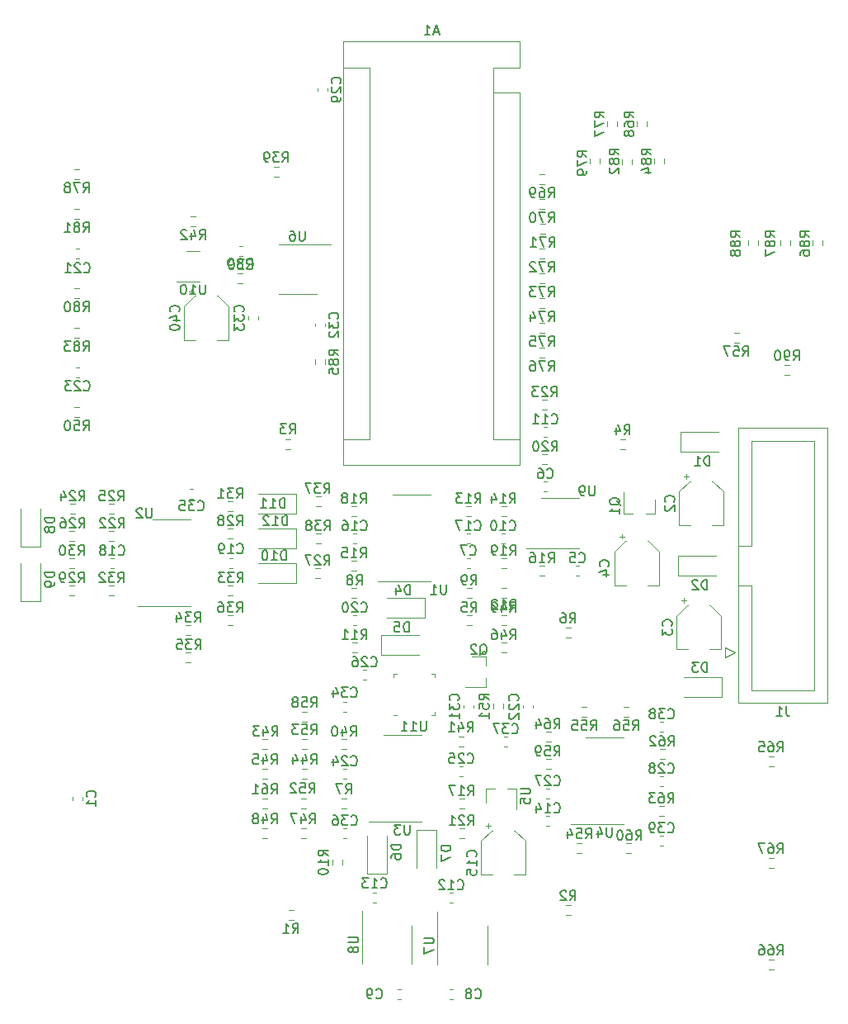
<source format=gbr>
%TF.GenerationSoftware,KiCad,Pcbnew,7.0.2*%
%TF.CreationDate,2023-06-19T11:50:49-04:00*%
%TF.ProjectId,SSI2130_Oscillator,53534932-3133-4305-9f4f-7363696c6c61,rev?*%
%TF.SameCoordinates,Original*%
%TF.FileFunction,Legend,Bot*%
%TF.FilePolarity,Positive*%
%FSLAX46Y46*%
G04 Gerber Fmt 4.6, Leading zero omitted, Abs format (unit mm)*
G04 Created by KiCad (PCBNEW 7.0.2) date 2023-06-19 11:50:49*
%MOMM*%
%LPD*%
G01*
G04 APERTURE LIST*
%ADD10C,0.150000*%
%ADD11C,0.120000*%
G04 APERTURE END LIST*
D10*
%TO.C,R57*%
X104845857Y-57518619D02*
X105179190Y-57042428D01*
X105417285Y-57518619D02*
X105417285Y-56518619D01*
X105417285Y-56518619D02*
X105036333Y-56518619D01*
X105036333Y-56518619D02*
X104941095Y-56566238D01*
X104941095Y-56566238D02*
X104893476Y-56613857D01*
X104893476Y-56613857D02*
X104845857Y-56709095D01*
X104845857Y-56709095D02*
X104845857Y-56851952D01*
X104845857Y-56851952D02*
X104893476Y-56947190D01*
X104893476Y-56947190D02*
X104941095Y-56994809D01*
X104941095Y-56994809D02*
X105036333Y-57042428D01*
X105036333Y-57042428D02*
X105417285Y-57042428D01*
X103941095Y-56518619D02*
X104417285Y-56518619D01*
X104417285Y-56518619D02*
X104464904Y-56994809D01*
X104464904Y-56994809D02*
X104417285Y-56947190D01*
X104417285Y-56947190D02*
X104322047Y-56899571D01*
X104322047Y-56899571D02*
X104083952Y-56899571D01*
X104083952Y-56899571D02*
X103988714Y-56947190D01*
X103988714Y-56947190D02*
X103941095Y-56994809D01*
X103941095Y-56994809D02*
X103893476Y-57090047D01*
X103893476Y-57090047D02*
X103893476Y-57328142D01*
X103893476Y-57328142D02*
X103941095Y-57423380D01*
X103941095Y-57423380D02*
X103988714Y-57471000D01*
X103988714Y-57471000D02*
X104083952Y-57518619D01*
X104083952Y-57518619D02*
X104322047Y-57518619D01*
X104322047Y-57518619D02*
X104417285Y-57471000D01*
X104417285Y-57471000D02*
X104464904Y-57423380D01*
X103560142Y-56518619D02*
X102893476Y-56518619D01*
X102893476Y-56518619D02*
X103322047Y-57518619D01*
%TO.C,R90*%
X110053857Y-57960619D02*
X110387190Y-57484428D01*
X110625285Y-57960619D02*
X110625285Y-56960619D01*
X110625285Y-56960619D02*
X110244333Y-56960619D01*
X110244333Y-56960619D02*
X110149095Y-57008238D01*
X110149095Y-57008238D02*
X110101476Y-57055857D01*
X110101476Y-57055857D02*
X110053857Y-57151095D01*
X110053857Y-57151095D02*
X110053857Y-57293952D01*
X110053857Y-57293952D02*
X110101476Y-57389190D01*
X110101476Y-57389190D02*
X110149095Y-57436809D01*
X110149095Y-57436809D02*
X110244333Y-57484428D01*
X110244333Y-57484428D02*
X110625285Y-57484428D01*
X109577666Y-57960619D02*
X109387190Y-57960619D01*
X109387190Y-57960619D02*
X109291952Y-57913000D01*
X109291952Y-57913000D02*
X109244333Y-57865380D01*
X109244333Y-57865380D02*
X109149095Y-57722523D01*
X109149095Y-57722523D02*
X109101476Y-57532047D01*
X109101476Y-57532047D02*
X109101476Y-57151095D01*
X109101476Y-57151095D02*
X109149095Y-57055857D01*
X109149095Y-57055857D02*
X109196714Y-57008238D01*
X109196714Y-57008238D02*
X109291952Y-56960619D01*
X109291952Y-56960619D02*
X109482428Y-56960619D01*
X109482428Y-56960619D02*
X109577666Y-57008238D01*
X109577666Y-57008238D02*
X109625285Y-57055857D01*
X109625285Y-57055857D02*
X109672904Y-57151095D01*
X109672904Y-57151095D02*
X109672904Y-57389190D01*
X109672904Y-57389190D02*
X109625285Y-57484428D01*
X109625285Y-57484428D02*
X109577666Y-57532047D01*
X109577666Y-57532047D02*
X109482428Y-57579666D01*
X109482428Y-57579666D02*
X109291952Y-57579666D01*
X109291952Y-57579666D02*
X109196714Y-57532047D01*
X109196714Y-57532047D02*
X109149095Y-57484428D01*
X109149095Y-57484428D02*
X109101476Y-57389190D01*
X108482428Y-56960619D02*
X108387190Y-56960619D01*
X108387190Y-56960619D02*
X108291952Y-57008238D01*
X108291952Y-57008238D02*
X108244333Y-57055857D01*
X108244333Y-57055857D02*
X108196714Y-57151095D01*
X108196714Y-57151095D02*
X108149095Y-57341571D01*
X108149095Y-57341571D02*
X108149095Y-57579666D01*
X108149095Y-57579666D02*
X108196714Y-57770142D01*
X108196714Y-57770142D02*
X108244333Y-57865380D01*
X108244333Y-57865380D02*
X108291952Y-57913000D01*
X108291952Y-57913000D02*
X108387190Y-57960619D01*
X108387190Y-57960619D02*
X108482428Y-57960619D01*
X108482428Y-57960619D02*
X108577666Y-57913000D01*
X108577666Y-57913000D02*
X108625285Y-57865380D01*
X108625285Y-57865380D02*
X108672904Y-57770142D01*
X108672904Y-57770142D02*
X108720523Y-57579666D01*
X108720523Y-57579666D02*
X108720523Y-57341571D01*
X108720523Y-57341571D02*
X108672904Y-57151095D01*
X108672904Y-57151095D02*
X108625285Y-57055857D01*
X108625285Y-57055857D02*
X108577666Y-57008238D01*
X108577666Y-57008238D02*
X108482428Y-56960619D01*
%TO.C,U10*%
X49673594Y-50188619D02*
X49673594Y-50998142D01*
X49673594Y-50998142D02*
X49625975Y-51093380D01*
X49625975Y-51093380D02*
X49578356Y-51141000D01*
X49578356Y-51141000D02*
X49483118Y-51188619D01*
X49483118Y-51188619D02*
X49292642Y-51188619D01*
X49292642Y-51188619D02*
X49197404Y-51141000D01*
X49197404Y-51141000D02*
X49149785Y-51093380D01*
X49149785Y-51093380D02*
X49102166Y-50998142D01*
X49102166Y-50998142D02*
X49102166Y-50188619D01*
X48102166Y-51188619D02*
X48673594Y-51188619D01*
X48387880Y-51188619D02*
X48387880Y-50188619D01*
X48387880Y-50188619D02*
X48483118Y-50331476D01*
X48483118Y-50331476D02*
X48578356Y-50426714D01*
X48578356Y-50426714D02*
X48673594Y-50474333D01*
X47483118Y-50188619D02*
X47387880Y-50188619D01*
X47387880Y-50188619D02*
X47292642Y-50236238D01*
X47292642Y-50236238D02*
X47245023Y-50283857D01*
X47245023Y-50283857D02*
X47197404Y-50379095D01*
X47197404Y-50379095D02*
X47149785Y-50569571D01*
X47149785Y-50569571D02*
X47149785Y-50807666D01*
X47149785Y-50807666D02*
X47197404Y-50998142D01*
X47197404Y-50998142D02*
X47245023Y-51093380D01*
X47245023Y-51093380D02*
X47292642Y-51141000D01*
X47292642Y-51141000D02*
X47387880Y-51188619D01*
X47387880Y-51188619D02*
X47483118Y-51188619D01*
X47483118Y-51188619D02*
X47578356Y-51141000D01*
X47578356Y-51141000D02*
X47625975Y-51093380D01*
X47625975Y-51093380D02*
X47673594Y-50998142D01*
X47673594Y-50998142D02*
X47721213Y-50807666D01*
X47721213Y-50807666D02*
X47721213Y-50569571D01*
X47721213Y-50569571D02*
X47673594Y-50379095D01*
X47673594Y-50379095D02*
X47625975Y-50283857D01*
X47625975Y-50283857D02*
X47578356Y-50236238D01*
X47578356Y-50236238D02*
X47483118Y-50188619D01*
%TO.C,U6*%
X59908904Y-44703619D02*
X59908904Y-45513142D01*
X59908904Y-45513142D02*
X59861285Y-45608380D01*
X59861285Y-45608380D02*
X59813666Y-45656000D01*
X59813666Y-45656000D02*
X59718428Y-45703619D01*
X59718428Y-45703619D02*
X59527952Y-45703619D01*
X59527952Y-45703619D02*
X59432714Y-45656000D01*
X59432714Y-45656000D02*
X59385095Y-45608380D01*
X59385095Y-45608380D02*
X59337476Y-45513142D01*
X59337476Y-45513142D02*
X59337476Y-44703619D01*
X58432714Y-44703619D02*
X58623190Y-44703619D01*
X58623190Y-44703619D02*
X58718428Y-44751238D01*
X58718428Y-44751238D02*
X58766047Y-44798857D01*
X58766047Y-44798857D02*
X58861285Y-44941714D01*
X58861285Y-44941714D02*
X58908904Y-45132190D01*
X58908904Y-45132190D02*
X58908904Y-45513142D01*
X58908904Y-45513142D02*
X58861285Y-45608380D01*
X58861285Y-45608380D02*
X58813666Y-45656000D01*
X58813666Y-45656000D02*
X58718428Y-45703619D01*
X58718428Y-45703619D02*
X58527952Y-45703619D01*
X58527952Y-45703619D02*
X58432714Y-45656000D01*
X58432714Y-45656000D02*
X58385095Y-45608380D01*
X58385095Y-45608380D02*
X58337476Y-45513142D01*
X58337476Y-45513142D02*
X58337476Y-45275047D01*
X58337476Y-45275047D02*
X58385095Y-45179809D01*
X58385095Y-45179809D02*
X58432714Y-45132190D01*
X58432714Y-45132190D02*
X58527952Y-45084571D01*
X58527952Y-45084571D02*
X58718428Y-45084571D01*
X58718428Y-45084571D02*
X58813666Y-45132190D01*
X58813666Y-45132190D02*
X58861285Y-45179809D01*
X58861285Y-45179809D02*
X58908904Y-45275047D01*
%TO.C,R89*%
X53919857Y-48562619D02*
X54253190Y-48086428D01*
X54491285Y-48562619D02*
X54491285Y-47562619D01*
X54491285Y-47562619D02*
X54110333Y-47562619D01*
X54110333Y-47562619D02*
X54015095Y-47610238D01*
X54015095Y-47610238D02*
X53967476Y-47657857D01*
X53967476Y-47657857D02*
X53919857Y-47753095D01*
X53919857Y-47753095D02*
X53919857Y-47895952D01*
X53919857Y-47895952D02*
X53967476Y-47991190D01*
X53967476Y-47991190D02*
X54015095Y-48038809D01*
X54015095Y-48038809D02*
X54110333Y-48086428D01*
X54110333Y-48086428D02*
X54491285Y-48086428D01*
X53348428Y-47991190D02*
X53443666Y-47943571D01*
X53443666Y-47943571D02*
X53491285Y-47895952D01*
X53491285Y-47895952D02*
X53538904Y-47800714D01*
X53538904Y-47800714D02*
X53538904Y-47753095D01*
X53538904Y-47753095D02*
X53491285Y-47657857D01*
X53491285Y-47657857D02*
X53443666Y-47610238D01*
X53443666Y-47610238D02*
X53348428Y-47562619D01*
X53348428Y-47562619D02*
X53157952Y-47562619D01*
X53157952Y-47562619D02*
X53062714Y-47610238D01*
X53062714Y-47610238D02*
X53015095Y-47657857D01*
X53015095Y-47657857D02*
X52967476Y-47753095D01*
X52967476Y-47753095D02*
X52967476Y-47800714D01*
X52967476Y-47800714D02*
X53015095Y-47895952D01*
X53015095Y-47895952D02*
X53062714Y-47943571D01*
X53062714Y-47943571D02*
X53157952Y-47991190D01*
X53157952Y-47991190D02*
X53348428Y-47991190D01*
X53348428Y-47991190D02*
X53443666Y-48038809D01*
X53443666Y-48038809D02*
X53491285Y-48086428D01*
X53491285Y-48086428D02*
X53538904Y-48181666D01*
X53538904Y-48181666D02*
X53538904Y-48372142D01*
X53538904Y-48372142D02*
X53491285Y-48467380D01*
X53491285Y-48467380D02*
X53443666Y-48515000D01*
X53443666Y-48515000D02*
X53348428Y-48562619D01*
X53348428Y-48562619D02*
X53157952Y-48562619D01*
X53157952Y-48562619D02*
X53062714Y-48515000D01*
X53062714Y-48515000D02*
X53015095Y-48467380D01*
X53015095Y-48467380D02*
X52967476Y-48372142D01*
X52967476Y-48372142D02*
X52967476Y-48181666D01*
X52967476Y-48181666D02*
X53015095Y-48086428D01*
X53015095Y-48086428D02*
X53062714Y-48038809D01*
X53062714Y-48038809D02*
X53157952Y-47991190D01*
X52491285Y-48562619D02*
X52300809Y-48562619D01*
X52300809Y-48562619D02*
X52205571Y-48515000D01*
X52205571Y-48515000D02*
X52157952Y-48467380D01*
X52157952Y-48467380D02*
X52062714Y-48324523D01*
X52062714Y-48324523D02*
X52015095Y-48134047D01*
X52015095Y-48134047D02*
X52015095Y-47753095D01*
X52015095Y-47753095D02*
X52062714Y-47657857D01*
X52062714Y-47657857D02*
X52110333Y-47610238D01*
X52110333Y-47610238D02*
X52205571Y-47562619D01*
X52205571Y-47562619D02*
X52396047Y-47562619D01*
X52396047Y-47562619D02*
X52491285Y-47610238D01*
X52491285Y-47610238D02*
X52538904Y-47657857D01*
X52538904Y-47657857D02*
X52586523Y-47753095D01*
X52586523Y-47753095D02*
X52586523Y-47991190D01*
X52586523Y-47991190D02*
X52538904Y-48086428D01*
X52538904Y-48086428D02*
X52491285Y-48134047D01*
X52491285Y-48134047D02*
X52396047Y-48181666D01*
X52396047Y-48181666D02*
X52205571Y-48181666D01*
X52205571Y-48181666D02*
X52110333Y-48134047D01*
X52110333Y-48134047D02*
X52062714Y-48086428D01*
X52062714Y-48086428D02*
X52015095Y-47991190D01*
%TO.C,R58*%
X60523857Y-93520619D02*
X60857190Y-93044428D01*
X61095285Y-93520619D02*
X61095285Y-92520619D01*
X61095285Y-92520619D02*
X60714333Y-92520619D01*
X60714333Y-92520619D02*
X60619095Y-92568238D01*
X60619095Y-92568238D02*
X60571476Y-92615857D01*
X60571476Y-92615857D02*
X60523857Y-92711095D01*
X60523857Y-92711095D02*
X60523857Y-92853952D01*
X60523857Y-92853952D02*
X60571476Y-92949190D01*
X60571476Y-92949190D02*
X60619095Y-92996809D01*
X60619095Y-92996809D02*
X60714333Y-93044428D01*
X60714333Y-93044428D02*
X61095285Y-93044428D01*
X59619095Y-92520619D02*
X60095285Y-92520619D01*
X60095285Y-92520619D02*
X60142904Y-92996809D01*
X60142904Y-92996809D02*
X60095285Y-92949190D01*
X60095285Y-92949190D02*
X60000047Y-92901571D01*
X60000047Y-92901571D02*
X59761952Y-92901571D01*
X59761952Y-92901571D02*
X59666714Y-92949190D01*
X59666714Y-92949190D02*
X59619095Y-92996809D01*
X59619095Y-92996809D02*
X59571476Y-93092047D01*
X59571476Y-93092047D02*
X59571476Y-93330142D01*
X59571476Y-93330142D02*
X59619095Y-93425380D01*
X59619095Y-93425380D02*
X59666714Y-93473000D01*
X59666714Y-93473000D02*
X59761952Y-93520619D01*
X59761952Y-93520619D02*
X60000047Y-93520619D01*
X60000047Y-93520619D02*
X60095285Y-93473000D01*
X60095285Y-93473000D02*
X60142904Y-93425380D01*
X59000047Y-92949190D02*
X59095285Y-92901571D01*
X59095285Y-92901571D02*
X59142904Y-92853952D01*
X59142904Y-92853952D02*
X59190523Y-92758714D01*
X59190523Y-92758714D02*
X59190523Y-92711095D01*
X59190523Y-92711095D02*
X59142904Y-92615857D01*
X59142904Y-92615857D02*
X59095285Y-92568238D01*
X59095285Y-92568238D02*
X59000047Y-92520619D01*
X59000047Y-92520619D02*
X58809571Y-92520619D01*
X58809571Y-92520619D02*
X58714333Y-92568238D01*
X58714333Y-92568238D02*
X58666714Y-92615857D01*
X58666714Y-92615857D02*
X58619095Y-92711095D01*
X58619095Y-92711095D02*
X58619095Y-92758714D01*
X58619095Y-92758714D02*
X58666714Y-92853952D01*
X58666714Y-92853952D02*
X58714333Y-92901571D01*
X58714333Y-92901571D02*
X58809571Y-92949190D01*
X58809571Y-92949190D02*
X59000047Y-92949190D01*
X59000047Y-92949190D02*
X59095285Y-92996809D01*
X59095285Y-92996809D02*
X59142904Y-93044428D01*
X59142904Y-93044428D02*
X59190523Y-93139666D01*
X59190523Y-93139666D02*
X59190523Y-93330142D01*
X59190523Y-93330142D02*
X59142904Y-93425380D01*
X59142904Y-93425380D02*
X59095285Y-93473000D01*
X59095285Y-93473000D02*
X59000047Y-93520619D01*
X59000047Y-93520619D02*
X58809571Y-93520619D01*
X58809571Y-93520619D02*
X58714333Y-93473000D01*
X58714333Y-93473000D02*
X58666714Y-93425380D01*
X58666714Y-93425380D02*
X58619095Y-93330142D01*
X58619095Y-93330142D02*
X58619095Y-93139666D01*
X58619095Y-93139666D02*
X58666714Y-93044428D01*
X58666714Y-93044428D02*
X58714333Y-92996809D01*
X58714333Y-92996809D02*
X58809571Y-92949190D01*
%TO.C,C40*%
X46951380Y-52973142D02*
X46999000Y-52925523D01*
X46999000Y-52925523D02*
X47046619Y-52782666D01*
X47046619Y-52782666D02*
X47046619Y-52687428D01*
X47046619Y-52687428D02*
X46999000Y-52544571D01*
X46999000Y-52544571D02*
X46903761Y-52449333D01*
X46903761Y-52449333D02*
X46808523Y-52401714D01*
X46808523Y-52401714D02*
X46618047Y-52354095D01*
X46618047Y-52354095D02*
X46475190Y-52354095D01*
X46475190Y-52354095D02*
X46284714Y-52401714D01*
X46284714Y-52401714D02*
X46189476Y-52449333D01*
X46189476Y-52449333D02*
X46094238Y-52544571D01*
X46094238Y-52544571D02*
X46046619Y-52687428D01*
X46046619Y-52687428D02*
X46046619Y-52782666D01*
X46046619Y-52782666D02*
X46094238Y-52925523D01*
X46094238Y-52925523D02*
X46141857Y-52973142D01*
X46379952Y-53830285D02*
X47046619Y-53830285D01*
X45999000Y-53592190D02*
X46713285Y-53354095D01*
X46713285Y-53354095D02*
X46713285Y-53973142D01*
X46046619Y-54544571D02*
X46046619Y-54639809D01*
X46046619Y-54639809D02*
X46094238Y-54735047D01*
X46094238Y-54735047D02*
X46141857Y-54782666D01*
X46141857Y-54782666D02*
X46237095Y-54830285D01*
X46237095Y-54830285D02*
X46427571Y-54877904D01*
X46427571Y-54877904D02*
X46665666Y-54877904D01*
X46665666Y-54877904D02*
X46856142Y-54830285D01*
X46856142Y-54830285D02*
X46951380Y-54782666D01*
X46951380Y-54782666D02*
X46999000Y-54735047D01*
X46999000Y-54735047D02*
X47046619Y-54639809D01*
X47046619Y-54639809D02*
X47046619Y-54544571D01*
X47046619Y-54544571D02*
X46999000Y-54449333D01*
X46999000Y-54449333D02*
X46951380Y-54401714D01*
X46951380Y-54401714D02*
X46856142Y-54354095D01*
X46856142Y-54354095D02*
X46665666Y-54306476D01*
X46665666Y-54306476D02*
X46427571Y-54306476D01*
X46427571Y-54306476D02*
X46237095Y-54354095D01*
X46237095Y-54354095D02*
X46141857Y-54401714D01*
X46141857Y-54401714D02*
X46094238Y-54449333D01*
X46094238Y-54449333D02*
X46046619Y-54544571D01*
%TO.C,C33*%
X53547380Y-52964142D02*
X53595000Y-52916523D01*
X53595000Y-52916523D02*
X53642619Y-52773666D01*
X53642619Y-52773666D02*
X53642619Y-52678428D01*
X53642619Y-52678428D02*
X53595000Y-52535571D01*
X53595000Y-52535571D02*
X53499761Y-52440333D01*
X53499761Y-52440333D02*
X53404523Y-52392714D01*
X53404523Y-52392714D02*
X53214047Y-52345095D01*
X53214047Y-52345095D02*
X53071190Y-52345095D01*
X53071190Y-52345095D02*
X52880714Y-52392714D01*
X52880714Y-52392714D02*
X52785476Y-52440333D01*
X52785476Y-52440333D02*
X52690238Y-52535571D01*
X52690238Y-52535571D02*
X52642619Y-52678428D01*
X52642619Y-52678428D02*
X52642619Y-52773666D01*
X52642619Y-52773666D02*
X52690238Y-52916523D01*
X52690238Y-52916523D02*
X52737857Y-52964142D01*
X52642619Y-53297476D02*
X52642619Y-53916523D01*
X52642619Y-53916523D02*
X53023571Y-53583190D01*
X53023571Y-53583190D02*
X53023571Y-53726047D01*
X53023571Y-53726047D02*
X53071190Y-53821285D01*
X53071190Y-53821285D02*
X53118809Y-53868904D01*
X53118809Y-53868904D02*
X53214047Y-53916523D01*
X53214047Y-53916523D02*
X53452142Y-53916523D01*
X53452142Y-53916523D02*
X53547380Y-53868904D01*
X53547380Y-53868904D02*
X53595000Y-53821285D01*
X53595000Y-53821285D02*
X53642619Y-53726047D01*
X53642619Y-53726047D02*
X53642619Y-53440333D01*
X53642619Y-53440333D02*
X53595000Y-53345095D01*
X53595000Y-53345095D02*
X53547380Y-53297476D01*
X52642619Y-54249857D02*
X52642619Y-54868904D01*
X52642619Y-54868904D02*
X53023571Y-54535571D01*
X53023571Y-54535571D02*
X53023571Y-54678428D01*
X53023571Y-54678428D02*
X53071190Y-54773666D01*
X53071190Y-54773666D02*
X53118809Y-54821285D01*
X53118809Y-54821285D02*
X53214047Y-54868904D01*
X53214047Y-54868904D02*
X53452142Y-54868904D01*
X53452142Y-54868904D02*
X53547380Y-54821285D01*
X53547380Y-54821285D02*
X53595000Y-54773666D01*
X53595000Y-54773666D02*
X53642619Y-54678428D01*
X53642619Y-54678428D02*
X53642619Y-54392714D01*
X53642619Y-54392714D02*
X53595000Y-54297476D01*
X53595000Y-54297476D02*
X53547380Y-54249857D01*
%TO.C,C32*%
X63265380Y-53700142D02*
X63313000Y-53652523D01*
X63313000Y-53652523D02*
X63360619Y-53509666D01*
X63360619Y-53509666D02*
X63360619Y-53414428D01*
X63360619Y-53414428D02*
X63313000Y-53271571D01*
X63313000Y-53271571D02*
X63217761Y-53176333D01*
X63217761Y-53176333D02*
X63122523Y-53128714D01*
X63122523Y-53128714D02*
X62932047Y-53081095D01*
X62932047Y-53081095D02*
X62789190Y-53081095D01*
X62789190Y-53081095D02*
X62598714Y-53128714D01*
X62598714Y-53128714D02*
X62503476Y-53176333D01*
X62503476Y-53176333D02*
X62408238Y-53271571D01*
X62408238Y-53271571D02*
X62360619Y-53414428D01*
X62360619Y-53414428D02*
X62360619Y-53509666D01*
X62360619Y-53509666D02*
X62408238Y-53652523D01*
X62408238Y-53652523D02*
X62455857Y-53700142D01*
X62360619Y-54033476D02*
X62360619Y-54652523D01*
X62360619Y-54652523D02*
X62741571Y-54319190D01*
X62741571Y-54319190D02*
X62741571Y-54462047D01*
X62741571Y-54462047D02*
X62789190Y-54557285D01*
X62789190Y-54557285D02*
X62836809Y-54604904D01*
X62836809Y-54604904D02*
X62932047Y-54652523D01*
X62932047Y-54652523D02*
X63170142Y-54652523D01*
X63170142Y-54652523D02*
X63265380Y-54604904D01*
X63265380Y-54604904D02*
X63313000Y-54557285D01*
X63313000Y-54557285D02*
X63360619Y-54462047D01*
X63360619Y-54462047D02*
X63360619Y-54176333D01*
X63360619Y-54176333D02*
X63313000Y-54081095D01*
X63313000Y-54081095D02*
X63265380Y-54033476D01*
X62455857Y-55033476D02*
X62408238Y-55081095D01*
X62408238Y-55081095D02*
X62360619Y-55176333D01*
X62360619Y-55176333D02*
X62360619Y-55414428D01*
X62360619Y-55414428D02*
X62408238Y-55509666D01*
X62408238Y-55509666D02*
X62455857Y-55557285D01*
X62455857Y-55557285D02*
X62551095Y-55604904D01*
X62551095Y-55604904D02*
X62646333Y-55604904D01*
X62646333Y-55604904D02*
X62789190Y-55557285D01*
X62789190Y-55557285D02*
X63360619Y-54985857D01*
X63360619Y-54985857D02*
X63360619Y-55604904D01*
%TO.C,C30*%
X53969857Y-48533380D02*
X54017476Y-48581000D01*
X54017476Y-48581000D02*
X54160333Y-48628619D01*
X54160333Y-48628619D02*
X54255571Y-48628619D01*
X54255571Y-48628619D02*
X54398428Y-48581000D01*
X54398428Y-48581000D02*
X54493666Y-48485761D01*
X54493666Y-48485761D02*
X54541285Y-48390523D01*
X54541285Y-48390523D02*
X54588904Y-48200047D01*
X54588904Y-48200047D02*
X54588904Y-48057190D01*
X54588904Y-48057190D02*
X54541285Y-47866714D01*
X54541285Y-47866714D02*
X54493666Y-47771476D01*
X54493666Y-47771476D02*
X54398428Y-47676238D01*
X54398428Y-47676238D02*
X54255571Y-47628619D01*
X54255571Y-47628619D02*
X54160333Y-47628619D01*
X54160333Y-47628619D02*
X54017476Y-47676238D01*
X54017476Y-47676238D02*
X53969857Y-47723857D01*
X53636523Y-47628619D02*
X53017476Y-47628619D01*
X53017476Y-47628619D02*
X53350809Y-48009571D01*
X53350809Y-48009571D02*
X53207952Y-48009571D01*
X53207952Y-48009571D02*
X53112714Y-48057190D01*
X53112714Y-48057190D02*
X53065095Y-48104809D01*
X53065095Y-48104809D02*
X53017476Y-48200047D01*
X53017476Y-48200047D02*
X53017476Y-48438142D01*
X53017476Y-48438142D02*
X53065095Y-48533380D01*
X53065095Y-48533380D02*
X53112714Y-48581000D01*
X53112714Y-48581000D02*
X53207952Y-48628619D01*
X53207952Y-48628619D02*
X53493666Y-48628619D01*
X53493666Y-48628619D02*
X53588904Y-48581000D01*
X53588904Y-48581000D02*
X53636523Y-48533380D01*
X52398428Y-47628619D02*
X52303190Y-47628619D01*
X52303190Y-47628619D02*
X52207952Y-47676238D01*
X52207952Y-47676238D02*
X52160333Y-47723857D01*
X52160333Y-47723857D02*
X52112714Y-47819095D01*
X52112714Y-47819095D02*
X52065095Y-48009571D01*
X52065095Y-48009571D02*
X52065095Y-48247666D01*
X52065095Y-48247666D02*
X52112714Y-48438142D01*
X52112714Y-48438142D02*
X52160333Y-48533380D01*
X52160333Y-48533380D02*
X52207952Y-48581000D01*
X52207952Y-48581000D02*
X52303190Y-48628619D01*
X52303190Y-48628619D02*
X52398428Y-48628619D01*
X52398428Y-48628619D02*
X52493666Y-48581000D01*
X52493666Y-48581000D02*
X52541285Y-48533380D01*
X52541285Y-48533380D02*
X52588904Y-48438142D01*
X52588904Y-48438142D02*
X52636523Y-48247666D01*
X52636523Y-48247666D02*
X52636523Y-48009571D01*
X52636523Y-48009571D02*
X52588904Y-47819095D01*
X52588904Y-47819095D02*
X52541285Y-47723857D01*
X52541285Y-47723857D02*
X52493666Y-47676238D01*
X52493666Y-47676238D02*
X52398428Y-47628619D01*
%TO.C,A1*%
X73612285Y-24306904D02*
X73136095Y-24306904D01*
X73707523Y-24592619D02*
X73374190Y-23592619D01*
X73374190Y-23592619D02*
X73040857Y-24592619D01*
X72183714Y-24592619D02*
X72755142Y-24592619D01*
X72469428Y-24592619D02*
X72469428Y-23592619D01*
X72469428Y-23592619D02*
X72564666Y-23735476D01*
X72564666Y-23735476D02*
X72659904Y-23830714D01*
X72659904Y-23830714D02*
X72755142Y-23878333D01*
%TO.C,C2*%
X97751380Y-72455333D02*
X97799000Y-72407714D01*
X97799000Y-72407714D02*
X97846619Y-72264857D01*
X97846619Y-72264857D02*
X97846619Y-72169619D01*
X97846619Y-72169619D02*
X97799000Y-72026762D01*
X97799000Y-72026762D02*
X97703761Y-71931524D01*
X97703761Y-71931524D02*
X97608523Y-71883905D01*
X97608523Y-71883905D02*
X97418047Y-71836286D01*
X97418047Y-71836286D02*
X97275190Y-71836286D01*
X97275190Y-71836286D02*
X97084714Y-71883905D01*
X97084714Y-71883905D02*
X96989476Y-71931524D01*
X96989476Y-71931524D02*
X96894238Y-72026762D01*
X96894238Y-72026762D02*
X96846619Y-72169619D01*
X96846619Y-72169619D02*
X96846619Y-72264857D01*
X96846619Y-72264857D02*
X96894238Y-72407714D01*
X96894238Y-72407714D02*
X96941857Y-72455333D01*
X96941857Y-72836286D02*
X96894238Y-72883905D01*
X96894238Y-72883905D02*
X96846619Y-72979143D01*
X96846619Y-72979143D02*
X96846619Y-73217238D01*
X96846619Y-73217238D02*
X96894238Y-73312476D01*
X96894238Y-73312476D02*
X96941857Y-73360095D01*
X96941857Y-73360095D02*
X97037095Y-73407714D01*
X97037095Y-73407714D02*
X97132333Y-73407714D01*
X97132333Y-73407714D02*
X97275190Y-73360095D01*
X97275190Y-73360095D02*
X97846619Y-72788667D01*
X97846619Y-72788667D02*
X97846619Y-73407714D01*
%TO.C,C3*%
X97497380Y-85177333D02*
X97545000Y-85129714D01*
X97545000Y-85129714D02*
X97592619Y-84986857D01*
X97592619Y-84986857D02*
X97592619Y-84891619D01*
X97592619Y-84891619D02*
X97545000Y-84748762D01*
X97545000Y-84748762D02*
X97449761Y-84653524D01*
X97449761Y-84653524D02*
X97354523Y-84605905D01*
X97354523Y-84605905D02*
X97164047Y-84558286D01*
X97164047Y-84558286D02*
X97021190Y-84558286D01*
X97021190Y-84558286D02*
X96830714Y-84605905D01*
X96830714Y-84605905D02*
X96735476Y-84653524D01*
X96735476Y-84653524D02*
X96640238Y-84748762D01*
X96640238Y-84748762D02*
X96592619Y-84891619D01*
X96592619Y-84891619D02*
X96592619Y-84986857D01*
X96592619Y-84986857D02*
X96640238Y-85129714D01*
X96640238Y-85129714D02*
X96687857Y-85177333D01*
X96592619Y-85510667D02*
X96592619Y-86129714D01*
X96592619Y-86129714D02*
X96973571Y-85796381D01*
X96973571Y-85796381D02*
X96973571Y-85939238D01*
X96973571Y-85939238D02*
X97021190Y-86034476D01*
X97021190Y-86034476D02*
X97068809Y-86082095D01*
X97068809Y-86082095D02*
X97164047Y-86129714D01*
X97164047Y-86129714D02*
X97402142Y-86129714D01*
X97402142Y-86129714D02*
X97497380Y-86082095D01*
X97497380Y-86082095D02*
X97545000Y-86034476D01*
X97545000Y-86034476D02*
X97592619Y-85939238D01*
X97592619Y-85939238D02*
X97592619Y-85653524D01*
X97592619Y-85653524D02*
X97545000Y-85558286D01*
X97545000Y-85558286D02*
X97497380Y-85510667D01*
%TO.C,C4*%
X91045380Y-79081333D02*
X91093000Y-79033714D01*
X91093000Y-79033714D02*
X91140619Y-78890857D01*
X91140619Y-78890857D02*
X91140619Y-78795619D01*
X91140619Y-78795619D02*
X91093000Y-78652762D01*
X91093000Y-78652762D02*
X90997761Y-78557524D01*
X90997761Y-78557524D02*
X90902523Y-78509905D01*
X90902523Y-78509905D02*
X90712047Y-78462286D01*
X90712047Y-78462286D02*
X90569190Y-78462286D01*
X90569190Y-78462286D02*
X90378714Y-78509905D01*
X90378714Y-78509905D02*
X90283476Y-78557524D01*
X90283476Y-78557524D02*
X90188238Y-78652762D01*
X90188238Y-78652762D02*
X90140619Y-78795619D01*
X90140619Y-78795619D02*
X90140619Y-78890857D01*
X90140619Y-78890857D02*
X90188238Y-79033714D01*
X90188238Y-79033714D02*
X90235857Y-79081333D01*
X90473952Y-79938476D02*
X91140619Y-79938476D01*
X90093000Y-79700381D02*
X90807285Y-79462286D01*
X90807285Y-79462286D02*
X90807285Y-80081333D01*
%TO.C,C5*%
X88037666Y-78599380D02*
X88085285Y-78647000D01*
X88085285Y-78647000D02*
X88228142Y-78694619D01*
X88228142Y-78694619D02*
X88323380Y-78694619D01*
X88323380Y-78694619D02*
X88466237Y-78647000D01*
X88466237Y-78647000D02*
X88561475Y-78551761D01*
X88561475Y-78551761D02*
X88609094Y-78456523D01*
X88609094Y-78456523D02*
X88656713Y-78266047D01*
X88656713Y-78266047D02*
X88656713Y-78123190D01*
X88656713Y-78123190D02*
X88609094Y-77932714D01*
X88609094Y-77932714D02*
X88561475Y-77837476D01*
X88561475Y-77837476D02*
X88466237Y-77742238D01*
X88466237Y-77742238D02*
X88323380Y-77694619D01*
X88323380Y-77694619D02*
X88228142Y-77694619D01*
X88228142Y-77694619D02*
X88085285Y-77742238D01*
X88085285Y-77742238D02*
X88037666Y-77789857D01*
X87132904Y-77694619D02*
X87609094Y-77694619D01*
X87609094Y-77694619D02*
X87656713Y-78170809D01*
X87656713Y-78170809D02*
X87609094Y-78123190D01*
X87609094Y-78123190D02*
X87513856Y-78075571D01*
X87513856Y-78075571D02*
X87275761Y-78075571D01*
X87275761Y-78075571D02*
X87180523Y-78123190D01*
X87180523Y-78123190D02*
X87132904Y-78170809D01*
X87132904Y-78170809D02*
X87085285Y-78266047D01*
X87085285Y-78266047D02*
X87085285Y-78504142D01*
X87085285Y-78504142D02*
X87132904Y-78599380D01*
X87132904Y-78599380D02*
X87180523Y-78647000D01*
X87180523Y-78647000D02*
X87275761Y-78694619D01*
X87275761Y-78694619D02*
X87513856Y-78694619D01*
X87513856Y-78694619D02*
X87609094Y-78647000D01*
X87609094Y-78647000D02*
X87656713Y-78599380D01*
%TO.C,C6*%
X84761666Y-69963380D02*
X84809285Y-70011000D01*
X84809285Y-70011000D02*
X84952142Y-70058619D01*
X84952142Y-70058619D02*
X85047380Y-70058619D01*
X85047380Y-70058619D02*
X85190237Y-70011000D01*
X85190237Y-70011000D02*
X85285475Y-69915761D01*
X85285475Y-69915761D02*
X85333094Y-69820523D01*
X85333094Y-69820523D02*
X85380713Y-69630047D01*
X85380713Y-69630047D02*
X85380713Y-69487190D01*
X85380713Y-69487190D02*
X85333094Y-69296714D01*
X85333094Y-69296714D02*
X85285475Y-69201476D01*
X85285475Y-69201476D02*
X85190237Y-69106238D01*
X85190237Y-69106238D02*
X85047380Y-69058619D01*
X85047380Y-69058619D02*
X84952142Y-69058619D01*
X84952142Y-69058619D02*
X84809285Y-69106238D01*
X84809285Y-69106238D02*
X84761666Y-69153857D01*
X83904523Y-69058619D02*
X84094999Y-69058619D01*
X84094999Y-69058619D02*
X84190237Y-69106238D01*
X84190237Y-69106238D02*
X84237856Y-69153857D01*
X84237856Y-69153857D02*
X84333094Y-69296714D01*
X84333094Y-69296714D02*
X84380713Y-69487190D01*
X84380713Y-69487190D02*
X84380713Y-69868142D01*
X84380713Y-69868142D02*
X84333094Y-69963380D01*
X84333094Y-69963380D02*
X84285475Y-70011000D01*
X84285475Y-70011000D02*
X84190237Y-70058619D01*
X84190237Y-70058619D02*
X83999761Y-70058619D01*
X83999761Y-70058619D02*
X83904523Y-70011000D01*
X83904523Y-70011000D02*
X83856904Y-69963380D01*
X83856904Y-69963380D02*
X83809285Y-69868142D01*
X83809285Y-69868142D02*
X83809285Y-69630047D01*
X83809285Y-69630047D02*
X83856904Y-69534809D01*
X83856904Y-69534809D02*
X83904523Y-69487190D01*
X83904523Y-69487190D02*
X83999761Y-69439571D01*
X83999761Y-69439571D02*
X84190237Y-69439571D01*
X84190237Y-69439571D02*
X84285475Y-69487190D01*
X84285475Y-69487190D02*
X84333094Y-69534809D01*
X84333094Y-69534809D02*
X84380713Y-69630047D01*
%TO.C,C7*%
X76848666Y-77837380D02*
X76896285Y-77885000D01*
X76896285Y-77885000D02*
X77039142Y-77932619D01*
X77039142Y-77932619D02*
X77134380Y-77932619D01*
X77134380Y-77932619D02*
X77277237Y-77885000D01*
X77277237Y-77885000D02*
X77372475Y-77789761D01*
X77372475Y-77789761D02*
X77420094Y-77694523D01*
X77420094Y-77694523D02*
X77467713Y-77504047D01*
X77467713Y-77504047D02*
X77467713Y-77361190D01*
X77467713Y-77361190D02*
X77420094Y-77170714D01*
X77420094Y-77170714D02*
X77372475Y-77075476D01*
X77372475Y-77075476D02*
X77277237Y-76980238D01*
X77277237Y-76980238D02*
X77134380Y-76932619D01*
X77134380Y-76932619D02*
X77039142Y-76932619D01*
X77039142Y-76932619D02*
X76896285Y-76980238D01*
X76896285Y-76980238D02*
X76848666Y-77027857D01*
X76515332Y-76932619D02*
X75848666Y-76932619D01*
X75848666Y-76932619D02*
X76277237Y-77932619D01*
%TO.C,C8*%
X77382666Y-123303380D02*
X77430285Y-123351000D01*
X77430285Y-123351000D02*
X77573142Y-123398619D01*
X77573142Y-123398619D02*
X77668380Y-123398619D01*
X77668380Y-123398619D02*
X77811237Y-123351000D01*
X77811237Y-123351000D02*
X77906475Y-123255761D01*
X77906475Y-123255761D02*
X77954094Y-123160523D01*
X77954094Y-123160523D02*
X78001713Y-122970047D01*
X78001713Y-122970047D02*
X78001713Y-122827190D01*
X78001713Y-122827190D02*
X77954094Y-122636714D01*
X77954094Y-122636714D02*
X77906475Y-122541476D01*
X77906475Y-122541476D02*
X77811237Y-122446238D01*
X77811237Y-122446238D02*
X77668380Y-122398619D01*
X77668380Y-122398619D02*
X77573142Y-122398619D01*
X77573142Y-122398619D02*
X77430285Y-122446238D01*
X77430285Y-122446238D02*
X77382666Y-122493857D01*
X76811237Y-122827190D02*
X76906475Y-122779571D01*
X76906475Y-122779571D02*
X76954094Y-122731952D01*
X76954094Y-122731952D02*
X77001713Y-122636714D01*
X77001713Y-122636714D02*
X77001713Y-122589095D01*
X77001713Y-122589095D02*
X76954094Y-122493857D01*
X76954094Y-122493857D02*
X76906475Y-122446238D01*
X76906475Y-122446238D02*
X76811237Y-122398619D01*
X76811237Y-122398619D02*
X76620761Y-122398619D01*
X76620761Y-122398619D02*
X76525523Y-122446238D01*
X76525523Y-122446238D02*
X76477904Y-122493857D01*
X76477904Y-122493857D02*
X76430285Y-122589095D01*
X76430285Y-122589095D02*
X76430285Y-122636714D01*
X76430285Y-122636714D02*
X76477904Y-122731952D01*
X76477904Y-122731952D02*
X76525523Y-122779571D01*
X76525523Y-122779571D02*
X76620761Y-122827190D01*
X76620761Y-122827190D02*
X76811237Y-122827190D01*
X76811237Y-122827190D02*
X76906475Y-122874809D01*
X76906475Y-122874809D02*
X76954094Y-122922428D01*
X76954094Y-122922428D02*
X77001713Y-123017666D01*
X77001713Y-123017666D02*
X77001713Y-123208142D01*
X77001713Y-123208142D02*
X76954094Y-123303380D01*
X76954094Y-123303380D02*
X76906475Y-123351000D01*
X76906475Y-123351000D02*
X76811237Y-123398619D01*
X76811237Y-123398619D02*
X76620761Y-123398619D01*
X76620761Y-123398619D02*
X76525523Y-123351000D01*
X76525523Y-123351000D02*
X76477904Y-123303380D01*
X76477904Y-123303380D02*
X76430285Y-123208142D01*
X76430285Y-123208142D02*
X76430285Y-123017666D01*
X76430285Y-123017666D02*
X76477904Y-122922428D01*
X76477904Y-122922428D02*
X76525523Y-122874809D01*
X76525523Y-122874809D02*
X76620761Y-122827190D01*
%TO.C,C9*%
X67222666Y-123303380D02*
X67270285Y-123351000D01*
X67270285Y-123351000D02*
X67413142Y-123398619D01*
X67413142Y-123398619D02*
X67508380Y-123398619D01*
X67508380Y-123398619D02*
X67651237Y-123351000D01*
X67651237Y-123351000D02*
X67746475Y-123255761D01*
X67746475Y-123255761D02*
X67794094Y-123160523D01*
X67794094Y-123160523D02*
X67841713Y-122970047D01*
X67841713Y-122970047D02*
X67841713Y-122827190D01*
X67841713Y-122827190D02*
X67794094Y-122636714D01*
X67794094Y-122636714D02*
X67746475Y-122541476D01*
X67746475Y-122541476D02*
X67651237Y-122446238D01*
X67651237Y-122446238D02*
X67508380Y-122398619D01*
X67508380Y-122398619D02*
X67413142Y-122398619D01*
X67413142Y-122398619D02*
X67270285Y-122446238D01*
X67270285Y-122446238D02*
X67222666Y-122493857D01*
X66746475Y-123398619D02*
X66555999Y-123398619D01*
X66555999Y-123398619D02*
X66460761Y-123351000D01*
X66460761Y-123351000D02*
X66413142Y-123303380D01*
X66413142Y-123303380D02*
X66317904Y-123160523D01*
X66317904Y-123160523D02*
X66270285Y-122970047D01*
X66270285Y-122970047D02*
X66270285Y-122589095D01*
X66270285Y-122589095D02*
X66317904Y-122493857D01*
X66317904Y-122493857D02*
X66365523Y-122446238D01*
X66365523Y-122446238D02*
X66460761Y-122398619D01*
X66460761Y-122398619D02*
X66651237Y-122398619D01*
X66651237Y-122398619D02*
X66746475Y-122446238D01*
X66746475Y-122446238D02*
X66794094Y-122493857D01*
X66794094Y-122493857D02*
X66841713Y-122589095D01*
X66841713Y-122589095D02*
X66841713Y-122827190D01*
X66841713Y-122827190D02*
X66794094Y-122922428D01*
X66794094Y-122922428D02*
X66746475Y-122970047D01*
X66746475Y-122970047D02*
X66651237Y-123017666D01*
X66651237Y-123017666D02*
X66460761Y-123017666D01*
X66460761Y-123017666D02*
X66365523Y-122970047D01*
X66365523Y-122970047D02*
X66317904Y-122922428D01*
X66317904Y-122922428D02*
X66270285Y-122827190D01*
%TO.C,C10*%
X80906857Y-75297380D02*
X80954476Y-75345000D01*
X80954476Y-75345000D02*
X81097333Y-75392619D01*
X81097333Y-75392619D02*
X81192571Y-75392619D01*
X81192571Y-75392619D02*
X81335428Y-75345000D01*
X81335428Y-75345000D02*
X81430666Y-75249761D01*
X81430666Y-75249761D02*
X81478285Y-75154523D01*
X81478285Y-75154523D02*
X81525904Y-74964047D01*
X81525904Y-74964047D02*
X81525904Y-74821190D01*
X81525904Y-74821190D02*
X81478285Y-74630714D01*
X81478285Y-74630714D02*
X81430666Y-74535476D01*
X81430666Y-74535476D02*
X81335428Y-74440238D01*
X81335428Y-74440238D02*
X81192571Y-74392619D01*
X81192571Y-74392619D02*
X81097333Y-74392619D01*
X81097333Y-74392619D02*
X80954476Y-74440238D01*
X80954476Y-74440238D02*
X80906857Y-74487857D01*
X79954476Y-75392619D02*
X80525904Y-75392619D01*
X80240190Y-75392619D02*
X80240190Y-74392619D01*
X80240190Y-74392619D02*
X80335428Y-74535476D01*
X80335428Y-74535476D02*
X80430666Y-74630714D01*
X80430666Y-74630714D02*
X80525904Y-74678333D01*
X79335428Y-74392619D02*
X79240190Y-74392619D01*
X79240190Y-74392619D02*
X79144952Y-74440238D01*
X79144952Y-74440238D02*
X79097333Y-74487857D01*
X79097333Y-74487857D02*
X79049714Y-74583095D01*
X79049714Y-74583095D02*
X79002095Y-74773571D01*
X79002095Y-74773571D02*
X79002095Y-75011666D01*
X79002095Y-75011666D02*
X79049714Y-75202142D01*
X79049714Y-75202142D02*
X79097333Y-75297380D01*
X79097333Y-75297380D02*
X79144952Y-75345000D01*
X79144952Y-75345000D02*
X79240190Y-75392619D01*
X79240190Y-75392619D02*
X79335428Y-75392619D01*
X79335428Y-75392619D02*
X79430666Y-75345000D01*
X79430666Y-75345000D02*
X79478285Y-75297380D01*
X79478285Y-75297380D02*
X79525904Y-75202142D01*
X79525904Y-75202142D02*
X79573523Y-75011666D01*
X79573523Y-75011666D02*
X79573523Y-74773571D01*
X79573523Y-74773571D02*
X79525904Y-74583095D01*
X79525904Y-74583095D02*
X79478285Y-74487857D01*
X79478285Y-74487857D02*
X79430666Y-74440238D01*
X79430666Y-74440238D02*
X79335428Y-74392619D01*
%TO.C,C11*%
X85224857Y-64375380D02*
X85272476Y-64423000D01*
X85272476Y-64423000D02*
X85415333Y-64470619D01*
X85415333Y-64470619D02*
X85510571Y-64470619D01*
X85510571Y-64470619D02*
X85653428Y-64423000D01*
X85653428Y-64423000D02*
X85748666Y-64327761D01*
X85748666Y-64327761D02*
X85796285Y-64232523D01*
X85796285Y-64232523D02*
X85843904Y-64042047D01*
X85843904Y-64042047D02*
X85843904Y-63899190D01*
X85843904Y-63899190D02*
X85796285Y-63708714D01*
X85796285Y-63708714D02*
X85748666Y-63613476D01*
X85748666Y-63613476D02*
X85653428Y-63518238D01*
X85653428Y-63518238D02*
X85510571Y-63470619D01*
X85510571Y-63470619D02*
X85415333Y-63470619D01*
X85415333Y-63470619D02*
X85272476Y-63518238D01*
X85272476Y-63518238D02*
X85224857Y-63565857D01*
X84272476Y-64470619D02*
X84843904Y-64470619D01*
X84558190Y-64470619D02*
X84558190Y-63470619D01*
X84558190Y-63470619D02*
X84653428Y-63613476D01*
X84653428Y-63613476D02*
X84748666Y-63708714D01*
X84748666Y-63708714D02*
X84843904Y-63756333D01*
X83320095Y-64470619D02*
X83891523Y-64470619D01*
X83605809Y-64470619D02*
X83605809Y-63470619D01*
X83605809Y-63470619D02*
X83701047Y-63613476D01*
X83701047Y-63613476D02*
X83796285Y-63708714D01*
X83796285Y-63708714D02*
X83891523Y-63756333D01*
%TO.C,C13*%
X67711857Y-111967380D02*
X67759476Y-112015000D01*
X67759476Y-112015000D02*
X67902333Y-112062619D01*
X67902333Y-112062619D02*
X67997571Y-112062619D01*
X67997571Y-112062619D02*
X68140428Y-112015000D01*
X68140428Y-112015000D02*
X68235666Y-111919761D01*
X68235666Y-111919761D02*
X68283285Y-111824523D01*
X68283285Y-111824523D02*
X68330904Y-111634047D01*
X68330904Y-111634047D02*
X68330904Y-111491190D01*
X68330904Y-111491190D02*
X68283285Y-111300714D01*
X68283285Y-111300714D02*
X68235666Y-111205476D01*
X68235666Y-111205476D02*
X68140428Y-111110238D01*
X68140428Y-111110238D02*
X67997571Y-111062619D01*
X67997571Y-111062619D02*
X67902333Y-111062619D01*
X67902333Y-111062619D02*
X67759476Y-111110238D01*
X67759476Y-111110238D02*
X67711857Y-111157857D01*
X66759476Y-112062619D02*
X67330904Y-112062619D01*
X67045190Y-112062619D02*
X67045190Y-111062619D01*
X67045190Y-111062619D02*
X67140428Y-111205476D01*
X67140428Y-111205476D02*
X67235666Y-111300714D01*
X67235666Y-111300714D02*
X67330904Y-111348333D01*
X66426142Y-111062619D02*
X65807095Y-111062619D01*
X65807095Y-111062619D02*
X66140428Y-111443571D01*
X66140428Y-111443571D02*
X65997571Y-111443571D01*
X65997571Y-111443571D02*
X65902333Y-111491190D01*
X65902333Y-111491190D02*
X65854714Y-111538809D01*
X65854714Y-111538809D02*
X65807095Y-111634047D01*
X65807095Y-111634047D02*
X65807095Y-111872142D01*
X65807095Y-111872142D02*
X65854714Y-111967380D01*
X65854714Y-111967380D02*
X65902333Y-112015000D01*
X65902333Y-112015000D02*
X65997571Y-112062619D01*
X65997571Y-112062619D02*
X66283285Y-112062619D01*
X66283285Y-112062619D02*
X66378523Y-112015000D01*
X66378523Y-112015000D02*
X66426142Y-111967380D01*
%TO.C,C14*%
X85491857Y-104253380D02*
X85539476Y-104301000D01*
X85539476Y-104301000D02*
X85682333Y-104348619D01*
X85682333Y-104348619D02*
X85777571Y-104348619D01*
X85777571Y-104348619D02*
X85920428Y-104301000D01*
X85920428Y-104301000D02*
X86015666Y-104205761D01*
X86015666Y-104205761D02*
X86063285Y-104110523D01*
X86063285Y-104110523D02*
X86110904Y-103920047D01*
X86110904Y-103920047D02*
X86110904Y-103777190D01*
X86110904Y-103777190D02*
X86063285Y-103586714D01*
X86063285Y-103586714D02*
X86015666Y-103491476D01*
X86015666Y-103491476D02*
X85920428Y-103396238D01*
X85920428Y-103396238D02*
X85777571Y-103348619D01*
X85777571Y-103348619D02*
X85682333Y-103348619D01*
X85682333Y-103348619D02*
X85539476Y-103396238D01*
X85539476Y-103396238D02*
X85491857Y-103443857D01*
X84539476Y-104348619D02*
X85110904Y-104348619D01*
X84825190Y-104348619D02*
X84825190Y-103348619D01*
X84825190Y-103348619D02*
X84920428Y-103491476D01*
X84920428Y-103491476D02*
X85015666Y-103586714D01*
X85015666Y-103586714D02*
X85110904Y-103634333D01*
X83682333Y-103681952D02*
X83682333Y-104348619D01*
X83920428Y-103301000D02*
X84158523Y-104015285D01*
X84158523Y-104015285D02*
X83539476Y-104015285D01*
%TO.C,C15*%
X77431380Y-108831142D02*
X77479000Y-108783523D01*
X77479000Y-108783523D02*
X77526619Y-108640666D01*
X77526619Y-108640666D02*
X77526619Y-108545428D01*
X77526619Y-108545428D02*
X77479000Y-108402571D01*
X77479000Y-108402571D02*
X77383761Y-108307333D01*
X77383761Y-108307333D02*
X77288523Y-108259714D01*
X77288523Y-108259714D02*
X77098047Y-108212095D01*
X77098047Y-108212095D02*
X76955190Y-108212095D01*
X76955190Y-108212095D02*
X76764714Y-108259714D01*
X76764714Y-108259714D02*
X76669476Y-108307333D01*
X76669476Y-108307333D02*
X76574238Y-108402571D01*
X76574238Y-108402571D02*
X76526619Y-108545428D01*
X76526619Y-108545428D02*
X76526619Y-108640666D01*
X76526619Y-108640666D02*
X76574238Y-108783523D01*
X76574238Y-108783523D02*
X76621857Y-108831142D01*
X77526619Y-109783523D02*
X77526619Y-109212095D01*
X77526619Y-109497809D02*
X76526619Y-109497809D01*
X76526619Y-109497809D02*
X76669476Y-109402571D01*
X76669476Y-109402571D02*
X76764714Y-109307333D01*
X76764714Y-109307333D02*
X76812333Y-109212095D01*
X76526619Y-110688285D02*
X76526619Y-110212095D01*
X76526619Y-110212095D02*
X77002809Y-110164476D01*
X77002809Y-110164476D02*
X76955190Y-110212095D01*
X76955190Y-110212095D02*
X76907571Y-110307333D01*
X76907571Y-110307333D02*
X76907571Y-110545428D01*
X76907571Y-110545428D02*
X76955190Y-110640666D01*
X76955190Y-110640666D02*
X77002809Y-110688285D01*
X77002809Y-110688285D02*
X77098047Y-110735904D01*
X77098047Y-110735904D02*
X77336142Y-110735904D01*
X77336142Y-110735904D02*
X77431380Y-110688285D01*
X77431380Y-110688285D02*
X77479000Y-110640666D01*
X77479000Y-110640666D02*
X77526619Y-110545428D01*
X77526619Y-110545428D02*
X77526619Y-110307333D01*
X77526619Y-110307333D02*
X77479000Y-110212095D01*
X77479000Y-110212095D02*
X77431380Y-110164476D01*
%TO.C,C16*%
X65653857Y-75297380D02*
X65701476Y-75345000D01*
X65701476Y-75345000D02*
X65844333Y-75392619D01*
X65844333Y-75392619D02*
X65939571Y-75392619D01*
X65939571Y-75392619D02*
X66082428Y-75345000D01*
X66082428Y-75345000D02*
X66177666Y-75249761D01*
X66177666Y-75249761D02*
X66225285Y-75154523D01*
X66225285Y-75154523D02*
X66272904Y-74964047D01*
X66272904Y-74964047D02*
X66272904Y-74821190D01*
X66272904Y-74821190D02*
X66225285Y-74630714D01*
X66225285Y-74630714D02*
X66177666Y-74535476D01*
X66177666Y-74535476D02*
X66082428Y-74440238D01*
X66082428Y-74440238D02*
X65939571Y-74392619D01*
X65939571Y-74392619D02*
X65844333Y-74392619D01*
X65844333Y-74392619D02*
X65701476Y-74440238D01*
X65701476Y-74440238D02*
X65653857Y-74487857D01*
X64701476Y-75392619D02*
X65272904Y-75392619D01*
X64987190Y-75392619D02*
X64987190Y-74392619D01*
X64987190Y-74392619D02*
X65082428Y-74535476D01*
X65082428Y-74535476D02*
X65177666Y-74630714D01*
X65177666Y-74630714D02*
X65272904Y-74678333D01*
X63844333Y-74392619D02*
X64034809Y-74392619D01*
X64034809Y-74392619D02*
X64130047Y-74440238D01*
X64130047Y-74440238D02*
X64177666Y-74487857D01*
X64177666Y-74487857D02*
X64272904Y-74630714D01*
X64272904Y-74630714D02*
X64320523Y-74821190D01*
X64320523Y-74821190D02*
X64320523Y-75202142D01*
X64320523Y-75202142D02*
X64272904Y-75297380D01*
X64272904Y-75297380D02*
X64225285Y-75345000D01*
X64225285Y-75345000D02*
X64130047Y-75392619D01*
X64130047Y-75392619D02*
X63939571Y-75392619D01*
X63939571Y-75392619D02*
X63844333Y-75345000D01*
X63844333Y-75345000D02*
X63796714Y-75297380D01*
X63796714Y-75297380D02*
X63749095Y-75202142D01*
X63749095Y-75202142D02*
X63749095Y-74964047D01*
X63749095Y-74964047D02*
X63796714Y-74868809D01*
X63796714Y-74868809D02*
X63844333Y-74821190D01*
X63844333Y-74821190D02*
X63939571Y-74773571D01*
X63939571Y-74773571D02*
X64130047Y-74773571D01*
X64130047Y-74773571D02*
X64225285Y-74821190D01*
X64225285Y-74821190D02*
X64272904Y-74868809D01*
X64272904Y-74868809D02*
X64320523Y-74964047D01*
%TO.C,C17*%
X77337857Y-75297380D02*
X77385476Y-75345000D01*
X77385476Y-75345000D02*
X77528333Y-75392619D01*
X77528333Y-75392619D02*
X77623571Y-75392619D01*
X77623571Y-75392619D02*
X77766428Y-75345000D01*
X77766428Y-75345000D02*
X77861666Y-75249761D01*
X77861666Y-75249761D02*
X77909285Y-75154523D01*
X77909285Y-75154523D02*
X77956904Y-74964047D01*
X77956904Y-74964047D02*
X77956904Y-74821190D01*
X77956904Y-74821190D02*
X77909285Y-74630714D01*
X77909285Y-74630714D02*
X77861666Y-74535476D01*
X77861666Y-74535476D02*
X77766428Y-74440238D01*
X77766428Y-74440238D02*
X77623571Y-74392619D01*
X77623571Y-74392619D02*
X77528333Y-74392619D01*
X77528333Y-74392619D02*
X77385476Y-74440238D01*
X77385476Y-74440238D02*
X77337857Y-74487857D01*
X76385476Y-75392619D02*
X76956904Y-75392619D01*
X76671190Y-75392619D02*
X76671190Y-74392619D01*
X76671190Y-74392619D02*
X76766428Y-74535476D01*
X76766428Y-74535476D02*
X76861666Y-74630714D01*
X76861666Y-74630714D02*
X76956904Y-74678333D01*
X76052142Y-74392619D02*
X75385476Y-74392619D01*
X75385476Y-74392619D02*
X75814047Y-75392619D01*
%TO.C,C18*%
X40774857Y-77837380D02*
X40822476Y-77885000D01*
X40822476Y-77885000D02*
X40965333Y-77932619D01*
X40965333Y-77932619D02*
X41060571Y-77932619D01*
X41060571Y-77932619D02*
X41203428Y-77885000D01*
X41203428Y-77885000D02*
X41298666Y-77789761D01*
X41298666Y-77789761D02*
X41346285Y-77694523D01*
X41346285Y-77694523D02*
X41393904Y-77504047D01*
X41393904Y-77504047D02*
X41393904Y-77361190D01*
X41393904Y-77361190D02*
X41346285Y-77170714D01*
X41346285Y-77170714D02*
X41298666Y-77075476D01*
X41298666Y-77075476D02*
X41203428Y-76980238D01*
X41203428Y-76980238D02*
X41060571Y-76932619D01*
X41060571Y-76932619D02*
X40965333Y-76932619D01*
X40965333Y-76932619D02*
X40822476Y-76980238D01*
X40822476Y-76980238D02*
X40774857Y-77027857D01*
X39822476Y-77932619D02*
X40393904Y-77932619D01*
X40108190Y-77932619D02*
X40108190Y-76932619D01*
X40108190Y-76932619D02*
X40203428Y-77075476D01*
X40203428Y-77075476D02*
X40298666Y-77170714D01*
X40298666Y-77170714D02*
X40393904Y-77218333D01*
X39251047Y-77361190D02*
X39346285Y-77313571D01*
X39346285Y-77313571D02*
X39393904Y-77265952D01*
X39393904Y-77265952D02*
X39441523Y-77170714D01*
X39441523Y-77170714D02*
X39441523Y-77123095D01*
X39441523Y-77123095D02*
X39393904Y-77027857D01*
X39393904Y-77027857D02*
X39346285Y-76980238D01*
X39346285Y-76980238D02*
X39251047Y-76932619D01*
X39251047Y-76932619D02*
X39060571Y-76932619D01*
X39060571Y-76932619D02*
X38965333Y-76980238D01*
X38965333Y-76980238D02*
X38917714Y-77027857D01*
X38917714Y-77027857D02*
X38870095Y-77123095D01*
X38870095Y-77123095D02*
X38870095Y-77170714D01*
X38870095Y-77170714D02*
X38917714Y-77265952D01*
X38917714Y-77265952D02*
X38965333Y-77313571D01*
X38965333Y-77313571D02*
X39060571Y-77361190D01*
X39060571Y-77361190D02*
X39251047Y-77361190D01*
X39251047Y-77361190D02*
X39346285Y-77408809D01*
X39346285Y-77408809D02*
X39393904Y-77456428D01*
X39393904Y-77456428D02*
X39441523Y-77551666D01*
X39441523Y-77551666D02*
X39441523Y-77742142D01*
X39441523Y-77742142D02*
X39393904Y-77837380D01*
X39393904Y-77837380D02*
X39346285Y-77885000D01*
X39346285Y-77885000D02*
X39251047Y-77932619D01*
X39251047Y-77932619D02*
X39060571Y-77932619D01*
X39060571Y-77932619D02*
X38965333Y-77885000D01*
X38965333Y-77885000D02*
X38917714Y-77837380D01*
X38917714Y-77837380D02*
X38870095Y-77742142D01*
X38870095Y-77742142D02*
X38870095Y-77551666D01*
X38870095Y-77551666D02*
X38917714Y-77456428D01*
X38917714Y-77456428D02*
X38965333Y-77408809D01*
X38965333Y-77408809D02*
X39060571Y-77361190D01*
%TO.C,C19*%
X52953857Y-77677380D02*
X53001476Y-77725000D01*
X53001476Y-77725000D02*
X53144333Y-77772619D01*
X53144333Y-77772619D02*
X53239571Y-77772619D01*
X53239571Y-77772619D02*
X53382428Y-77725000D01*
X53382428Y-77725000D02*
X53477666Y-77629761D01*
X53477666Y-77629761D02*
X53525285Y-77534523D01*
X53525285Y-77534523D02*
X53572904Y-77344047D01*
X53572904Y-77344047D02*
X53572904Y-77201190D01*
X53572904Y-77201190D02*
X53525285Y-77010714D01*
X53525285Y-77010714D02*
X53477666Y-76915476D01*
X53477666Y-76915476D02*
X53382428Y-76820238D01*
X53382428Y-76820238D02*
X53239571Y-76772619D01*
X53239571Y-76772619D02*
X53144333Y-76772619D01*
X53144333Y-76772619D02*
X53001476Y-76820238D01*
X53001476Y-76820238D02*
X52953857Y-76867857D01*
X52001476Y-77772619D02*
X52572904Y-77772619D01*
X52287190Y-77772619D02*
X52287190Y-76772619D01*
X52287190Y-76772619D02*
X52382428Y-76915476D01*
X52382428Y-76915476D02*
X52477666Y-77010714D01*
X52477666Y-77010714D02*
X52572904Y-77058333D01*
X51525285Y-77772619D02*
X51334809Y-77772619D01*
X51334809Y-77772619D02*
X51239571Y-77725000D01*
X51239571Y-77725000D02*
X51191952Y-77677380D01*
X51191952Y-77677380D02*
X51096714Y-77534523D01*
X51096714Y-77534523D02*
X51049095Y-77344047D01*
X51049095Y-77344047D02*
X51049095Y-76963095D01*
X51049095Y-76963095D02*
X51096714Y-76867857D01*
X51096714Y-76867857D02*
X51144333Y-76820238D01*
X51144333Y-76820238D02*
X51239571Y-76772619D01*
X51239571Y-76772619D02*
X51430047Y-76772619D01*
X51430047Y-76772619D02*
X51525285Y-76820238D01*
X51525285Y-76820238D02*
X51572904Y-76867857D01*
X51572904Y-76867857D02*
X51620523Y-76963095D01*
X51620523Y-76963095D02*
X51620523Y-77201190D01*
X51620523Y-77201190D02*
X51572904Y-77296428D01*
X51572904Y-77296428D02*
X51525285Y-77344047D01*
X51525285Y-77344047D02*
X51430047Y-77391666D01*
X51430047Y-77391666D02*
X51239571Y-77391666D01*
X51239571Y-77391666D02*
X51144333Y-77344047D01*
X51144333Y-77344047D02*
X51096714Y-77296428D01*
X51096714Y-77296428D02*
X51049095Y-77201190D01*
%TO.C,C20*%
X65666857Y-83679380D02*
X65714476Y-83727000D01*
X65714476Y-83727000D02*
X65857333Y-83774619D01*
X65857333Y-83774619D02*
X65952571Y-83774619D01*
X65952571Y-83774619D02*
X66095428Y-83727000D01*
X66095428Y-83727000D02*
X66190666Y-83631761D01*
X66190666Y-83631761D02*
X66238285Y-83536523D01*
X66238285Y-83536523D02*
X66285904Y-83346047D01*
X66285904Y-83346047D02*
X66285904Y-83203190D01*
X66285904Y-83203190D02*
X66238285Y-83012714D01*
X66238285Y-83012714D02*
X66190666Y-82917476D01*
X66190666Y-82917476D02*
X66095428Y-82822238D01*
X66095428Y-82822238D02*
X65952571Y-82774619D01*
X65952571Y-82774619D02*
X65857333Y-82774619D01*
X65857333Y-82774619D02*
X65714476Y-82822238D01*
X65714476Y-82822238D02*
X65666857Y-82869857D01*
X65285904Y-82869857D02*
X65238285Y-82822238D01*
X65238285Y-82822238D02*
X65143047Y-82774619D01*
X65143047Y-82774619D02*
X64904952Y-82774619D01*
X64904952Y-82774619D02*
X64809714Y-82822238D01*
X64809714Y-82822238D02*
X64762095Y-82869857D01*
X64762095Y-82869857D02*
X64714476Y-82965095D01*
X64714476Y-82965095D02*
X64714476Y-83060333D01*
X64714476Y-83060333D02*
X64762095Y-83203190D01*
X64762095Y-83203190D02*
X65333523Y-83774619D01*
X65333523Y-83774619D02*
X64714476Y-83774619D01*
X64095428Y-82774619D02*
X64000190Y-82774619D01*
X64000190Y-82774619D02*
X63904952Y-82822238D01*
X63904952Y-82822238D02*
X63857333Y-82869857D01*
X63857333Y-82869857D02*
X63809714Y-82965095D01*
X63809714Y-82965095D02*
X63762095Y-83155571D01*
X63762095Y-83155571D02*
X63762095Y-83393666D01*
X63762095Y-83393666D02*
X63809714Y-83584142D01*
X63809714Y-83584142D02*
X63857333Y-83679380D01*
X63857333Y-83679380D02*
X63904952Y-83727000D01*
X63904952Y-83727000D02*
X64000190Y-83774619D01*
X64000190Y-83774619D02*
X64095428Y-83774619D01*
X64095428Y-83774619D02*
X64190666Y-83727000D01*
X64190666Y-83727000D02*
X64238285Y-83679380D01*
X64238285Y-83679380D02*
X64285904Y-83584142D01*
X64285904Y-83584142D02*
X64333523Y-83393666D01*
X64333523Y-83393666D02*
X64333523Y-83155571D01*
X64333523Y-83155571D02*
X64285904Y-82965095D01*
X64285904Y-82965095D02*
X64238285Y-82869857D01*
X64238285Y-82869857D02*
X64190666Y-82822238D01*
X64190666Y-82822238D02*
X64095428Y-82774619D01*
%TO.C,C21*%
X37218857Y-48881380D02*
X37266476Y-48929000D01*
X37266476Y-48929000D02*
X37409333Y-48976619D01*
X37409333Y-48976619D02*
X37504571Y-48976619D01*
X37504571Y-48976619D02*
X37647428Y-48929000D01*
X37647428Y-48929000D02*
X37742666Y-48833761D01*
X37742666Y-48833761D02*
X37790285Y-48738523D01*
X37790285Y-48738523D02*
X37837904Y-48548047D01*
X37837904Y-48548047D02*
X37837904Y-48405190D01*
X37837904Y-48405190D02*
X37790285Y-48214714D01*
X37790285Y-48214714D02*
X37742666Y-48119476D01*
X37742666Y-48119476D02*
X37647428Y-48024238D01*
X37647428Y-48024238D02*
X37504571Y-47976619D01*
X37504571Y-47976619D02*
X37409333Y-47976619D01*
X37409333Y-47976619D02*
X37266476Y-48024238D01*
X37266476Y-48024238D02*
X37218857Y-48071857D01*
X36837904Y-48071857D02*
X36790285Y-48024238D01*
X36790285Y-48024238D02*
X36695047Y-47976619D01*
X36695047Y-47976619D02*
X36456952Y-47976619D01*
X36456952Y-47976619D02*
X36361714Y-48024238D01*
X36361714Y-48024238D02*
X36314095Y-48071857D01*
X36314095Y-48071857D02*
X36266476Y-48167095D01*
X36266476Y-48167095D02*
X36266476Y-48262333D01*
X36266476Y-48262333D02*
X36314095Y-48405190D01*
X36314095Y-48405190D02*
X36885523Y-48976619D01*
X36885523Y-48976619D02*
X36266476Y-48976619D01*
X35314095Y-48976619D02*
X35885523Y-48976619D01*
X35599809Y-48976619D02*
X35599809Y-47976619D01*
X35599809Y-47976619D02*
X35695047Y-48119476D01*
X35695047Y-48119476D02*
X35790285Y-48214714D01*
X35790285Y-48214714D02*
X35885523Y-48262333D01*
%TO.C,C23*%
X37205857Y-60979380D02*
X37253476Y-61027000D01*
X37253476Y-61027000D02*
X37396333Y-61074619D01*
X37396333Y-61074619D02*
X37491571Y-61074619D01*
X37491571Y-61074619D02*
X37634428Y-61027000D01*
X37634428Y-61027000D02*
X37729666Y-60931761D01*
X37729666Y-60931761D02*
X37777285Y-60836523D01*
X37777285Y-60836523D02*
X37824904Y-60646047D01*
X37824904Y-60646047D02*
X37824904Y-60503190D01*
X37824904Y-60503190D02*
X37777285Y-60312714D01*
X37777285Y-60312714D02*
X37729666Y-60217476D01*
X37729666Y-60217476D02*
X37634428Y-60122238D01*
X37634428Y-60122238D02*
X37491571Y-60074619D01*
X37491571Y-60074619D02*
X37396333Y-60074619D01*
X37396333Y-60074619D02*
X37253476Y-60122238D01*
X37253476Y-60122238D02*
X37205857Y-60169857D01*
X36824904Y-60169857D02*
X36777285Y-60122238D01*
X36777285Y-60122238D02*
X36682047Y-60074619D01*
X36682047Y-60074619D02*
X36443952Y-60074619D01*
X36443952Y-60074619D02*
X36348714Y-60122238D01*
X36348714Y-60122238D02*
X36301095Y-60169857D01*
X36301095Y-60169857D02*
X36253476Y-60265095D01*
X36253476Y-60265095D02*
X36253476Y-60360333D01*
X36253476Y-60360333D02*
X36301095Y-60503190D01*
X36301095Y-60503190D02*
X36872523Y-61074619D01*
X36872523Y-61074619D02*
X36253476Y-61074619D01*
X35920142Y-60074619D02*
X35301095Y-60074619D01*
X35301095Y-60074619D02*
X35634428Y-60455571D01*
X35634428Y-60455571D02*
X35491571Y-60455571D01*
X35491571Y-60455571D02*
X35396333Y-60503190D01*
X35396333Y-60503190D02*
X35348714Y-60550809D01*
X35348714Y-60550809D02*
X35301095Y-60646047D01*
X35301095Y-60646047D02*
X35301095Y-60884142D01*
X35301095Y-60884142D02*
X35348714Y-60979380D01*
X35348714Y-60979380D02*
X35396333Y-61027000D01*
X35396333Y-61027000D02*
X35491571Y-61074619D01*
X35491571Y-61074619D02*
X35777285Y-61074619D01*
X35777285Y-61074619D02*
X35872523Y-61027000D01*
X35872523Y-61027000D02*
X35920142Y-60979380D01*
%TO.C,C24*%
X64637857Y-99427380D02*
X64685476Y-99475000D01*
X64685476Y-99475000D02*
X64828333Y-99522619D01*
X64828333Y-99522619D02*
X64923571Y-99522619D01*
X64923571Y-99522619D02*
X65066428Y-99475000D01*
X65066428Y-99475000D02*
X65161666Y-99379761D01*
X65161666Y-99379761D02*
X65209285Y-99284523D01*
X65209285Y-99284523D02*
X65256904Y-99094047D01*
X65256904Y-99094047D02*
X65256904Y-98951190D01*
X65256904Y-98951190D02*
X65209285Y-98760714D01*
X65209285Y-98760714D02*
X65161666Y-98665476D01*
X65161666Y-98665476D02*
X65066428Y-98570238D01*
X65066428Y-98570238D02*
X64923571Y-98522619D01*
X64923571Y-98522619D02*
X64828333Y-98522619D01*
X64828333Y-98522619D02*
X64685476Y-98570238D01*
X64685476Y-98570238D02*
X64637857Y-98617857D01*
X64256904Y-98617857D02*
X64209285Y-98570238D01*
X64209285Y-98570238D02*
X64114047Y-98522619D01*
X64114047Y-98522619D02*
X63875952Y-98522619D01*
X63875952Y-98522619D02*
X63780714Y-98570238D01*
X63780714Y-98570238D02*
X63733095Y-98617857D01*
X63733095Y-98617857D02*
X63685476Y-98713095D01*
X63685476Y-98713095D02*
X63685476Y-98808333D01*
X63685476Y-98808333D02*
X63733095Y-98951190D01*
X63733095Y-98951190D02*
X64304523Y-99522619D01*
X64304523Y-99522619D02*
X63685476Y-99522619D01*
X62828333Y-98855952D02*
X62828333Y-99522619D01*
X63066428Y-98475000D02*
X63304523Y-99189285D01*
X63304523Y-99189285D02*
X62685476Y-99189285D01*
%TO.C,C25*%
X76601857Y-99173380D02*
X76649476Y-99221000D01*
X76649476Y-99221000D02*
X76792333Y-99268619D01*
X76792333Y-99268619D02*
X76887571Y-99268619D01*
X76887571Y-99268619D02*
X77030428Y-99221000D01*
X77030428Y-99221000D02*
X77125666Y-99125761D01*
X77125666Y-99125761D02*
X77173285Y-99030523D01*
X77173285Y-99030523D02*
X77220904Y-98840047D01*
X77220904Y-98840047D02*
X77220904Y-98697190D01*
X77220904Y-98697190D02*
X77173285Y-98506714D01*
X77173285Y-98506714D02*
X77125666Y-98411476D01*
X77125666Y-98411476D02*
X77030428Y-98316238D01*
X77030428Y-98316238D02*
X76887571Y-98268619D01*
X76887571Y-98268619D02*
X76792333Y-98268619D01*
X76792333Y-98268619D02*
X76649476Y-98316238D01*
X76649476Y-98316238D02*
X76601857Y-98363857D01*
X76220904Y-98363857D02*
X76173285Y-98316238D01*
X76173285Y-98316238D02*
X76078047Y-98268619D01*
X76078047Y-98268619D02*
X75839952Y-98268619D01*
X75839952Y-98268619D02*
X75744714Y-98316238D01*
X75744714Y-98316238D02*
X75697095Y-98363857D01*
X75697095Y-98363857D02*
X75649476Y-98459095D01*
X75649476Y-98459095D02*
X75649476Y-98554333D01*
X75649476Y-98554333D02*
X75697095Y-98697190D01*
X75697095Y-98697190D02*
X76268523Y-99268619D01*
X76268523Y-99268619D02*
X75649476Y-99268619D01*
X74744714Y-98268619D02*
X75220904Y-98268619D01*
X75220904Y-98268619D02*
X75268523Y-98744809D01*
X75268523Y-98744809D02*
X75220904Y-98697190D01*
X75220904Y-98697190D02*
X75125666Y-98649571D01*
X75125666Y-98649571D02*
X74887571Y-98649571D01*
X74887571Y-98649571D02*
X74792333Y-98697190D01*
X74792333Y-98697190D02*
X74744714Y-98744809D01*
X74744714Y-98744809D02*
X74697095Y-98840047D01*
X74697095Y-98840047D02*
X74697095Y-99078142D01*
X74697095Y-99078142D02*
X74744714Y-99173380D01*
X74744714Y-99173380D02*
X74792333Y-99221000D01*
X74792333Y-99221000D02*
X74887571Y-99268619D01*
X74887571Y-99268619D02*
X75125666Y-99268619D01*
X75125666Y-99268619D02*
X75220904Y-99221000D01*
X75220904Y-99221000D02*
X75268523Y-99173380D01*
%TO.C,C26*%
X66682857Y-89267380D02*
X66730476Y-89315000D01*
X66730476Y-89315000D02*
X66873333Y-89362619D01*
X66873333Y-89362619D02*
X66968571Y-89362619D01*
X66968571Y-89362619D02*
X67111428Y-89315000D01*
X67111428Y-89315000D02*
X67206666Y-89219761D01*
X67206666Y-89219761D02*
X67254285Y-89124523D01*
X67254285Y-89124523D02*
X67301904Y-88934047D01*
X67301904Y-88934047D02*
X67301904Y-88791190D01*
X67301904Y-88791190D02*
X67254285Y-88600714D01*
X67254285Y-88600714D02*
X67206666Y-88505476D01*
X67206666Y-88505476D02*
X67111428Y-88410238D01*
X67111428Y-88410238D02*
X66968571Y-88362619D01*
X66968571Y-88362619D02*
X66873333Y-88362619D01*
X66873333Y-88362619D02*
X66730476Y-88410238D01*
X66730476Y-88410238D02*
X66682857Y-88457857D01*
X66301904Y-88457857D02*
X66254285Y-88410238D01*
X66254285Y-88410238D02*
X66159047Y-88362619D01*
X66159047Y-88362619D02*
X65920952Y-88362619D01*
X65920952Y-88362619D02*
X65825714Y-88410238D01*
X65825714Y-88410238D02*
X65778095Y-88457857D01*
X65778095Y-88457857D02*
X65730476Y-88553095D01*
X65730476Y-88553095D02*
X65730476Y-88648333D01*
X65730476Y-88648333D02*
X65778095Y-88791190D01*
X65778095Y-88791190D02*
X66349523Y-89362619D01*
X66349523Y-89362619D02*
X65730476Y-89362619D01*
X64873333Y-88362619D02*
X65063809Y-88362619D01*
X65063809Y-88362619D02*
X65159047Y-88410238D01*
X65159047Y-88410238D02*
X65206666Y-88457857D01*
X65206666Y-88457857D02*
X65301904Y-88600714D01*
X65301904Y-88600714D02*
X65349523Y-88791190D01*
X65349523Y-88791190D02*
X65349523Y-89172142D01*
X65349523Y-89172142D02*
X65301904Y-89267380D01*
X65301904Y-89267380D02*
X65254285Y-89315000D01*
X65254285Y-89315000D02*
X65159047Y-89362619D01*
X65159047Y-89362619D02*
X64968571Y-89362619D01*
X64968571Y-89362619D02*
X64873333Y-89315000D01*
X64873333Y-89315000D02*
X64825714Y-89267380D01*
X64825714Y-89267380D02*
X64778095Y-89172142D01*
X64778095Y-89172142D02*
X64778095Y-88934047D01*
X64778095Y-88934047D02*
X64825714Y-88838809D01*
X64825714Y-88838809D02*
X64873333Y-88791190D01*
X64873333Y-88791190D02*
X64968571Y-88743571D01*
X64968571Y-88743571D02*
X65159047Y-88743571D01*
X65159047Y-88743571D02*
X65254285Y-88791190D01*
X65254285Y-88791190D02*
X65301904Y-88838809D01*
X65301904Y-88838809D02*
X65349523Y-88934047D01*
%TO.C,C27*%
X85478857Y-101459380D02*
X85526476Y-101507000D01*
X85526476Y-101507000D02*
X85669333Y-101554619D01*
X85669333Y-101554619D02*
X85764571Y-101554619D01*
X85764571Y-101554619D02*
X85907428Y-101507000D01*
X85907428Y-101507000D02*
X86002666Y-101411761D01*
X86002666Y-101411761D02*
X86050285Y-101316523D01*
X86050285Y-101316523D02*
X86097904Y-101126047D01*
X86097904Y-101126047D02*
X86097904Y-100983190D01*
X86097904Y-100983190D02*
X86050285Y-100792714D01*
X86050285Y-100792714D02*
X86002666Y-100697476D01*
X86002666Y-100697476D02*
X85907428Y-100602238D01*
X85907428Y-100602238D02*
X85764571Y-100554619D01*
X85764571Y-100554619D02*
X85669333Y-100554619D01*
X85669333Y-100554619D02*
X85526476Y-100602238D01*
X85526476Y-100602238D02*
X85478857Y-100649857D01*
X85097904Y-100649857D02*
X85050285Y-100602238D01*
X85050285Y-100602238D02*
X84955047Y-100554619D01*
X84955047Y-100554619D02*
X84716952Y-100554619D01*
X84716952Y-100554619D02*
X84621714Y-100602238D01*
X84621714Y-100602238D02*
X84574095Y-100649857D01*
X84574095Y-100649857D02*
X84526476Y-100745095D01*
X84526476Y-100745095D02*
X84526476Y-100840333D01*
X84526476Y-100840333D02*
X84574095Y-100983190D01*
X84574095Y-100983190D02*
X85145523Y-101554619D01*
X85145523Y-101554619D02*
X84526476Y-101554619D01*
X84193142Y-100554619D02*
X83526476Y-100554619D01*
X83526476Y-100554619D02*
X83955047Y-101554619D01*
%TO.C,C28*%
X97162857Y-100189380D02*
X97210476Y-100237000D01*
X97210476Y-100237000D02*
X97353333Y-100284619D01*
X97353333Y-100284619D02*
X97448571Y-100284619D01*
X97448571Y-100284619D02*
X97591428Y-100237000D01*
X97591428Y-100237000D02*
X97686666Y-100141761D01*
X97686666Y-100141761D02*
X97734285Y-100046523D01*
X97734285Y-100046523D02*
X97781904Y-99856047D01*
X97781904Y-99856047D02*
X97781904Y-99713190D01*
X97781904Y-99713190D02*
X97734285Y-99522714D01*
X97734285Y-99522714D02*
X97686666Y-99427476D01*
X97686666Y-99427476D02*
X97591428Y-99332238D01*
X97591428Y-99332238D02*
X97448571Y-99284619D01*
X97448571Y-99284619D02*
X97353333Y-99284619D01*
X97353333Y-99284619D02*
X97210476Y-99332238D01*
X97210476Y-99332238D02*
X97162857Y-99379857D01*
X96781904Y-99379857D02*
X96734285Y-99332238D01*
X96734285Y-99332238D02*
X96639047Y-99284619D01*
X96639047Y-99284619D02*
X96400952Y-99284619D01*
X96400952Y-99284619D02*
X96305714Y-99332238D01*
X96305714Y-99332238D02*
X96258095Y-99379857D01*
X96258095Y-99379857D02*
X96210476Y-99475095D01*
X96210476Y-99475095D02*
X96210476Y-99570333D01*
X96210476Y-99570333D02*
X96258095Y-99713190D01*
X96258095Y-99713190D02*
X96829523Y-100284619D01*
X96829523Y-100284619D02*
X96210476Y-100284619D01*
X95639047Y-99713190D02*
X95734285Y-99665571D01*
X95734285Y-99665571D02*
X95781904Y-99617952D01*
X95781904Y-99617952D02*
X95829523Y-99522714D01*
X95829523Y-99522714D02*
X95829523Y-99475095D01*
X95829523Y-99475095D02*
X95781904Y-99379857D01*
X95781904Y-99379857D02*
X95734285Y-99332238D01*
X95734285Y-99332238D02*
X95639047Y-99284619D01*
X95639047Y-99284619D02*
X95448571Y-99284619D01*
X95448571Y-99284619D02*
X95353333Y-99332238D01*
X95353333Y-99332238D02*
X95305714Y-99379857D01*
X95305714Y-99379857D02*
X95258095Y-99475095D01*
X95258095Y-99475095D02*
X95258095Y-99522714D01*
X95258095Y-99522714D02*
X95305714Y-99617952D01*
X95305714Y-99617952D02*
X95353333Y-99665571D01*
X95353333Y-99665571D02*
X95448571Y-99713190D01*
X95448571Y-99713190D02*
X95639047Y-99713190D01*
X95639047Y-99713190D02*
X95734285Y-99760809D01*
X95734285Y-99760809D02*
X95781904Y-99808428D01*
X95781904Y-99808428D02*
X95829523Y-99903666D01*
X95829523Y-99903666D02*
X95829523Y-100094142D01*
X95829523Y-100094142D02*
X95781904Y-100189380D01*
X95781904Y-100189380D02*
X95734285Y-100237000D01*
X95734285Y-100237000D02*
X95639047Y-100284619D01*
X95639047Y-100284619D02*
X95448571Y-100284619D01*
X95448571Y-100284619D02*
X95353333Y-100237000D01*
X95353333Y-100237000D02*
X95305714Y-100189380D01*
X95305714Y-100189380D02*
X95258095Y-100094142D01*
X95258095Y-100094142D02*
X95258095Y-99903666D01*
X95258095Y-99903666D02*
X95305714Y-99808428D01*
X95305714Y-99808428D02*
X95353333Y-99760809D01*
X95353333Y-99760809D02*
X95448571Y-99713190D01*
%TO.C,C34*%
X64637857Y-92409380D02*
X64685476Y-92457000D01*
X64685476Y-92457000D02*
X64828333Y-92504619D01*
X64828333Y-92504619D02*
X64923571Y-92504619D01*
X64923571Y-92504619D02*
X65066428Y-92457000D01*
X65066428Y-92457000D02*
X65161666Y-92361761D01*
X65161666Y-92361761D02*
X65209285Y-92266523D01*
X65209285Y-92266523D02*
X65256904Y-92076047D01*
X65256904Y-92076047D02*
X65256904Y-91933190D01*
X65256904Y-91933190D02*
X65209285Y-91742714D01*
X65209285Y-91742714D02*
X65161666Y-91647476D01*
X65161666Y-91647476D02*
X65066428Y-91552238D01*
X65066428Y-91552238D02*
X64923571Y-91504619D01*
X64923571Y-91504619D02*
X64828333Y-91504619D01*
X64828333Y-91504619D02*
X64685476Y-91552238D01*
X64685476Y-91552238D02*
X64637857Y-91599857D01*
X64304523Y-91504619D02*
X63685476Y-91504619D01*
X63685476Y-91504619D02*
X64018809Y-91885571D01*
X64018809Y-91885571D02*
X63875952Y-91885571D01*
X63875952Y-91885571D02*
X63780714Y-91933190D01*
X63780714Y-91933190D02*
X63733095Y-91980809D01*
X63733095Y-91980809D02*
X63685476Y-92076047D01*
X63685476Y-92076047D02*
X63685476Y-92314142D01*
X63685476Y-92314142D02*
X63733095Y-92409380D01*
X63733095Y-92409380D02*
X63780714Y-92457000D01*
X63780714Y-92457000D02*
X63875952Y-92504619D01*
X63875952Y-92504619D02*
X64161666Y-92504619D01*
X64161666Y-92504619D02*
X64256904Y-92457000D01*
X64256904Y-92457000D02*
X64304523Y-92409380D01*
X62828333Y-91837952D02*
X62828333Y-92504619D01*
X63066428Y-91457000D02*
X63304523Y-92171285D01*
X63304523Y-92171285D02*
X62685476Y-92171285D01*
%TO.C,C35*%
X48928857Y-73265380D02*
X48976476Y-73313000D01*
X48976476Y-73313000D02*
X49119333Y-73360619D01*
X49119333Y-73360619D02*
X49214571Y-73360619D01*
X49214571Y-73360619D02*
X49357428Y-73313000D01*
X49357428Y-73313000D02*
X49452666Y-73217761D01*
X49452666Y-73217761D02*
X49500285Y-73122523D01*
X49500285Y-73122523D02*
X49547904Y-72932047D01*
X49547904Y-72932047D02*
X49547904Y-72789190D01*
X49547904Y-72789190D02*
X49500285Y-72598714D01*
X49500285Y-72598714D02*
X49452666Y-72503476D01*
X49452666Y-72503476D02*
X49357428Y-72408238D01*
X49357428Y-72408238D02*
X49214571Y-72360619D01*
X49214571Y-72360619D02*
X49119333Y-72360619D01*
X49119333Y-72360619D02*
X48976476Y-72408238D01*
X48976476Y-72408238D02*
X48928857Y-72455857D01*
X48595523Y-72360619D02*
X47976476Y-72360619D01*
X47976476Y-72360619D02*
X48309809Y-72741571D01*
X48309809Y-72741571D02*
X48166952Y-72741571D01*
X48166952Y-72741571D02*
X48071714Y-72789190D01*
X48071714Y-72789190D02*
X48024095Y-72836809D01*
X48024095Y-72836809D02*
X47976476Y-72932047D01*
X47976476Y-72932047D02*
X47976476Y-73170142D01*
X47976476Y-73170142D02*
X48024095Y-73265380D01*
X48024095Y-73265380D02*
X48071714Y-73313000D01*
X48071714Y-73313000D02*
X48166952Y-73360619D01*
X48166952Y-73360619D02*
X48452666Y-73360619D01*
X48452666Y-73360619D02*
X48547904Y-73313000D01*
X48547904Y-73313000D02*
X48595523Y-73265380D01*
X47071714Y-72360619D02*
X47547904Y-72360619D01*
X47547904Y-72360619D02*
X47595523Y-72836809D01*
X47595523Y-72836809D02*
X47547904Y-72789190D01*
X47547904Y-72789190D02*
X47452666Y-72741571D01*
X47452666Y-72741571D02*
X47214571Y-72741571D01*
X47214571Y-72741571D02*
X47119333Y-72789190D01*
X47119333Y-72789190D02*
X47071714Y-72836809D01*
X47071714Y-72836809D02*
X47024095Y-72932047D01*
X47024095Y-72932047D02*
X47024095Y-73170142D01*
X47024095Y-73170142D02*
X47071714Y-73265380D01*
X47071714Y-73265380D02*
X47119333Y-73313000D01*
X47119333Y-73313000D02*
X47214571Y-73360619D01*
X47214571Y-73360619D02*
X47452666Y-73360619D01*
X47452666Y-73360619D02*
X47547904Y-73313000D01*
X47547904Y-73313000D02*
X47595523Y-73265380D01*
%TO.C,C36*%
X64650857Y-105523380D02*
X64698476Y-105571000D01*
X64698476Y-105571000D02*
X64841333Y-105618619D01*
X64841333Y-105618619D02*
X64936571Y-105618619D01*
X64936571Y-105618619D02*
X65079428Y-105571000D01*
X65079428Y-105571000D02*
X65174666Y-105475761D01*
X65174666Y-105475761D02*
X65222285Y-105380523D01*
X65222285Y-105380523D02*
X65269904Y-105190047D01*
X65269904Y-105190047D02*
X65269904Y-105047190D01*
X65269904Y-105047190D02*
X65222285Y-104856714D01*
X65222285Y-104856714D02*
X65174666Y-104761476D01*
X65174666Y-104761476D02*
X65079428Y-104666238D01*
X65079428Y-104666238D02*
X64936571Y-104618619D01*
X64936571Y-104618619D02*
X64841333Y-104618619D01*
X64841333Y-104618619D02*
X64698476Y-104666238D01*
X64698476Y-104666238D02*
X64650857Y-104713857D01*
X64317523Y-104618619D02*
X63698476Y-104618619D01*
X63698476Y-104618619D02*
X64031809Y-104999571D01*
X64031809Y-104999571D02*
X63888952Y-104999571D01*
X63888952Y-104999571D02*
X63793714Y-105047190D01*
X63793714Y-105047190D02*
X63746095Y-105094809D01*
X63746095Y-105094809D02*
X63698476Y-105190047D01*
X63698476Y-105190047D02*
X63698476Y-105428142D01*
X63698476Y-105428142D02*
X63746095Y-105523380D01*
X63746095Y-105523380D02*
X63793714Y-105571000D01*
X63793714Y-105571000D02*
X63888952Y-105618619D01*
X63888952Y-105618619D02*
X64174666Y-105618619D01*
X64174666Y-105618619D02*
X64269904Y-105571000D01*
X64269904Y-105571000D02*
X64317523Y-105523380D01*
X62841333Y-104618619D02*
X63031809Y-104618619D01*
X63031809Y-104618619D02*
X63127047Y-104666238D01*
X63127047Y-104666238D02*
X63174666Y-104713857D01*
X63174666Y-104713857D02*
X63269904Y-104856714D01*
X63269904Y-104856714D02*
X63317523Y-105047190D01*
X63317523Y-105047190D02*
X63317523Y-105428142D01*
X63317523Y-105428142D02*
X63269904Y-105523380D01*
X63269904Y-105523380D02*
X63222285Y-105571000D01*
X63222285Y-105571000D02*
X63127047Y-105618619D01*
X63127047Y-105618619D02*
X62936571Y-105618619D01*
X62936571Y-105618619D02*
X62841333Y-105571000D01*
X62841333Y-105571000D02*
X62793714Y-105523380D01*
X62793714Y-105523380D02*
X62746095Y-105428142D01*
X62746095Y-105428142D02*
X62746095Y-105190047D01*
X62746095Y-105190047D02*
X62793714Y-105094809D01*
X62793714Y-105094809D02*
X62841333Y-105047190D01*
X62841333Y-105047190D02*
X62936571Y-104999571D01*
X62936571Y-104999571D02*
X63127047Y-104999571D01*
X63127047Y-104999571D02*
X63222285Y-105047190D01*
X63222285Y-105047190D02*
X63269904Y-105094809D01*
X63269904Y-105094809D02*
X63317523Y-105190047D01*
%TO.C,C37*%
X81160857Y-96125380D02*
X81208476Y-96173000D01*
X81208476Y-96173000D02*
X81351333Y-96220619D01*
X81351333Y-96220619D02*
X81446571Y-96220619D01*
X81446571Y-96220619D02*
X81589428Y-96173000D01*
X81589428Y-96173000D02*
X81684666Y-96077761D01*
X81684666Y-96077761D02*
X81732285Y-95982523D01*
X81732285Y-95982523D02*
X81779904Y-95792047D01*
X81779904Y-95792047D02*
X81779904Y-95649190D01*
X81779904Y-95649190D02*
X81732285Y-95458714D01*
X81732285Y-95458714D02*
X81684666Y-95363476D01*
X81684666Y-95363476D02*
X81589428Y-95268238D01*
X81589428Y-95268238D02*
X81446571Y-95220619D01*
X81446571Y-95220619D02*
X81351333Y-95220619D01*
X81351333Y-95220619D02*
X81208476Y-95268238D01*
X81208476Y-95268238D02*
X81160857Y-95315857D01*
X80827523Y-95220619D02*
X80208476Y-95220619D01*
X80208476Y-95220619D02*
X80541809Y-95601571D01*
X80541809Y-95601571D02*
X80398952Y-95601571D01*
X80398952Y-95601571D02*
X80303714Y-95649190D01*
X80303714Y-95649190D02*
X80256095Y-95696809D01*
X80256095Y-95696809D02*
X80208476Y-95792047D01*
X80208476Y-95792047D02*
X80208476Y-96030142D01*
X80208476Y-96030142D02*
X80256095Y-96125380D01*
X80256095Y-96125380D02*
X80303714Y-96173000D01*
X80303714Y-96173000D02*
X80398952Y-96220619D01*
X80398952Y-96220619D02*
X80684666Y-96220619D01*
X80684666Y-96220619D02*
X80779904Y-96173000D01*
X80779904Y-96173000D02*
X80827523Y-96125380D01*
X79875142Y-95220619D02*
X79208476Y-95220619D01*
X79208476Y-95220619D02*
X79637047Y-96220619D01*
%TO.C,C38*%
X97188857Y-94601380D02*
X97236476Y-94649000D01*
X97236476Y-94649000D02*
X97379333Y-94696619D01*
X97379333Y-94696619D02*
X97474571Y-94696619D01*
X97474571Y-94696619D02*
X97617428Y-94649000D01*
X97617428Y-94649000D02*
X97712666Y-94553761D01*
X97712666Y-94553761D02*
X97760285Y-94458523D01*
X97760285Y-94458523D02*
X97807904Y-94268047D01*
X97807904Y-94268047D02*
X97807904Y-94125190D01*
X97807904Y-94125190D02*
X97760285Y-93934714D01*
X97760285Y-93934714D02*
X97712666Y-93839476D01*
X97712666Y-93839476D02*
X97617428Y-93744238D01*
X97617428Y-93744238D02*
X97474571Y-93696619D01*
X97474571Y-93696619D02*
X97379333Y-93696619D01*
X97379333Y-93696619D02*
X97236476Y-93744238D01*
X97236476Y-93744238D02*
X97188857Y-93791857D01*
X96855523Y-93696619D02*
X96236476Y-93696619D01*
X96236476Y-93696619D02*
X96569809Y-94077571D01*
X96569809Y-94077571D02*
X96426952Y-94077571D01*
X96426952Y-94077571D02*
X96331714Y-94125190D01*
X96331714Y-94125190D02*
X96284095Y-94172809D01*
X96284095Y-94172809D02*
X96236476Y-94268047D01*
X96236476Y-94268047D02*
X96236476Y-94506142D01*
X96236476Y-94506142D02*
X96284095Y-94601380D01*
X96284095Y-94601380D02*
X96331714Y-94649000D01*
X96331714Y-94649000D02*
X96426952Y-94696619D01*
X96426952Y-94696619D02*
X96712666Y-94696619D01*
X96712666Y-94696619D02*
X96807904Y-94649000D01*
X96807904Y-94649000D02*
X96855523Y-94601380D01*
X95665047Y-94125190D02*
X95760285Y-94077571D01*
X95760285Y-94077571D02*
X95807904Y-94029952D01*
X95807904Y-94029952D02*
X95855523Y-93934714D01*
X95855523Y-93934714D02*
X95855523Y-93887095D01*
X95855523Y-93887095D02*
X95807904Y-93791857D01*
X95807904Y-93791857D02*
X95760285Y-93744238D01*
X95760285Y-93744238D02*
X95665047Y-93696619D01*
X95665047Y-93696619D02*
X95474571Y-93696619D01*
X95474571Y-93696619D02*
X95379333Y-93744238D01*
X95379333Y-93744238D02*
X95331714Y-93791857D01*
X95331714Y-93791857D02*
X95284095Y-93887095D01*
X95284095Y-93887095D02*
X95284095Y-93934714D01*
X95284095Y-93934714D02*
X95331714Y-94029952D01*
X95331714Y-94029952D02*
X95379333Y-94077571D01*
X95379333Y-94077571D02*
X95474571Y-94125190D01*
X95474571Y-94125190D02*
X95665047Y-94125190D01*
X95665047Y-94125190D02*
X95760285Y-94172809D01*
X95760285Y-94172809D02*
X95807904Y-94220428D01*
X95807904Y-94220428D02*
X95855523Y-94315666D01*
X95855523Y-94315666D02*
X95855523Y-94506142D01*
X95855523Y-94506142D02*
X95807904Y-94601380D01*
X95807904Y-94601380D02*
X95760285Y-94649000D01*
X95760285Y-94649000D02*
X95665047Y-94696619D01*
X95665047Y-94696619D02*
X95474571Y-94696619D01*
X95474571Y-94696619D02*
X95379333Y-94649000D01*
X95379333Y-94649000D02*
X95331714Y-94601380D01*
X95331714Y-94601380D02*
X95284095Y-94506142D01*
X95284095Y-94506142D02*
X95284095Y-94315666D01*
X95284095Y-94315666D02*
X95331714Y-94220428D01*
X95331714Y-94220428D02*
X95379333Y-94172809D01*
X95379333Y-94172809D02*
X95474571Y-94125190D01*
%TO.C,C39*%
X97162857Y-106285380D02*
X97210476Y-106333000D01*
X97210476Y-106333000D02*
X97353333Y-106380619D01*
X97353333Y-106380619D02*
X97448571Y-106380619D01*
X97448571Y-106380619D02*
X97591428Y-106333000D01*
X97591428Y-106333000D02*
X97686666Y-106237761D01*
X97686666Y-106237761D02*
X97734285Y-106142523D01*
X97734285Y-106142523D02*
X97781904Y-105952047D01*
X97781904Y-105952047D02*
X97781904Y-105809190D01*
X97781904Y-105809190D02*
X97734285Y-105618714D01*
X97734285Y-105618714D02*
X97686666Y-105523476D01*
X97686666Y-105523476D02*
X97591428Y-105428238D01*
X97591428Y-105428238D02*
X97448571Y-105380619D01*
X97448571Y-105380619D02*
X97353333Y-105380619D01*
X97353333Y-105380619D02*
X97210476Y-105428238D01*
X97210476Y-105428238D02*
X97162857Y-105475857D01*
X96829523Y-105380619D02*
X96210476Y-105380619D01*
X96210476Y-105380619D02*
X96543809Y-105761571D01*
X96543809Y-105761571D02*
X96400952Y-105761571D01*
X96400952Y-105761571D02*
X96305714Y-105809190D01*
X96305714Y-105809190D02*
X96258095Y-105856809D01*
X96258095Y-105856809D02*
X96210476Y-105952047D01*
X96210476Y-105952047D02*
X96210476Y-106190142D01*
X96210476Y-106190142D02*
X96258095Y-106285380D01*
X96258095Y-106285380D02*
X96305714Y-106333000D01*
X96305714Y-106333000D02*
X96400952Y-106380619D01*
X96400952Y-106380619D02*
X96686666Y-106380619D01*
X96686666Y-106380619D02*
X96781904Y-106333000D01*
X96781904Y-106333000D02*
X96829523Y-106285380D01*
X95734285Y-106380619D02*
X95543809Y-106380619D01*
X95543809Y-106380619D02*
X95448571Y-106333000D01*
X95448571Y-106333000D02*
X95400952Y-106285380D01*
X95400952Y-106285380D02*
X95305714Y-106142523D01*
X95305714Y-106142523D02*
X95258095Y-105952047D01*
X95258095Y-105952047D02*
X95258095Y-105571095D01*
X95258095Y-105571095D02*
X95305714Y-105475857D01*
X95305714Y-105475857D02*
X95353333Y-105428238D01*
X95353333Y-105428238D02*
X95448571Y-105380619D01*
X95448571Y-105380619D02*
X95639047Y-105380619D01*
X95639047Y-105380619D02*
X95734285Y-105428238D01*
X95734285Y-105428238D02*
X95781904Y-105475857D01*
X95781904Y-105475857D02*
X95829523Y-105571095D01*
X95829523Y-105571095D02*
X95829523Y-105809190D01*
X95829523Y-105809190D02*
X95781904Y-105904428D01*
X95781904Y-105904428D02*
X95734285Y-105952047D01*
X95734285Y-105952047D02*
X95639047Y-105999666D01*
X95639047Y-105999666D02*
X95448571Y-105999666D01*
X95448571Y-105999666D02*
X95353333Y-105952047D01*
X95353333Y-105952047D02*
X95305714Y-105904428D01*
X95305714Y-105904428D02*
X95258095Y-105809190D01*
%TO.C,D1*%
X101448094Y-68756619D02*
X101448094Y-67756619D01*
X101448094Y-67756619D02*
X101209999Y-67756619D01*
X101209999Y-67756619D02*
X101067142Y-67804238D01*
X101067142Y-67804238D02*
X100971904Y-67899476D01*
X100971904Y-67899476D02*
X100924285Y-67994714D01*
X100924285Y-67994714D02*
X100876666Y-68185190D01*
X100876666Y-68185190D02*
X100876666Y-68328047D01*
X100876666Y-68328047D02*
X100924285Y-68518523D01*
X100924285Y-68518523D02*
X100971904Y-68613761D01*
X100971904Y-68613761D02*
X101067142Y-68709000D01*
X101067142Y-68709000D02*
X101209999Y-68756619D01*
X101209999Y-68756619D02*
X101448094Y-68756619D01*
X99924285Y-68756619D02*
X100495713Y-68756619D01*
X100209999Y-68756619D02*
X100209999Y-67756619D01*
X100209999Y-67756619D02*
X100305237Y-67899476D01*
X100305237Y-67899476D02*
X100400475Y-67994714D01*
X100400475Y-67994714D02*
X100495713Y-68042333D01*
%TO.C,D2*%
X101196094Y-81456619D02*
X101196094Y-80456619D01*
X101196094Y-80456619D02*
X100957999Y-80456619D01*
X100957999Y-80456619D02*
X100815142Y-80504238D01*
X100815142Y-80504238D02*
X100719904Y-80599476D01*
X100719904Y-80599476D02*
X100672285Y-80694714D01*
X100672285Y-80694714D02*
X100624666Y-80885190D01*
X100624666Y-80885190D02*
X100624666Y-81028047D01*
X100624666Y-81028047D02*
X100672285Y-81218523D01*
X100672285Y-81218523D02*
X100719904Y-81313761D01*
X100719904Y-81313761D02*
X100815142Y-81409000D01*
X100815142Y-81409000D02*
X100957999Y-81456619D01*
X100957999Y-81456619D02*
X101196094Y-81456619D01*
X100243713Y-80551857D02*
X100196094Y-80504238D01*
X100196094Y-80504238D02*
X100100856Y-80456619D01*
X100100856Y-80456619D02*
X99862761Y-80456619D01*
X99862761Y-80456619D02*
X99767523Y-80504238D01*
X99767523Y-80504238D02*
X99719904Y-80551857D01*
X99719904Y-80551857D02*
X99672285Y-80647095D01*
X99672285Y-80647095D02*
X99672285Y-80742333D01*
X99672285Y-80742333D02*
X99719904Y-80885190D01*
X99719904Y-80885190D02*
X100291332Y-81456619D01*
X100291332Y-81456619D02*
X99672285Y-81456619D01*
%TO.C,D3*%
X101194094Y-89902619D02*
X101194094Y-88902619D01*
X101194094Y-88902619D02*
X100955999Y-88902619D01*
X100955999Y-88902619D02*
X100813142Y-88950238D01*
X100813142Y-88950238D02*
X100717904Y-89045476D01*
X100717904Y-89045476D02*
X100670285Y-89140714D01*
X100670285Y-89140714D02*
X100622666Y-89331190D01*
X100622666Y-89331190D02*
X100622666Y-89474047D01*
X100622666Y-89474047D02*
X100670285Y-89664523D01*
X100670285Y-89664523D02*
X100717904Y-89759761D01*
X100717904Y-89759761D02*
X100813142Y-89855000D01*
X100813142Y-89855000D02*
X100955999Y-89902619D01*
X100955999Y-89902619D02*
X101194094Y-89902619D01*
X100289332Y-88902619D02*
X99670285Y-88902619D01*
X99670285Y-88902619D02*
X100003618Y-89283571D01*
X100003618Y-89283571D02*
X99860761Y-89283571D01*
X99860761Y-89283571D02*
X99765523Y-89331190D01*
X99765523Y-89331190D02*
X99717904Y-89378809D01*
X99717904Y-89378809D02*
X99670285Y-89474047D01*
X99670285Y-89474047D02*
X99670285Y-89712142D01*
X99670285Y-89712142D02*
X99717904Y-89807380D01*
X99717904Y-89807380D02*
X99765523Y-89855000D01*
X99765523Y-89855000D02*
X99860761Y-89902619D01*
X99860761Y-89902619D02*
X100146475Y-89902619D01*
X100146475Y-89902619D02*
X100241713Y-89855000D01*
X100241713Y-89855000D02*
X100289332Y-89807380D01*
%TO.C,Q1*%
X92291857Y-72818761D02*
X92244238Y-72723523D01*
X92244238Y-72723523D02*
X92149000Y-72628285D01*
X92149000Y-72628285D02*
X92006142Y-72485428D01*
X92006142Y-72485428D02*
X91958523Y-72390190D01*
X91958523Y-72390190D02*
X91958523Y-72294952D01*
X92196619Y-72342571D02*
X92149000Y-72247333D01*
X92149000Y-72247333D02*
X92053761Y-72152095D01*
X92053761Y-72152095D02*
X91863285Y-72104476D01*
X91863285Y-72104476D02*
X91529952Y-72104476D01*
X91529952Y-72104476D02*
X91339476Y-72152095D01*
X91339476Y-72152095D02*
X91244238Y-72247333D01*
X91244238Y-72247333D02*
X91196619Y-72342571D01*
X91196619Y-72342571D02*
X91196619Y-72533047D01*
X91196619Y-72533047D02*
X91244238Y-72628285D01*
X91244238Y-72628285D02*
X91339476Y-72723523D01*
X91339476Y-72723523D02*
X91529952Y-72771142D01*
X91529952Y-72771142D02*
X91863285Y-72771142D01*
X91863285Y-72771142D02*
X92053761Y-72723523D01*
X92053761Y-72723523D02*
X92149000Y-72628285D01*
X92149000Y-72628285D02*
X92196619Y-72533047D01*
X92196619Y-72533047D02*
X92196619Y-72342571D01*
X92196619Y-73723523D02*
X92196619Y-73152095D01*
X92196619Y-73437809D02*
X91196619Y-73437809D01*
X91196619Y-73437809D02*
X91339476Y-73342571D01*
X91339476Y-73342571D02*
X91434714Y-73247333D01*
X91434714Y-73247333D02*
X91482333Y-73152095D01*
%TO.C,Q2*%
X77835238Y-88187857D02*
X77930476Y-88140238D01*
X77930476Y-88140238D02*
X78025714Y-88045000D01*
X78025714Y-88045000D02*
X78168571Y-87902142D01*
X78168571Y-87902142D02*
X78263809Y-87854523D01*
X78263809Y-87854523D02*
X78359047Y-87854523D01*
X78311428Y-88092619D02*
X78406666Y-88045000D01*
X78406666Y-88045000D02*
X78501904Y-87949761D01*
X78501904Y-87949761D02*
X78549523Y-87759285D01*
X78549523Y-87759285D02*
X78549523Y-87425952D01*
X78549523Y-87425952D02*
X78501904Y-87235476D01*
X78501904Y-87235476D02*
X78406666Y-87140238D01*
X78406666Y-87140238D02*
X78311428Y-87092619D01*
X78311428Y-87092619D02*
X78120952Y-87092619D01*
X78120952Y-87092619D02*
X78025714Y-87140238D01*
X78025714Y-87140238D02*
X77930476Y-87235476D01*
X77930476Y-87235476D02*
X77882857Y-87425952D01*
X77882857Y-87425952D02*
X77882857Y-87759285D01*
X77882857Y-87759285D02*
X77930476Y-87949761D01*
X77930476Y-87949761D02*
X78025714Y-88045000D01*
X78025714Y-88045000D02*
X78120952Y-88092619D01*
X78120952Y-88092619D02*
X78311428Y-88092619D01*
X77501904Y-87187857D02*
X77454285Y-87140238D01*
X77454285Y-87140238D02*
X77359047Y-87092619D01*
X77359047Y-87092619D02*
X77120952Y-87092619D01*
X77120952Y-87092619D02*
X77025714Y-87140238D01*
X77025714Y-87140238D02*
X76978095Y-87187857D01*
X76978095Y-87187857D02*
X76930476Y-87283095D01*
X76930476Y-87283095D02*
X76930476Y-87378333D01*
X76930476Y-87378333D02*
X76978095Y-87521190D01*
X76978095Y-87521190D02*
X77549523Y-88092619D01*
X77549523Y-88092619D02*
X76930476Y-88092619D01*
%TO.C,R2*%
X87097666Y-113332619D02*
X87430999Y-112856428D01*
X87669094Y-113332619D02*
X87669094Y-112332619D01*
X87669094Y-112332619D02*
X87288142Y-112332619D01*
X87288142Y-112332619D02*
X87192904Y-112380238D01*
X87192904Y-112380238D02*
X87145285Y-112427857D01*
X87145285Y-112427857D02*
X87097666Y-112523095D01*
X87097666Y-112523095D02*
X87097666Y-112665952D01*
X87097666Y-112665952D02*
X87145285Y-112761190D01*
X87145285Y-112761190D02*
X87192904Y-112808809D01*
X87192904Y-112808809D02*
X87288142Y-112856428D01*
X87288142Y-112856428D02*
X87669094Y-112856428D01*
X86716713Y-112427857D02*
X86669094Y-112380238D01*
X86669094Y-112380238D02*
X86573856Y-112332619D01*
X86573856Y-112332619D02*
X86335761Y-112332619D01*
X86335761Y-112332619D02*
X86240523Y-112380238D01*
X86240523Y-112380238D02*
X86192904Y-112427857D01*
X86192904Y-112427857D02*
X86145285Y-112523095D01*
X86145285Y-112523095D02*
X86145285Y-112618333D01*
X86145285Y-112618333D02*
X86192904Y-112761190D01*
X86192904Y-112761190D02*
X86764332Y-113332619D01*
X86764332Y-113332619D02*
X86145285Y-113332619D01*
%TO.C,R3*%
X58332666Y-65486619D02*
X58665999Y-65010428D01*
X58904094Y-65486619D02*
X58904094Y-64486619D01*
X58904094Y-64486619D02*
X58523142Y-64486619D01*
X58523142Y-64486619D02*
X58427904Y-64534238D01*
X58427904Y-64534238D02*
X58380285Y-64581857D01*
X58380285Y-64581857D02*
X58332666Y-64677095D01*
X58332666Y-64677095D02*
X58332666Y-64819952D01*
X58332666Y-64819952D02*
X58380285Y-64915190D01*
X58380285Y-64915190D02*
X58427904Y-64962809D01*
X58427904Y-64962809D02*
X58523142Y-65010428D01*
X58523142Y-65010428D02*
X58904094Y-65010428D01*
X57999332Y-64486619D02*
X57380285Y-64486619D01*
X57380285Y-64486619D02*
X57713618Y-64867571D01*
X57713618Y-64867571D02*
X57570761Y-64867571D01*
X57570761Y-64867571D02*
X57475523Y-64915190D01*
X57475523Y-64915190D02*
X57427904Y-64962809D01*
X57427904Y-64962809D02*
X57380285Y-65058047D01*
X57380285Y-65058047D02*
X57380285Y-65296142D01*
X57380285Y-65296142D02*
X57427904Y-65391380D01*
X57427904Y-65391380D02*
X57475523Y-65439000D01*
X57475523Y-65439000D02*
X57570761Y-65486619D01*
X57570761Y-65486619D02*
X57856475Y-65486619D01*
X57856475Y-65486619D02*
X57951713Y-65439000D01*
X57951713Y-65439000D02*
X57999332Y-65391380D01*
%TO.C,R4*%
X92685666Y-65580619D02*
X93018999Y-65104428D01*
X93257094Y-65580619D02*
X93257094Y-64580619D01*
X93257094Y-64580619D02*
X92876142Y-64580619D01*
X92876142Y-64580619D02*
X92780904Y-64628238D01*
X92780904Y-64628238D02*
X92733285Y-64675857D01*
X92733285Y-64675857D02*
X92685666Y-64771095D01*
X92685666Y-64771095D02*
X92685666Y-64913952D01*
X92685666Y-64913952D02*
X92733285Y-65009190D01*
X92733285Y-65009190D02*
X92780904Y-65056809D01*
X92780904Y-65056809D02*
X92876142Y-65104428D01*
X92876142Y-65104428D02*
X93257094Y-65104428D01*
X91828523Y-64913952D02*
X91828523Y-65580619D01*
X92066618Y-64533000D02*
X92304713Y-65247285D01*
X92304713Y-65247285D02*
X91685666Y-65247285D01*
%TO.C,R5*%
X76937666Y-83774619D02*
X77270999Y-83298428D01*
X77509094Y-83774619D02*
X77509094Y-82774619D01*
X77509094Y-82774619D02*
X77128142Y-82774619D01*
X77128142Y-82774619D02*
X77032904Y-82822238D01*
X77032904Y-82822238D02*
X76985285Y-82869857D01*
X76985285Y-82869857D02*
X76937666Y-82965095D01*
X76937666Y-82965095D02*
X76937666Y-83107952D01*
X76937666Y-83107952D02*
X76985285Y-83203190D01*
X76985285Y-83203190D02*
X77032904Y-83250809D01*
X77032904Y-83250809D02*
X77128142Y-83298428D01*
X77128142Y-83298428D02*
X77509094Y-83298428D01*
X76032904Y-82774619D02*
X76509094Y-82774619D01*
X76509094Y-82774619D02*
X76556713Y-83250809D01*
X76556713Y-83250809D02*
X76509094Y-83203190D01*
X76509094Y-83203190D02*
X76413856Y-83155571D01*
X76413856Y-83155571D02*
X76175761Y-83155571D01*
X76175761Y-83155571D02*
X76080523Y-83203190D01*
X76080523Y-83203190D02*
X76032904Y-83250809D01*
X76032904Y-83250809D02*
X75985285Y-83346047D01*
X75985285Y-83346047D02*
X75985285Y-83584142D01*
X75985285Y-83584142D02*
X76032904Y-83679380D01*
X76032904Y-83679380D02*
X76080523Y-83727000D01*
X76080523Y-83727000D02*
X76175761Y-83774619D01*
X76175761Y-83774619D02*
X76413856Y-83774619D01*
X76413856Y-83774619D02*
X76509094Y-83727000D01*
X76509094Y-83727000D02*
X76556713Y-83679380D01*
%TO.C,R6*%
X87097666Y-84884619D02*
X87430999Y-84408428D01*
X87669094Y-84884619D02*
X87669094Y-83884619D01*
X87669094Y-83884619D02*
X87288142Y-83884619D01*
X87288142Y-83884619D02*
X87192904Y-83932238D01*
X87192904Y-83932238D02*
X87145285Y-83979857D01*
X87145285Y-83979857D02*
X87097666Y-84075095D01*
X87097666Y-84075095D02*
X87097666Y-84217952D01*
X87097666Y-84217952D02*
X87145285Y-84313190D01*
X87145285Y-84313190D02*
X87192904Y-84360809D01*
X87192904Y-84360809D02*
X87288142Y-84408428D01*
X87288142Y-84408428D02*
X87669094Y-84408428D01*
X86240523Y-83884619D02*
X86430999Y-83884619D01*
X86430999Y-83884619D02*
X86526237Y-83932238D01*
X86526237Y-83932238D02*
X86573856Y-83979857D01*
X86573856Y-83979857D02*
X86669094Y-84122714D01*
X86669094Y-84122714D02*
X86716713Y-84313190D01*
X86716713Y-84313190D02*
X86716713Y-84694142D01*
X86716713Y-84694142D02*
X86669094Y-84789380D01*
X86669094Y-84789380D02*
X86621475Y-84837000D01*
X86621475Y-84837000D02*
X86526237Y-84884619D01*
X86526237Y-84884619D02*
X86335761Y-84884619D01*
X86335761Y-84884619D02*
X86240523Y-84837000D01*
X86240523Y-84837000D02*
X86192904Y-84789380D01*
X86192904Y-84789380D02*
X86145285Y-84694142D01*
X86145285Y-84694142D02*
X86145285Y-84456047D01*
X86145285Y-84456047D02*
X86192904Y-84360809D01*
X86192904Y-84360809D02*
X86240523Y-84313190D01*
X86240523Y-84313190D02*
X86335761Y-84265571D01*
X86335761Y-84265571D02*
X86526237Y-84265571D01*
X86526237Y-84265571D02*
X86621475Y-84313190D01*
X86621475Y-84313190D02*
X86669094Y-84360809D01*
X86669094Y-84360809D02*
X86716713Y-84456047D01*
%TO.C,R7*%
X64111666Y-102410619D02*
X64444999Y-101934428D01*
X64683094Y-102410619D02*
X64683094Y-101410619D01*
X64683094Y-101410619D02*
X64302142Y-101410619D01*
X64302142Y-101410619D02*
X64206904Y-101458238D01*
X64206904Y-101458238D02*
X64159285Y-101505857D01*
X64159285Y-101505857D02*
X64111666Y-101601095D01*
X64111666Y-101601095D02*
X64111666Y-101743952D01*
X64111666Y-101743952D02*
X64159285Y-101839190D01*
X64159285Y-101839190D02*
X64206904Y-101886809D01*
X64206904Y-101886809D02*
X64302142Y-101934428D01*
X64302142Y-101934428D02*
X64683094Y-101934428D01*
X63778332Y-101410619D02*
X63111666Y-101410619D01*
X63111666Y-101410619D02*
X63540237Y-102410619D01*
%TO.C,R8*%
X65190666Y-80980619D02*
X65523999Y-80504428D01*
X65762094Y-80980619D02*
X65762094Y-79980619D01*
X65762094Y-79980619D02*
X65381142Y-79980619D01*
X65381142Y-79980619D02*
X65285904Y-80028238D01*
X65285904Y-80028238D02*
X65238285Y-80075857D01*
X65238285Y-80075857D02*
X65190666Y-80171095D01*
X65190666Y-80171095D02*
X65190666Y-80313952D01*
X65190666Y-80313952D02*
X65238285Y-80409190D01*
X65238285Y-80409190D02*
X65285904Y-80456809D01*
X65285904Y-80456809D02*
X65381142Y-80504428D01*
X65381142Y-80504428D02*
X65762094Y-80504428D01*
X64619237Y-80409190D02*
X64714475Y-80361571D01*
X64714475Y-80361571D02*
X64762094Y-80313952D01*
X64762094Y-80313952D02*
X64809713Y-80218714D01*
X64809713Y-80218714D02*
X64809713Y-80171095D01*
X64809713Y-80171095D02*
X64762094Y-80075857D01*
X64762094Y-80075857D02*
X64714475Y-80028238D01*
X64714475Y-80028238D02*
X64619237Y-79980619D01*
X64619237Y-79980619D02*
X64428761Y-79980619D01*
X64428761Y-79980619D02*
X64333523Y-80028238D01*
X64333523Y-80028238D02*
X64285904Y-80075857D01*
X64285904Y-80075857D02*
X64238285Y-80171095D01*
X64238285Y-80171095D02*
X64238285Y-80218714D01*
X64238285Y-80218714D02*
X64285904Y-80313952D01*
X64285904Y-80313952D02*
X64333523Y-80361571D01*
X64333523Y-80361571D02*
X64428761Y-80409190D01*
X64428761Y-80409190D02*
X64619237Y-80409190D01*
X64619237Y-80409190D02*
X64714475Y-80456809D01*
X64714475Y-80456809D02*
X64762094Y-80504428D01*
X64762094Y-80504428D02*
X64809713Y-80599666D01*
X64809713Y-80599666D02*
X64809713Y-80790142D01*
X64809713Y-80790142D02*
X64762094Y-80885380D01*
X64762094Y-80885380D02*
X64714475Y-80933000D01*
X64714475Y-80933000D02*
X64619237Y-80980619D01*
X64619237Y-80980619D02*
X64428761Y-80980619D01*
X64428761Y-80980619D02*
X64333523Y-80933000D01*
X64333523Y-80933000D02*
X64285904Y-80885380D01*
X64285904Y-80885380D02*
X64238285Y-80790142D01*
X64238285Y-80790142D02*
X64238285Y-80599666D01*
X64238285Y-80599666D02*
X64285904Y-80504428D01*
X64285904Y-80504428D02*
X64333523Y-80456809D01*
X64333523Y-80456809D02*
X64428761Y-80409190D01*
%TO.C,R9*%
X76937666Y-80980619D02*
X77270999Y-80504428D01*
X77509094Y-80980619D02*
X77509094Y-79980619D01*
X77509094Y-79980619D02*
X77128142Y-79980619D01*
X77128142Y-79980619D02*
X77032904Y-80028238D01*
X77032904Y-80028238D02*
X76985285Y-80075857D01*
X76985285Y-80075857D02*
X76937666Y-80171095D01*
X76937666Y-80171095D02*
X76937666Y-80313952D01*
X76937666Y-80313952D02*
X76985285Y-80409190D01*
X76985285Y-80409190D02*
X77032904Y-80456809D01*
X77032904Y-80456809D02*
X77128142Y-80504428D01*
X77128142Y-80504428D02*
X77509094Y-80504428D01*
X76461475Y-80980619D02*
X76270999Y-80980619D01*
X76270999Y-80980619D02*
X76175761Y-80933000D01*
X76175761Y-80933000D02*
X76128142Y-80885380D01*
X76128142Y-80885380D02*
X76032904Y-80742523D01*
X76032904Y-80742523D02*
X75985285Y-80552047D01*
X75985285Y-80552047D02*
X75985285Y-80171095D01*
X75985285Y-80171095D02*
X76032904Y-80075857D01*
X76032904Y-80075857D02*
X76080523Y-80028238D01*
X76080523Y-80028238D02*
X76175761Y-79980619D01*
X76175761Y-79980619D02*
X76366237Y-79980619D01*
X76366237Y-79980619D02*
X76461475Y-80028238D01*
X76461475Y-80028238D02*
X76509094Y-80075857D01*
X76509094Y-80075857D02*
X76556713Y-80171095D01*
X76556713Y-80171095D02*
X76556713Y-80409190D01*
X76556713Y-80409190D02*
X76509094Y-80504428D01*
X76509094Y-80504428D02*
X76461475Y-80552047D01*
X76461475Y-80552047D02*
X76366237Y-80599666D01*
X76366237Y-80599666D02*
X76175761Y-80599666D01*
X76175761Y-80599666D02*
X76080523Y-80552047D01*
X76080523Y-80552047D02*
X76032904Y-80504428D01*
X76032904Y-80504428D02*
X75985285Y-80409190D01*
%TO.C,R10*%
X62278619Y-108768142D02*
X61802428Y-108434809D01*
X62278619Y-108196714D02*
X61278619Y-108196714D01*
X61278619Y-108196714D02*
X61278619Y-108577666D01*
X61278619Y-108577666D02*
X61326238Y-108672904D01*
X61326238Y-108672904D02*
X61373857Y-108720523D01*
X61373857Y-108720523D02*
X61469095Y-108768142D01*
X61469095Y-108768142D02*
X61611952Y-108768142D01*
X61611952Y-108768142D02*
X61707190Y-108720523D01*
X61707190Y-108720523D02*
X61754809Y-108672904D01*
X61754809Y-108672904D02*
X61802428Y-108577666D01*
X61802428Y-108577666D02*
X61802428Y-108196714D01*
X62278619Y-109720523D02*
X62278619Y-109149095D01*
X62278619Y-109434809D02*
X61278619Y-109434809D01*
X61278619Y-109434809D02*
X61421476Y-109339571D01*
X61421476Y-109339571D02*
X61516714Y-109244333D01*
X61516714Y-109244333D02*
X61564333Y-109149095D01*
X61278619Y-110339571D02*
X61278619Y-110434809D01*
X61278619Y-110434809D02*
X61326238Y-110530047D01*
X61326238Y-110530047D02*
X61373857Y-110577666D01*
X61373857Y-110577666D02*
X61469095Y-110625285D01*
X61469095Y-110625285D02*
X61659571Y-110672904D01*
X61659571Y-110672904D02*
X61897666Y-110672904D01*
X61897666Y-110672904D02*
X62088142Y-110625285D01*
X62088142Y-110625285D02*
X62183380Y-110577666D01*
X62183380Y-110577666D02*
X62231000Y-110530047D01*
X62231000Y-110530047D02*
X62278619Y-110434809D01*
X62278619Y-110434809D02*
X62278619Y-110339571D01*
X62278619Y-110339571D02*
X62231000Y-110244333D01*
X62231000Y-110244333D02*
X62183380Y-110196714D01*
X62183380Y-110196714D02*
X62088142Y-110149095D01*
X62088142Y-110149095D02*
X61897666Y-110101476D01*
X61897666Y-110101476D02*
X61659571Y-110101476D01*
X61659571Y-110101476D02*
X61469095Y-110149095D01*
X61469095Y-110149095D02*
X61373857Y-110196714D01*
X61373857Y-110196714D02*
X61326238Y-110244333D01*
X61326238Y-110244333D02*
X61278619Y-110339571D01*
%TO.C,R11*%
X65666857Y-86568619D02*
X66000190Y-86092428D01*
X66238285Y-86568619D02*
X66238285Y-85568619D01*
X66238285Y-85568619D02*
X65857333Y-85568619D01*
X65857333Y-85568619D02*
X65762095Y-85616238D01*
X65762095Y-85616238D02*
X65714476Y-85663857D01*
X65714476Y-85663857D02*
X65666857Y-85759095D01*
X65666857Y-85759095D02*
X65666857Y-85901952D01*
X65666857Y-85901952D02*
X65714476Y-85997190D01*
X65714476Y-85997190D02*
X65762095Y-86044809D01*
X65762095Y-86044809D02*
X65857333Y-86092428D01*
X65857333Y-86092428D02*
X66238285Y-86092428D01*
X64714476Y-86568619D02*
X65285904Y-86568619D01*
X65000190Y-86568619D02*
X65000190Y-85568619D01*
X65000190Y-85568619D02*
X65095428Y-85711476D01*
X65095428Y-85711476D02*
X65190666Y-85806714D01*
X65190666Y-85806714D02*
X65285904Y-85854333D01*
X63762095Y-86568619D02*
X64333523Y-86568619D01*
X64047809Y-86568619D02*
X64047809Y-85568619D01*
X64047809Y-85568619D02*
X64143047Y-85711476D01*
X64143047Y-85711476D02*
X64238285Y-85806714D01*
X64238285Y-85806714D02*
X64333523Y-85854333D01*
%TO.C,R12*%
X80969857Y-83520619D02*
X81303190Y-83044428D01*
X81541285Y-83520619D02*
X81541285Y-82520619D01*
X81541285Y-82520619D02*
X81160333Y-82520619D01*
X81160333Y-82520619D02*
X81065095Y-82568238D01*
X81065095Y-82568238D02*
X81017476Y-82615857D01*
X81017476Y-82615857D02*
X80969857Y-82711095D01*
X80969857Y-82711095D02*
X80969857Y-82853952D01*
X80969857Y-82853952D02*
X81017476Y-82949190D01*
X81017476Y-82949190D02*
X81065095Y-82996809D01*
X81065095Y-82996809D02*
X81160333Y-83044428D01*
X81160333Y-83044428D02*
X81541285Y-83044428D01*
X80017476Y-83520619D02*
X80588904Y-83520619D01*
X80303190Y-83520619D02*
X80303190Y-82520619D01*
X80303190Y-82520619D02*
X80398428Y-82663476D01*
X80398428Y-82663476D02*
X80493666Y-82758714D01*
X80493666Y-82758714D02*
X80588904Y-82806333D01*
X79636523Y-82615857D02*
X79588904Y-82568238D01*
X79588904Y-82568238D02*
X79493666Y-82520619D01*
X79493666Y-82520619D02*
X79255571Y-82520619D01*
X79255571Y-82520619D02*
X79160333Y-82568238D01*
X79160333Y-82568238D02*
X79112714Y-82615857D01*
X79112714Y-82615857D02*
X79065095Y-82711095D01*
X79065095Y-82711095D02*
X79065095Y-82806333D01*
X79065095Y-82806333D02*
X79112714Y-82949190D01*
X79112714Y-82949190D02*
X79684142Y-83520619D01*
X79684142Y-83520619D02*
X79065095Y-83520619D01*
%TO.C,R13*%
X77350857Y-72598619D02*
X77684190Y-72122428D01*
X77922285Y-72598619D02*
X77922285Y-71598619D01*
X77922285Y-71598619D02*
X77541333Y-71598619D01*
X77541333Y-71598619D02*
X77446095Y-71646238D01*
X77446095Y-71646238D02*
X77398476Y-71693857D01*
X77398476Y-71693857D02*
X77350857Y-71789095D01*
X77350857Y-71789095D02*
X77350857Y-71931952D01*
X77350857Y-71931952D02*
X77398476Y-72027190D01*
X77398476Y-72027190D02*
X77446095Y-72074809D01*
X77446095Y-72074809D02*
X77541333Y-72122428D01*
X77541333Y-72122428D02*
X77922285Y-72122428D01*
X76398476Y-72598619D02*
X76969904Y-72598619D01*
X76684190Y-72598619D02*
X76684190Y-71598619D01*
X76684190Y-71598619D02*
X76779428Y-71741476D01*
X76779428Y-71741476D02*
X76874666Y-71836714D01*
X76874666Y-71836714D02*
X76969904Y-71884333D01*
X76065142Y-71598619D02*
X75446095Y-71598619D01*
X75446095Y-71598619D02*
X75779428Y-71979571D01*
X75779428Y-71979571D02*
X75636571Y-71979571D01*
X75636571Y-71979571D02*
X75541333Y-72027190D01*
X75541333Y-72027190D02*
X75493714Y-72074809D01*
X75493714Y-72074809D02*
X75446095Y-72170047D01*
X75446095Y-72170047D02*
X75446095Y-72408142D01*
X75446095Y-72408142D02*
X75493714Y-72503380D01*
X75493714Y-72503380D02*
X75541333Y-72551000D01*
X75541333Y-72551000D02*
X75636571Y-72598619D01*
X75636571Y-72598619D02*
X75922285Y-72598619D01*
X75922285Y-72598619D02*
X76017523Y-72551000D01*
X76017523Y-72551000D02*
X76065142Y-72503380D01*
%TO.C,R15*%
X65603857Y-78186619D02*
X65937190Y-77710428D01*
X66175285Y-78186619D02*
X66175285Y-77186619D01*
X66175285Y-77186619D02*
X65794333Y-77186619D01*
X65794333Y-77186619D02*
X65699095Y-77234238D01*
X65699095Y-77234238D02*
X65651476Y-77281857D01*
X65651476Y-77281857D02*
X65603857Y-77377095D01*
X65603857Y-77377095D02*
X65603857Y-77519952D01*
X65603857Y-77519952D02*
X65651476Y-77615190D01*
X65651476Y-77615190D02*
X65699095Y-77662809D01*
X65699095Y-77662809D02*
X65794333Y-77710428D01*
X65794333Y-77710428D02*
X66175285Y-77710428D01*
X64651476Y-78186619D02*
X65222904Y-78186619D01*
X64937190Y-78186619D02*
X64937190Y-77186619D01*
X64937190Y-77186619D02*
X65032428Y-77329476D01*
X65032428Y-77329476D02*
X65127666Y-77424714D01*
X65127666Y-77424714D02*
X65222904Y-77472333D01*
X63746714Y-77186619D02*
X64222904Y-77186619D01*
X64222904Y-77186619D02*
X64270523Y-77662809D01*
X64270523Y-77662809D02*
X64222904Y-77615190D01*
X64222904Y-77615190D02*
X64127666Y-77567571D01*
X64127666Y-77567571D02*
X63889571Y-77567571D01*
X63889571Y-77567571D02*
X63794333Y-77615190D01*
X63794333Y-77615190D02*
X63746714Y-77662809D01*
X63746714Y-77662809D02*
X63699095Y-77758047D01*
X63699095Y-77758047D02*
X63699095Y-77996142D01*
X63699095Y-77996142D02*
X63746714Y-78091380D01*
X63746714Y-78091380D02*
X63794333Y-78139000D01*
X63794333Y-78139000D02*
X63889571Y-78186619D01*
X63889571Y-78186619D02*
X64127666Y-78186619D01*
X64127666Y-78186619D02*
X64222904Y-78139000D01*
X64222904Y-78139000D02*
X64270523Y-78091380D01*
%TO.C,R16*%
X84907857Y-78694619D02*
X85241190Y-78218428D01*
X85479285Y-78694619D02*
X85479285Y-77694619D01*
X85479285Y-77694619D02*
X85098333Y-77694619D01*
X85098333Y-77694619D02*
X85003095Y-77742238D01*
X85003095Y-77742238D02*
X84955476Y-77789857D01*
X84955476Y-77789857D02*
X84907857Y-77885095D01*
X84907857Y-77885095D02*
X84907857Y-78027952D01*
X84907857Y-78027952D02*
X84955476Y-78123190D01*
X84955476Y-78123190D02*
X85003095Y-78170809D01*
X85003095Y-78170809D02*
X85098333Y-78218428D01*
X85098333Y-78218428D02*
X85479285Y-78218428D01*
X83955476Y-78694619D02*
X84526904Y-78694619D01*
X84241190Y-78694619D02*
X84241190Y-77694619D01*
X84241190Y-77694619D02*
X84336428Y-77837476D01*
X84336428Y-77837476D02*
X84431666Y-77932714D01*
X84431666Y-77932714D02*
X84526904Y-77980333D01*
X83098333Y-77694619D02*
X83288809Y-77694619D01*
X83288809Y-77694619D02*
X83384047Y-77742238D01*
X83384047Y-77742238D02*
X83431666Y-77789857D01*
X83431666Y-77789857D02*
X83526904Y-77932714D01*
X83526904Y-77932714D02*
X83574523Y-78123190D01*
X83574523Y-78123190D02*
X83574523Y-78504142D01*
X83574523Y-78504142D02*
X83526904Y-78599380D01*
X83526904Y-78599380D02*
X83479285Y-78647000D01*
X83479285Y-78647000D02*
X83384047Y-78694619D01*
X83384047Y-78694619D02*
X83193571Y-78694619D01*
X83193571Y-78694619D02*
X83098333Y-78647000D01*
X83098333Y-78647000D02*
X83050714Y-78599380D01*
X83050714Y-78599380D02*
X83003095Y-78504142D01*
X83003095Y-78504142D02*
X83003095Y-78266047D01*
X83003095Y-78266047D02*
X83050714Y-78170809D01*
X83050714Y-78170809D02*
X83098333Y-78123190D01*
X83098333Y-78123190D02*
X83193571Y-78075571D01*
X83193571Y-78075571D02*
X83384047Y-78075571D01*
X83384047Y-78075571D02*
X83479285Y-78123190D01*
X83479285Y-78123190D02*
X83526904Y-78170809D01*
X83526904Y-78170809D02*
X83574523Y-78266047D01*
%TO.C,R17*%
X76651857Y-102570619D02*
X76985190Y-102094428D01*
X77223285Y-102570619D02*
X77223285Y-101570619D01*
X77223285Y-101570619D02*
X76842333Y-101570619D01*
X76842333Y-101570619D02*
X76747095Y-101618238D01*
X76747095Y-101618238D02*
X76699476Y-101665857D01*
X76699476Y-101665857D02*
X76651857Y-101761095D01*
X76651857Y-101761095D02*
X76651857Y-101903952D01*
X76651857Y-101903952D02*
X76699476Y-101999190D01*
X76699476Y-101999190D02*
X76747095Y-102046809D01*
X76747095Y-102046809D02*
X76842333Y-102094428D01*
X76842333Y-102094428D02*
X77223285Y-102094428D01*
X75699476Y-102570619D02*
X76270904Y-102570619D01*
X75985190Y-102570619D02*
X75985190Y-101570619D01*
X75985190Y-101570619D02*
X76080428Y-101713476D01*
X76080428Y-101713476D02*
X76175666Y-101808714D01*
X76175666Y-101808714D02*
X76270904Y-101856333D01*
X75366142Y-101570619D02*
X74699476Y-101570619D01*
X74699476Y-101570619D02*
X75128047Y-102570619D01*
%TO.C,R18*%
X65603857Y-72598619D02*
X65937190Y-72122428D01*
X66175285Y-72598619D02*
X66175285Y-71598619D01*
X66175285Y-71598619D02*
X65794333Y-71598619D01*
X65794333Y-71598619D02*
X65699095Y-71646238D01*
X65699095Y-71646238D02*
X65651476Y-71693857D01*
X65651476Y-71693857D02*
X65603857Y-71789095D01*
X65603857Y-71789095D02*
X65603857Y-71931952D01*
X65603857Y-71931952D02*
X65651476Y-72027190D01*
X65651476Y-72027190D02*
X65699095Y-72074809D01*
X65699095Y-72074809D02*
X65794333Y-72122428D01*
X65794333Y-72122428D02*
X66175285Y-72122428D01*
X64651476Y-72598619D02*
X65222904Y-72598619D01*
X64937190Y-72598619D02*
X64937190Y-71598619D01*
X64937190Y-71598619D02*
X65032428Y-71741476D01*
X65032428Y-71741476D02*
X65127666Y-71836714D01*
X65127666Y-71836714D02*
X65222904Y-71884333D01*
X64080047Y-72027190D02*
X64175285Y-71979571D01*
X64175285Y-71979571D02*
X64222904Y-71931952D01*
X64222904Y-71931952D02*
X64270523Y-71836714D01*
X64270523Y-71836714D02*
X64270523Y-71789095D01*
X64270523Y-71789095D02*
X64222904Y-71693857D01*
X64222904Y-71693857D02*
X64175285Y-71646238D01*
X64175285Y-71646238D02*
X64080047Y-71598619D01*
X64080047Y-71598619D02*
X63889571Y-71598619D01*
X63889571Y-71598619D02*
X63794333Y-71646238D01*
X63794333Y-71646238D02*
X63746714Y-71693857D01*
X63746714Y-71693857D02*
X63699095Y-71789095D01*
X63699095Y-71789095D02*
X63699095Y-71836714D01*
X63699095Y-71836714D02*
X63746714Y-71931952D01*
X63746714Y-71931952D02*
X63794333Y-71979571D01*
X63794333Y-71979571D02*
X63889571Y-72027190D01*
X63889571Y-72027190D02*
X64080047Y-72027190D01*
X64080047Y-72027190D02*
X64175285Y-72074809D01*
X64175285Y-72074809D02*
X64222904Y-72122428D01*
X64222904Y-72122428D02*
X64270523Y-72217666D01*
X64270523Y-72217666D02*
X64270523Y-72408142D01*
X64270523Y-72408142D02*
X64222904Y-72503380D01*
X64222904Y-72503380D02*
X64175285Y-72551000D01*
X64175285Y-72551000D02*
X64080047Y-72598619D01*
X64080047Y-72598619D02*
X63889571Y-72598619D01*
X63889571Y-72598619D02*
X63794333Y-72551000D01*
X63794333Y-72551000D02*
X63746714Y-72503380D01*
X63746714Y-72503380D02*
X63699095Y-72408142D01*
X63699095Y-72408142D02*
X63699095Y-72217666D01*
X63699095Y-72217666D02*
X63746714Y-72122428D01*
X63746714Y-72122428D02*
X63794333Y-72074809D01*
X63794333Y-72074809D02*
X63889571Y-72027190D01*
%TO.C,R19*%
X80969857Y-77932619D02*
X81303190Y-77456428D01*
X81541285Y-77932619D02*
X81541285Y-76932619D01*
X81541285Y-76932619D02*
X81160333Y-76932619D01*
X81160333Y-76932619D02*
X81065095Y-76980238D01*
X81065095Y-76980238D02*
X81017476Y-77027857D01*
X81017476Y-77027857D02*
X80969857Y-77123095D01*
X80969857Y-77123095D02*
X80969857Y-77265952D01*
X80969857Y-77265952D02*
X81017476Y-77361190D01*
X81017476Y-77361190D02*
X81065095Y-77408809D01*
X81065095Y-77408809D02*
X81160333Y-77456428D01*
X81160333Y-77456428D02*
X81541285Y-77456428D01*
X80017476Y-77932619D02*
X80588904Y-77932619D01*
X80303190Y-77932619D02*
X80303190Y-76932619D01*
X80303190Y-76932619D02*
X80398428Y-77075476D01*
X80398428Y-77075476D02*
X80493666Y-77170714D01*
X80493666Y-77170714D02*
X80588904Y-77218333D01*
X79541285Y-77932619D02*
X79350809Y-77932619D01*
X79350809Y-77932619D02*
X79255571Y-77885000D01*
X79255571Y-77885000D02*
X79207952Y-77837380D01*
X79207952Y-77837380D02*
X79112714Y-77694523D01*
X79112714Y-77694523D02*
X79065095Y-77504047D01*
X79065095Y-77504047D02*
X79065095Y-77123095D01*
X79065095Y-77123095D02*
X79112714Y-77027857D01*
X79112714Y-77027857D02*
X79160333Y-76980238D01*
X79160333Y-76980238D02*
X79255571Y-76932619D01*
X79255571Y-76932619D02*
X79446047Y-76932619D01*
X79446047Y-76932619D02*
X79541285Y-76980238D01*
X79541285Y-76980238D02*
X79588904Y-77027857D01*
X79588904Y-77027857D02*
X79636523Y-77123095D01*
X79636523Y-77123095D02*
X79636523Y-77361190D01*
X79636523Y-77361190D02*
X79588904Y-77456428D01*
X79588904Y-77456428D02*
X79541285Y-77504047D01*
X79541285Y-77504047D02*
X79446047Y-77551666D01*
X79446047Y-77551666D02*
X79255571Y-77551666D01*
X79255571Y-77551666D02*
X79160333Y-77504047D01*
X79160333Y-77504047D02*
X79112714Y-77456428D01*
X79112714Y-77456428D02*
X79065095Y-77361190D01*
%TO.C,R20*%
X85224857Y-67264619D02*
X85558190Y-66788428D01*
X85796285Y-67264619D02*
X85796285Y-66264619D01*
X85796285Y-66264619D02*
X85415333Y-66264619D01*
X85415333Y-66264619D02*
X85320095Y-66312238D01*
X85320095Y-66312238D02*
X85272476Y-66359857D01*
X85272476Y-66359857D02*
X85224857Y-66455095D01*
X85224857Y-66455095D02*
X85224857Y-66597952D01*
X85224857Y-66597952D02*
X85272476Y-66693190D01*
X85272476Y-66693190D02*
X85320095Y-66740809D01*
X85320095Y-66740809D02*
X85415333Y-66788428D01*
X85415333Y-66788428D02*
X85796285Y-66788428D01*
X84843904Y-66359857D02*
X84796285Y-66312238D01*
X84796285Y-66312238D02*
X84701047Y-66264619D01*
X84701047Y-66264619D02*
X84462952Y-66264619D01*
X84462952Y-66264619D02*
X84367714Y-66312238D01*
X84367714Y-66312238D02*
X84320095Y-66359857D01*
X84320095Y-66359857D02*
X84272476Y-66455095D01*
X84272476Y-66455095D02*
X84272476Y-66550333D01*
X84272476Y-66550333D02*
X84320095Y-66693190D01*
X84320095Y-66693190D02*
X84891523Y-67264619D01*
X84891523Y-67264619D02*
X84272476Y-67264619D01*
X83653428Y-66264619D02*
X83558190Y-66264619D01*
X83558190Y-66264619D02*
X83462952Y-66312238D01*
X83462952Y-66312238D02*
X83415333Y-66359857D01*
X83415333Y-66359857D02*
X83367714Y-66455095D01*
X83367714Y-66455095D02*
X83320095Y-66645571D01*
X83320095Y-66645571D02*
X83320095Y-66883666D01*
X83320095Y-66883666D02*
X83367714Y-67074142D01*
X83367714Y-67074142D02*
X83415333Y-67169380D01*
X83415333Y-67169380D02*
X83462952Y-67217000D01*
X83462952Y-67217000D02*
X83558190Y-67264619D01*
X83558190Y-67264619D02*
X83653428Y-67264619D01*
X83653428Y-67264619D02*
X83748666Y-67217000D01*
X83748666Y-67217000D02*
X83796285Y-67169380D01*
X83796285Y-67169380D02*
X83843904Y-67074142D01*
X83843904Y-67074142D02*
X83891523Y-66883666D01*
X83891523Y-66883666D02*
X83891523Y-66645571D01*
X83891523Y-66645571D02*
X83843904Y-66455095D01*
X83843904Y-66455095D02*
X83796285Y-66359857D01*
X83796285Y-66359857D02*
X83748666Y-66312238D01*
X83748666Y-66312238D02*
X83653428Y-66264619D01*
%TO.C,R21*%
X76651857Y-105618619D02*
X76985190Y-105142428D01*
X77223285Y-105618619D02*
X77223285Y-104618619D01*
X77223285Y-104618619D02*
X76842333Y-104618619D01*
X76842333Y-104618619D02*
X76747095Y-104666238D01*
X76747095Y-104666238D02*
X76699476Y-104713857D01*
X76699476Y-104713857D02*
X76651857Y-104809095D01*
X76651857Y-104809095D02*
X76651857Y-104951952D01*
X76651857Y-104951952D02*
X76699476Y-105047190D01*
X76699476Y-105047190D02*
X76747095Y-105094809D01*
X76747095Y-105094809D02*
X76842333Y-105142428D01*
X76842333Y-105142428D02*
X77223285Y-105142428D01*
X76270904Y-104713857D02*
X76223285Y-104666238D01*
X76223285Y-104666238D02*
X76128047Y-104618619D01*
X76128047Y-104618619D02*
X75889952Y-104618619D01*
X75889952Y-104618619D02*
X75794714Y-104666238D01*
X75794714Y-104666238D02*
X75747095Y-104713857D01*
X75747095Y-104713857D02*
X75699476Y-104809095D01*
X75699476Y-104809095D02*
X75699476Y-104904333D01*
X75699476Y-104904333D02*
X75747095Y-105047190D01*
X75747095Y-105047190D02*
X76318523Y-105618619D01*
X76318523Y-105618619D02*
X75699476Y-105618619D01*
X74747095Y-105618619D02*
X75318523Y-105618619D01*
X75032809Y-105618619D02*
X75032809Y-104618619D01*
X75032809Y-104618619D02*
X75128047Y-104761476D01*
X75128047Y-104761476D02*
X75223285Y-104856714D01*
X75223285Y-104856714D02*
X75318523Y-104904333D01*
%TO.C,R22*%
X40774857Y-75138619D02*
X41108190Y-74662428D01*
X41346285Y-75138619D02*
X41346285Y-74138619D01*
X41346285Y-74138619D02*
X40965333Y-74138619D01*
X40965333Y-74138619D02*
X40870095Y-74186238D01*
X40870095Y-74186238D02*
X40822476Y-74233857D01*
X40822476Y-74233857D02*
X40774857Y-74329095D01*
X40774857Y-74329095D02*
X40774857Y-74471952D01*
X40774857Y-74471952D02*
X40822476Y-74567190D01*
X40822476Y-74567190D02*
X40870095Y-74614809D01*
X40870095Y-74614809D02*
X40965333Y-74662428D01*
X40965333Y-74662428D02*
X41346285Y-74662428D01*
X40393904Y-74233857D02*
X40346285Y-74186238D01*
X40346285Y-74186238D02*
X40251047Y-74138619D01*
X40251047Y-74138619D02*
X40012952Y-74138619D01*
X40012952Y-74138619D02*
X39917714Y-74186238D01*
X39917714Y-74186238D02*
X39870095Y-74233857D01*
X39870095Y-74233857D02*
X39822476Y-74329095D01*
X39822476Y-74329095D02*
X39822476Y-74424333D01*
X39822476Y-74424333D02*
X39870095Y-74567190D01*
X39870095Y-74567190D02*
X40441523Y-75138619D01*
X40441523Y-75138619D02*
X39822476Y-75138619D01*
X39441523Y-74233857D02*
X39393904Y-74186238D01*
X39393904Y-74186238D02*
X39298666Y-74138619D01*
X39298666Y-74138619D02*
X39060571Y-74138619D01*
X39060571Y-74138619D02*
X38965333Y-74186238D01*
X38965333Y-74186238D02*
X38917714Y-74233857D01*
X38917714Y-74233857D02*
X38870095Y-74329095D01*
X38870095Y-74329095D02*
X38870095Y-74424333D01*
X38870095Y-74424333D02*
X38917714Y-74567190D01*
X38917714Y-74567190D02*
X39489142Y-75138619D01*
X39489142Y-75138619D02*
X38870095Y-75138619D01*
%TO.C,R23*%
X85161857Y-61676619D02*
X85495190Y-61200428D01*
X85733285Y-61676619D02*
X85733285Y-60676619D01*
X85733285Y-60676619D02*
X85352333Y-60676619D01*
X85352333Y-60676619D02*
X85257095Y-60724238D01*
X85257095Y-60724238D02*
X85209476Y-60771857D01*
X85209476Y-60771857D02*
X85161857Y-60867095D01*
X85161857Y-60867095D02*
X85161857Y-61009952D01*
X85161857Y-61009952D02*
X85209476Y-61105190D01*
X85209476Y-61105190D02*
X85257095Y-61152809D01*
X85257095Y-61152809D02*
X85352333Y-61200428D01*
X85352333Y-61200428D02*
X85733285Y-61200428D01*
X84780904Y-60771857D02*
X84733285Y-60724238D01*
X84733285Y-60724238D02*
X84638047Y-60676619D01*
X84638047Y-60676619D02*
X84399952Y-60676619D01*
X84399952Y-60676619D02*
X84304714Y-60724238D01*
X84304714Y-60724238D02*
X84257095Y-60771857D01*
X84257095Y-60771857D02*
X84209476Y-60867095D01*
X84209476Y-60867095D02*
X84209476Y-60962333D01*
X84209476Y-60962333D02*
X84257095Y-61105190D01*
X84257095Y-61105190D02*
X84828523Y-61676619D01*
X84828523Y-61676619D02*
X84209476Y-61676619D01*
X83876142Y-60676619D02*
X83257095Y-60676619D01*
X83257095Y-60676619D02*
X83590428Y-61057571D01*
X83590428Y-61057571D02*
X83447571Y-61057571D01*
X83447571Y-61057571D02*
X83352333Y-61105190D01*
X83352333Y-61105190D02*
X83304714Y-61152809D01*
X83304714Y-61152809D02*
X83257095Y-61248047D01*
X83257095Y-61248047D02*
X83257095Y-61486142D01*
X83257095Y-61486142D02*
X83304714Y-61581380D01*
X83304714Y-61581380D02*
X83352333Y-61629000D01*
X83352333Y-61629000D02*
X83447571Y-61676619D01*
X83447571Y-61676619D02*
X83733285Y-61676619D01*
X83733285Y-61676619D02*
X83828523Y-61629000D01*
X83828523Y-61629000D02*
X83876142Y-61581380D01*
%TO.C,R24*%
X36710857Y-72344619D02*
X37044190Y-71868428D01*
X37282285Y-72344619D02*
X37282285Y-71344619D01*
X37282285Y-71344619D02*
X36901333Y-71344619D01*
X36901333Y-71344619D02*
X36806095Y-71392238D01*
X36806095Y-71392238D02*
X36758476Y-71439857D01*
X36758476Y-71439857D02*
X36710857Y-71535095D01*
X36710857Y-71535095D02*
X36710857Y-71677952D01*
X36710857Y-71677952D02*
X36758476Y-71773190D01*
X36758476Y-71773190D02*
X36806095Y-71820809D01*
X36806095Y-71820809D02*
X36901333Y-71868428D01*
X36901333Y-71868428D02*
X37282285Y-71868428D01*
X36329904Y-71439857D02*
X36282285Y-71392238D01*
X36282285Y-71392238D02*
X36187047Y-71344619D01*
X36187047Y-71344619D02*
X35948952Y-71344619D01*
X35948952Y-71344619D02*
X35853714Y-71392238D01*
X35853714Y-71392238D02*
X35806095Y-71439857D01*
X35806095Y-71439857D02*
X35758476Y-71535095D01*
X35758476Y-71535095D02*
X35758476Y-71630333D01*
X35758476Y-71630333D02*
X35806095Y-71773190D01*
X35806095Y-71773190D02*
X36377523Y-72344619D01*
X36377523Y-72344619D02*
X35758476Y-72344619D01*
X34901333Y-71677952D02*
X34901333Y-72344619D01*
X35139428Y-71297000D02*
X35377523Y-72011285D01*
X35377523Y-72011285D02*
X34758476Y-72011285D01*
%TO.C,R25*%
X40711857Y-72344619D02*
X41045190Y-71868428D01*
X41283285Y-72344619D02*
X41283285Y-71344619D01*
X41283285Y-71344619D02*
X40902333Y-71344619D01*
X40902333Y-71344619D02*
X40807095Y-71392238D01*
X40807095Y-71392238D02*
X40759476Y-71439857D01*
X40759476Y-71439857D02*
X40711857Y-71535095D01*
X40711857Y-71535095D02*
X40711857Y-71677952D01*
X40711857Y-71677952D02*
X40759476Y-71773190D01*
X40759476Y-71773190D02*
X40807095Y-71820809D01*
X40807095Y-71820809D02*
X40902333Y-71868428D01*
X40902333Y-71868428D02*
X41283285Y-71868428D01*
X40330904Y-71439857D02*
X40283285Y-71392238D01*
X40283285Y-71392238D02*
X40188047Y-71344619D01*
X40188047Y-71344619D02*
X39949952Y-71344619D01*
X39949952Y-71344619D02*
X39854714Y-71392238D01*
X39854714Y-71392238D02*
X39807095Y-71439857D01*
X39807095Y-71439857D02*
X39759476Y-71535095D01*
X39759476Y-71535095D02*
X39759476Y-71630333D01*
X39759476Y-71630333D02*
X39807095Y-71773190D01*
X39807095Y-71773190D02*
X40378523Y-72344619D01*
X40378523Y-72344619D02*
X39759476Y-72344619D01*
X38854714Y-71344619D02*
X39330904Y-71344619D01*
X39330904Y-71344619D02*
X39378523Y-71820809D01*
X39378523Y-71820809D02*
X39330904Y-71773190D01*
X39330904Y-71773190D02*
X39235666Y-71725571D01*
X39235666Y-71725571D02*
X38997571Y-71725571D01*
X38997571Y-71725571D02*
X38902333Y-71773190D01*
X38902333Y-71773190D02*
X38854714Y-71820809D01*
X38854714Y-71820809D02*
X38807095Y-71916047D01*
X38807095Y-71916047D02*
X38807095Y-72154142D01*
X38807095Y-72154142D02*
X38854714Y-72249380D01*
X38854714Y-72249380D02*
X38902333Y-72297000D01*
X38902333Y-72297000D02*
X38997571Y-72344619D01*
X38997571Y-72344619D02*
X39235666Y-72344619D01*
X39235666Y-72344619D02*
X39330904Y-72297000D01*
X39330904Y-72297000D02*
X39378523Y-72249380D01*
%TO.C,R26*%
X36710857Y-75138619D02*
X37044190Y-74662428D01*
X37282285Y-75138619D02*
X37282285Y-74138619D01*
X37282285Y-74138619D02*
X36901333Y-74138619D01*
X36901333Y-74138619D02*
X36806095Y-74186238D01*
X36806095Y-74186238D02*
X36758476Y-74233857D01*
X36758476Y-74233857D02*
X36710857Y-74329095D01*
X36710857Y-74329095D02*
X36710857Y-74471952D01*
X36710857Y-74471952D02*
X36758476Y-74567190D01*
X36758476Y-74567190D02*
X36806095Y-74614809D01*
X36806095Y-74614809D02*
X36901333Y-74662428D01*
X36901333Y-74662428D02*
X37282285Y-74662428D01*
X36329904Y-74233857D02*
X36282285Y-74186238D01*
X36282285Y-74186238D02*
X36187047Y-74138619D01*
X36187047Y-74138619D02*
X35948952Y-74138619D01*
X35948952Y-74138619D02*
X35853714Y-74186238D01*
X35853714Y-74186238D02*
X35806095Y-74233857D01*
X35806095Y-74233857D02*
X35758476Y-74329095D01*
X35758476Y-74329095D02*
X35758476Y-74424333D01*
X35758476Y-74424333D02*
X35806095Y-74567190D01*
X35806095Y-74567190D02*
X36377523Y-75138619D01*
X36377523Y-75138619D02*
X35758476Y-75138619D01*
X34901333Y-74138619D02*
X35091809Y-74138619D01*
X35091809Y-74138619D02*
X35187047Y-74186238D01*
X35187047Y-74186238D02*
X35234666Y-74233857D01*
X35234666Y-74233857D02*
X35329904Y-74376714D01*
X35329904Y-74376714D02*
X35377523Y-74567190D01*
X35377523Y-74567190D02*
X35377523Y-74948142D01*
X35377523Y-74948142D02*
X35329904Y-75043380D01*
X35329904Y-75043380D02*
X35282285Y-75091000D01*
X35282285Y-75091000D02*
X35187047Y-75138619D01*
X35187047Y-75138619D02*
X34996571Y-75138619D01*
X34996571Y-75138619D02*
X34901333Y-75091000D01*
X34901333Y-75091000D02*
X34853714Y-75043380D01*
X34853714Y-75043380D02*
X34806095Y-74948142D01*
X34806095Y-74948142D02*
X34806095Y-74710047D01*
X34806095Y-74710047D02*
X34853714Y-74614809D01*
X34853714Y-74614809D02*
X34901333Y-74567190D01*
X34901333Y-74567190D02*
X34996571Y-74519571D01*
X34996571Y-74519571D02*
X35187047Y-74519571D01*
X35187047Y-74519571D02*
X35282285Y-74567190D01*
X35282285Y-74567190D02*
X35329904Y-74614809D01*
X35329904Y-74614809D02*
X35377523Y-74710047D01*
%TO.C,R27*%
X61856857Y-78948619D02*
X62190190Y-78472428D01*
X62428285Y-78948619D02*
X62428285Y-77948619D01*
X62428285Y-77948619D02*
X62047333Y-77948619D01*
X62047333Y-77948619D02*
X61952095Y-77996238D01*
X61952095Y-77996238D02*
X61904476Y-78043857D01*
X61904476Y-78043857D02*
X61856857Y-78139095D01*
X61856857Y-78139095D02*
X61856857Y-78281952D01*
X61856857Y-78281952D02*
X61904476Y-78377190D01*
X61904476Y-78377190D02*
X61952095Y-78424809D01*
X61952095Y-78424809D02*
X62047333Y-78472428D01*
X62047333Y-78472428D02*
X62428285Y-78472428D01*
X61475904Y-78043857D02*
X61428285Y-77996238D01*
X61428285Y-77996238D02*
X61333047Y-77948619D01*
X61333047Y-77948619D02*
X61094952Y-77948619D01*
X61094952Y-77948619D02*
X60999714Y-77996238D01*
X60999714Y-77996238D02*
X60952095Y-78043857D01*
X60952095Y-78043857D02*
X60904476Y-78139095D01*
X60904476Y-78139095D02*
X60904476Y-78234333D01*
X60904476Y-78234333D02*
X60952095Y-78377190D01*
X60952095Y-78377190D02*
X61523523Y-78948619D01*
X61523523Y-78948619D02*
X60904476Y-78948619D01*
X60571142Y-77948619D02*
X59904476Y-77948619D01*
X59904476Y-77948619D02*
X60333047Y-78948619D01*
%TO.C,R28*%
X52903857Y-74884619D02*
X53237190Y-74408428D01*
X53475285Y-74884619D02*
X53475285Y-73884619D01*
X53475285Y-73884619D02*
X53094333Y-73884619D01*
X53094333Y-73884619D02*
X52999095Y-73932238D01*
X52999095Y-73932238D02*
X52951476Y-73979857D01*
X52951476Y-73979857D02*
X52903857Y-74075095D01*
X52903857Y-74075095D02*
X52903857Y-74217952D01*
X52903857Y-74217952D02*
X52951476Y-74313190D01*
X52951476Y-74313190D02*
X52999095Y-74360809D01*
X52999095Y-74360809D02*
X53094333Y-74408428D01*
X53094333Y-74408428D02*
X53475285Y-74408428D01*
X52522904Y-73979857D02*
X52475285Y-73932238D01*
X52475285Y-73932238D02*
X52380047Y-73884619D01*
X52380047Y-73884619D02*
X52141952Y-73884619D01*
X52141952Y-73884619D02*
X52046714Y-73932238D01*
X52046714Y-73932238D02*
X51999095Y-73979857D01*
X51999095Y-73979857D02*
X51951476Y-74075095D01*
X51951476Y-74075095D02*
X51951476Y-74170333D01*
X51951476Y-74170333D02*
X51999095Y-74313190D01*
X51999095Y-74313190D02*
X52570523Y-74884619D01*
X52570523Y-74884619D02*
X51951476Y-74884619D01*
X51380047Y-74313190D02*
X51475285Y-74265571D01*
X51475285Y-74265571D02*
X51522904Y-74217952D01*
X51522904Y-74217952D02*
X51570523Y-74122714D01*
X51570523Y-74122714D02*
X51570523Y-74075095D01*
X51570523Y-74075095D02*
X51522904Y-73979857D01*
X51522904Y-73979857D02*
X51475285Y-73932238D01*
X51475285Y-73932238D02*
X51380047Y-73884619D01*
X51380047Y-73884619D02*
X51189571Y-73884619D01*
X51189571Y-73884619D02*
X51094333Y-73932238D01*
X51094333Y-73932238D02*
X51046714Y-73979857D01*
X51046714Y-73979857D02*
X50999095Y-74075095D01*
X50999095Y-74075095D02*
X50999095Y-74122714D01*
X50999095Y-74122714D02*
X51046714Y-74217952D01*
X51046714Y-74217952D02*
X51094333Y-74265571D01*
X51094333Y-74265571D02*
X51189571Y-74313190D01*
X51189571Y-74313190D02*
X51380047Y-74313190D01*
X51380047Y-74313190D02*
X51475285Y-74360809D01*
X51475285Y-74360809D02*
X51522904Y-74408428D01*
X51522904Y-74408428D02*
X51570523Y-74503666D01*
X51570523Y-74503666D02*
X51570523Y-74694142D01*
X51570523Y-74694142D02*
X51522904Y-74789380D01*
X51522904Y-74789380D02*
X51475285Y-74837000D01*
X51475285Y-74837000D02*
X51380047Y-74884619D01*
X51380047Y-74884619D02*
X51189571Y-74884619D01*
X51189571Y-74884619D02*
X51094333Y-74837000D01*
X51094333Y-74837000D02*
X51046714Y-74789380D01*
X51046714Y-74789380D02*
X50999095Y-74694142D01*
X50999095Y-74694142D02*
X50999095Y-74503666D01*
X50999095Y-74503666D02*
X51046714Y-74408428D01*
X51046714Y-74408428D02*
X51094333Y-74360809D01*
X51094333Y-74360809D02*
X51189571Y-74313190D01*
%TO.C,R29*%
X36647857Y-80726619D02*
X36981190Y-80250428D01*
X37219285Y-80726619D02*
X37219285Y-79726619D01*
X37219285Y-79726619D02*
X36838333Y-79726619D01*
X36838333Y-79726619D02*
X36743095Y-79774238D01*
X36743095Y-79774238D02*
X36695476Y-79821857D01*
X36695476Y-79821857D02*
X36647857Y-79917095D01*
X36647857Y-79917095D02*
X36647857Y-80059952D01*
X36647857Y-80059952D02*
X36695476Y-80155190D01*
X36695476Y-80155190D02*
X36743095Y-80202809D01*
X36743095Y-80202809D02*
X36838333Y-80250428D01*
X36838333Y-80250428D02*
X37219285Y-80250428D01*
X36266904Y-79821857D02*
X36219285Y-79774238D01*
X36219285Y-79774238D02*
X36124047Y-79726619D01*
X36124047Y-79726619D02*
X35885952Y-79726619D01*
X35885952Y-79726619D02*
X35790714Y-79774238D01*
X35790714Y-79774238D02*
X35743095Y-79821857D01*
X35743095Y-79821857D02*
X35695476Y-79917095D01*
X35695476Y-79917095D02*
X35695476Y-80012333D01*
X35695476Y-80012333D02*
X35743095Y-80155190D01*
X35743095Y-80155190D02*
X36314523Y-80726619D01*
X36314523Y-80726619D02*
X35695476Y-80726619D01*
X35219285Y-80726619D02*
X35028809Y-80726619D01*
X35028809Y-80726619D02*
X34933571Y-80679000D01*
X34933571Y-80679000D02*
X34885952Y-80631380D01*
X34885952Y-80631380D02*
X34790714Y-80488523D01*
X34790714Y-80488523D02*
X34743095Y-80298047D01*
X34743095Y-80298047D02*
X34743095Y-79917095D01*
X34743095Y-79917095D02*
X34790714Y-79821857D01*
X34790714Y-79821857D02*
X34838333Y-79774238D01*
X34838333Y-79774238D02*
X34933571Y-79726619D01*
X34933571Y-79726619D02*
X35124047Y-79726619D01*
X35124047Y-79726619D02*
X35219285Y-79774238D01*
X35219285Y-79774238D02*
X35266904Y-79821857D01*
X35266904Y-79821857D02*
X35314523Y-79917095D01*
X35314523Y-79917095D02*
X35314523Y-80155190D01*
X35314523Y-80155190D02*
X35266904Y-80250428D01*
X35266904Y-80250428D02*
X35219285Y-80298047D01*
X35219285Y-80298047D02*
X35124047Y-80345666D01*
X35124047Y-80345666D02*
X34933571Y-80345666D01*
X34933571Y-80345666D02*
X34838333Y-80298047D01*
X34838333Y-80298047D02*
X34790714Y-80250428D01*
X34790714Y-80250428D02*
X34743095Y-80155190D01*
%TO.C,R30*%
X36647857Y-77932619D02*
X36981190Y-77456428D01*
X37219285Y-77932619D02*
X37219285Y-76932619D01*
X37219285Y-76932619D02*
X36838333Y-76932619D01*
X36838333Y-76932619D02*
X36743095Y-76980238D01*
X36743095Y-76980238D02*
X36695476Y-77027857D01*
X36695476Y-77027857D02*
X36647857Y-77123095D01*
X36647857Y-77123095D02*
X36647857Y-77265952D01*
X36647857Y-77265952D02*
X36695476Y-77361190D01*
X36695476Y-77361190D02*
X36743095Y-77408809D01*
X36743095Y-77408809D02*
X36838333Y-77456428D01*
X36838333Y-77456428D02*
X37219285Y-77456428D01*
X36314523Y-76932619D02*
X35695476Y-76932619D01*
X35695476Y-76932619D02*
X36028809Y-77313571D01*
X36028809Y-77313571D02*
X35885952Y-77313571D01*
X35885952Y-77313571D02*
X35790714Y-77361190D01*
X35790714Y-77361190D02*
X35743095Y-77408809D01*
X35743095Y-77408809D02*
X35695476Y-77504047D01*
X35695476Y-77504047D02*
X35695476Y-77742142D01*
X35695476Y-77742142D02*
X35743095Y-77837380D01*
X35743095Y-77837380D02*
X35790714Y-77885000D01*
X35790714Y-77885000D02*
X35885952Y-77932619D01*
X35885952Y-77932619D02*
X36171666Y-77932619D01*
X36171666Y-77932619D02*
X36266904Y-77885000D01*
X36266904Y-77885000D02*
X36314523Y-77837380D01*
X35076428Y-76932619D02*
X34981190Y-76932619D01*
X34981190Y-76932619D02*
X34885952Y-76980238D01*
X34885952Y-76980238D02*
X34838333Y-77027857D01*
X34838333Y-77027857D02*
X34790714Y-77123095D01*
X34790714Y-77123095D02*
X34743095Y-77313571D01*
X34743095Y-77313571D02*
X34743095Y-77551666D01*
X34743095Y-77551666D02*
X34790714Y-77742142D01*
X34790714Y-77742142D02*
X34838333Y-77837380D01*
X34838333Y-77837380D02*
X34885952Y-77885000D01*
X34885952Y-77885000D02*
X34981190Y-77932619D01*
X34981190Y-77932619D02*
X35076428Y-77932619D01*
X35076428Y-77932619D02*
X35171666Y-77885000D01*
X35171666Y-77885000D02*
X35219285Y-77837380D01*
X35219285Y-77837380D02*
X35266904Y-77742142D01*
X35266904Y-77742142D02*
X35314523Y-77551666D01*
X35314523Y-77551666D02*
X35314523Y-77313571D01*
X35314523Y-77313571D02*
X35266904Y-77123095D01*
X35266904Y-77123095D02*
X35219285Y-77027857D01*
X35219285Y-77027857D02*
X35171666Y-76980238D01*
X35171666Y-76980238D02*
X35076428Y-76932619D01*
%TO.C,R31*%
X52903857Y-72090619D02*
X53237190Y-71614428D01*
X53475285Y-72090619D02*
X53475285Y-71090619D01*
X53475285Y-71090619D02*
X53094333Y-71090619D01*
X53094333Y-71090619D02*
X52999095Y-71138238D01*
X52999095Y-71138238D02*
X52951476Y-71185857D01*
X52951476Y-71185857D02*
X52903857Y-71281095D01*
X52903857Y-71281095D02*
X52903857Y-71423952D01*
X52903857Y-71423952D02*
X52951476Y-71519190D01*
X52951476Y-71519190D02*
X52999095Y-71566809D01*
X52999095Y-71566809D02*
X53094333Y-71614428D01*
X53094333Y-71614428D02*
X53475285Y-71614428D01*
X52570523Y-71090619D02*
X51951476Y-71090619D01*
X51951476Y-71090619D02*
X52284809Y-71471571D01*
X52284809Y-71471571D02*
X52141952Y-71471571D01*
X52141952Y-71471571D02*
X52046714Y-71519190D01*
X52046714Y-71519190D02*
X51999095Y-71566809D01*
X51999095Y-71566809D02*
X51951476Y-71662047D01*
X51951476Y-71662047D02*
X51951476Y-71900142D01*
X51951476Y-71900142D02*
X51999095Y-71995380D01*
X51999095Y-71995380D02*
X52046714Y-72043000D01*
X52046714Y-72043000D02*
X52141952Y-72090619D01*
X52141952Y-72090619D02*
X52427666Y-72090619D01*
X52427666Y-72090619D02*
X52522904Y-72043000D01*
X52522904Y-72043000D02*
X52570523Y-71995380D01*
X50999095Y-72090619D02*
X51570523Y-72090619D01*
X51284809Y-72090619D02*
X51284809Y-71090619D01*
X51284809Y-71090619D02*
X51380047Y-71233476D01*
X51380047Y-71233476D02*
X51475285Y-71328714D01*
X51475285Y-71328714D02*
X51570523Y-71376333D01*
%TO.C,R32*%
X40711857Y-80726619D02*
X41045190Y-80250428D01*
X41283285Y-80726619D02*
X41283285Y-79726619D01*
X41283285Y-79726619D02*
X40902333Y-79726619D01*
X40902333Y-79726619D02*
X40807095Y-79774238D01*
X40807095Y-79774238D02*
X40759476Y-79821857D01*
X40759476Y-79821857D02*
X40711857Y-79917095D01*
X40711857Y-79917095D02*
X40711857Y-80059952D01*
X40711857Y-80059952D02*
X40759476Y-80155190D01*
X40759476Y-80155190D02*
X40807095Y-80202809D01*
X40807095Y-80202809D02*
X40902333Y-80250428D01*
X40902333Y-80250428D02*
X41283285Y-80250428D01*
X40378523Y-79726619D02*
X39759476Y-79726619D01*
X39759476Y-79726619D02*
X40092809Y-80107571D01*
X40092809Y-80107571D02*
X39949952Y-80107571D01*
X39949952Y-80107571D02*
X39854714Y-80155190D01*
X39854714Y-80155190D02*
X39807095Y-80202809D01*
X39807095Y-80202809D02*
X39759476Y-80298047D01*
X39759476Y-80298047D02*
X39759476Y-80536142D01*
X39759476Y-80536142D02*
X39807095Y-80631380D01*
X39807095Y-80631380D02*
X39854714Y-80679000D01*
X39854714Y-80679000D02*
X39949952Y-80726619D01*
X39949952Y-80726619D02*
X40235666Y-80726619D01*
X40235666Y-80726619D02*
X40330904Y-80679000D01*
X40330904Y-80679000D02*
X40378523Y-80631380D01*
X39378523Y-79821857D02*
X39330904Y-79774238D01*
X39330904Y-79774238D02*
X39235666Y-79726619D01*
X39235666Y-79726619D02*
X38997571Y-79726619D01*
X38997571Y-79726619D02*
X38902333Y-79774238D01*
X38902333Y-79774238D02*
X38854714Y-79821857D01*
X38854714Y-79821857D02*
X38807095Y-79917095D01*
X38807095Y-79917095D02*
X38807095Y-80012333D01*
X38807095Y-80012333D02*
X38854714Y-80155190D01*
X38854714Y-80155190D02*
X39426142Y-80726619D01*
X39426142Y-80726619D02*
X38807095Y-80726619D01*
%TO.C,R33*%
X52966857Y-80726619D02*
X53300190Y-80250428D01*
X53538285Y-80726619D02*
X53538285Y-79726619D01*
X53538285Y-79726619D02*
X53157333Y-79726619D01*
X53157333Y-79726619D02*
X53062095Y-79774238D01*
X53062095Y-79774238D02*
X53014476Y-79821857D01*
X53014476Y-79821857D02*
X52966857Y-79917095D01*
X52966857Y-79917095D02*
X52966857Y-80059952D01*
X52966857Y-80059952D02*
X53014476Y-80155190D01*
X53014476Y-80155190D02*
X53062095Y-80202809D01*
X53062095Y-80202809D02*
X53157333Y-80250428D01*
X53157333Y-80250428D02*
X53538285Y-80250428D01*
X52633523Y-79726619D02*
X52014476Y-79726619D01*
X52014476Y-79726619D02*
X52347809Y-80107571D01*
X52347809Y-80107571D02*
X52204952Y-80107571D01*
X52204952Y-80107571D02*
X52109714Y-80155190D01*
X52109714Y-80155190D02*
X52062095Y-80202809D01*
X52062095Y-80202809D02*
X52014476Y-80298047D01*
X52014476Y-80298047D02*
X52014476Y-80536142D01*
X52014476Y-80536142D02*
X52062095Y-80631380D01*
X52062095Y-80631380D02*
X52109714Y-80679000D01*
X52109714Y-80679000D02*
X52204952Y-80726619D01*
X52204952Y-80726619D02*
X52490666Y-80726619D01*
X52490666Y-80726619D02*
X52585904Y-80679000D01*
X52585904Y-80679000D02*
X52633523Y-80631380D01*
X51681142Y-79726619D02*
X51062095Y-79726619D01*
X51062095Y-79726619D02*
X51395428Y-80107571D01*
X51395428Y-80107571D02*
X51252571Y-80107571D01*
X51252571Y-80107571D02*
X51157333Y-80155190D01*
X51157333Y-80155190D02*
X51109714Y-80202809D01*
X51109714Y-80202809D02*
X51062095Y-80298047D01*
X51062095Y-80298047D02*
X51062095Y-80536142D01*
X51062095Y-80536142D02*
X51109714Y-80631380D01*
X51109714Y-80631380D02*
X51157333Y-80679000D01*
X51157333Y-80679000D02*
X51252571Y-80726619D01*
X51252571Y-80726619D02*
X51538285Y-80726619D01*
X51538285Y-80726619D02*
X51633523Y-80679000D01*
X51633523Y-80679000D02*
X51681142Y-80631380D01*
%TO.C,R34*%
X48585857Y-84790619D02*
X48919190Y-84314428D01*
X49157285Y-84790619D02*
X49157285Y-83790619D01*
X49157285Y-83790619D02*
X48776333Y-83790619D01*
X48776333Y-83790619D02*
X48681095Y-83838238D01*
X48681095Y-83838238D02*
X48633476Y-83885857D01*
X48633476Y-83885857D02*
X48585857Y-83981095D01*
X48585857Y-83981095D02*
X48585857Y-84123952D01*
X48585857Y-84123952D02*
X48633476Y-84219190D01*
X48633476Y-84219190D02*
X48681095Y-84266809D01*
X48681095Y-84266809D02*
X48776333Y-84314428D01*
X48776333Y-84314428D02*
X49157285Y-84314428D01*
X48252523Y-83790619D02*
X47633476Y-83790619D01*
X47633476Y-83790619D02*
X47966809Y-84171571D01*
X47966809Y-84171571D02*
X47823952Y-84171571D01*
X47823952Y-84171571D02*
X47728714Y-84219190D01*
X47728714Y-84219190D02*
X47681095Y-84266809D01*
X47681095Y-84266809D02*
X47633476Y-84362047D01*
X47633476Y-84362047D02*
X47633476Y-84600142D01*
X47633476Y-84600142D02*
X47681095Y-84695380D01*
X47681095Y-84695380D02*
X47728714Y-84743000D01*
X47728714Y-84743000D02*
X47823952Y-84790619D01*
X47823952Y-84790619D02*
X48109666Y-84790619D01*
X48109666Y-84790619D02*
X48204904Y-84743000D01*
X48204904Y-84743000D02*
X48252523Y-84695380D01*
X46776333Y-84123952D02*
X46776333Y-84790619D01*
X47014428Y-83743000D02*
X47252523Y-84457285D01*
X47252523Y-84457285D02*
X46633476Y-84457285D01*
%TO.C,R35*%
X48648857Y-87584619D02*
X48982190Y-87108428D01*
X49220285Y-87584619D02*
X49220285Y-86584619D01*
X49220285Y-86584619D02*
X48839333Y-86584619D01*
X48839333Y-86584619D02*
X48744095Y-86632238D01*
X48744095Y-86632238D02*
X48696476Y-86679857D01*
X48696476Y-86679857D02*
X48648857Y-86775095D01*
X48648857Y-86775095D02*
X48648857Y-86917952D01*
X48648857Y-86917952D02*
X48696476Y-87013190D01*
X48696476Y-87013190D02*
X48744095Y-87060809D01*
X48744095Y-87060809D02*
X48839333Y-87108428D01*
X48839333Y-87108428D02*
X49220285Y-87108428D01*
X48315523Y-86584619D02*
X47696476Y-86584619D01*
X47696476Y-86584619D02*
X48029809Y-86965571D01*
X48029809Y-86965571D02*
X47886952Y-86965571D01*
X47886952Y-86965571D02*
X47791714Y-87013190D01*
X47791714Y-87013190D02*
X47744095Y-87060809D01*
X47744095Y-87060809D02*
X47696476Y-87156047D01*
X47696476Y-87156047D02*
X47696476Y-87394142D01*
X47696476Y-87394142D02*
X47744095Y-87489380D01*
X47744095Y-87489380D02*
X47791714Y-87537000D01*
X47791714Y-87537000D02*
X47886952Y-87584619D01*
X47886952Y-87584619D02*
X48172666Y-87584619D01*
X48172666Y-87584619D02*
X48267904Y-87537000D01*
X48267904Y-87537000D02*
X48315523Y-87489380D01*
X46791714Y-86584619D02*
X47267904Y-86584619D01*
X47267904Y-86584619D02*
X47315523Y-87060809D01*
X47315523Y-87060809D02*
X47267904Y-87013190D01*
X47267904Y-87013190D02*
X47172666Y-86965571D01*
X47172666Y-86965571D02*
X46934571Y-86965571D01*
X46934571Y-86965571D02*
X46839333Y-87013190D01*
X46839333Y-87013190D02*
X46791714Y-87060809D01*
X46791714Y-87060809D02*
X46744095Y-87156047D01*
X46744095Y-87156047D02*
X46744095Y-87394142D01*
X46744095Y-87394142D02*
X46791714Y-87489380D01*
X46791714Y-87489380D02*
X46839333Y-87537000D01*
X46839333Y-87537000D02*
X46934571Y-87584619D01*
X46934571Y-87584619D02*
X47172666Y-87584619D01*
X47172666Y-87584619D02*
X47267904Y-87537000D01*
X47267904Y-87537000D02*
X47315523Y-87489380D01*
%TO.C,R36*%
X52903857Y-83774619D02*
X53237190Y-83298428D01*
X53475285Y-83774619D02*
X53475285Y-82774619D01*
X53475285Y-82774619D02*
X53094333Y-82774619D01*
X53094333Y-82774619D02*
X52999095Y-82822238D01*
X52999095Y-82822238D02*
X52951476Y-82869857D01*
X52951476Y-82869857D02*
X52903857Y-82965095D01*
X52903857Y-82965095D02*
X52903857Y-83107952D01*
X52903857Y-83107952D02*
X52951476Y-83203190D01*
X52951476Y-83203190D02*
X52999095Y-83250809D01*
X52999095Y-83250809D02*
X53094333Y-83298428D01*
X53094333Y-83298428D02*
X53475285Y-83298428D01*
X52570523Y-82774619D02*
X51951476Y-82774619D01*
X51951476Y-82774619D02*
X52284809Y-83155571D01*
X52284809Y-83155571D02*
X52141952Y-83155571D01*
X52141952Y-83155571D02*
X52046714Y-83203190D01*
X52046714Y-83203190D02*
X51999095Y-83250809D01*
X51999095Y-83250809D02*
X51951476Y-83346047D01*
X51951476Y-83346047D02*
X51951476Y-83584142D01*
X51951476Y-83584142D02*
X51999095Y-83679380D01*
X51999095Y-83679380D02*
X52046714Y-83727000D01*
X52046714Y-83727000D02*
X52141952Y-83774619D01*
X52141952Y-83774619D02*
X52427666Y-83774619D01*
X52427666Y-83774619D02*
X52522904Y-83727000D01*
X52522904Y-83727000D02*
X52570523Y-83679380D01*
X51094333Y-82774619D02*
X51284809Y-82774619D01*
X51284809Y-82774619D02*
X51380047Y-82822238D01*
X51380047Y-82822238D02*
X51427666Y-82869857D01*
X51427666Y-82869857D02*
X51522904Y-83012714D01*
X51522904Y-83012714D02*
X51570523Y-83203190D01*
X51570523Y-83203190D02*
X51570523Y-83584142D01*
X51570523Y-83584142D02*
X51522904Y-83679380D01*
X51522904Y-83679380D02*
X51475285Y-83727000D01*
X51475285Y-83727000D02*
X51380047Y-83774619D01*
X51380047Y-83774619D02*
X51189571Y-83774619D01*
X51189571Y-83774619D02*
X51094333Y-83727000D01*
X51094333Y-83727000D02*
X51046714Y-83679380D01*
X51046714Y-83679380D02*
X50999095Y-83584142D01*
X50999095Y-83584142D02*
X50999095Y-83346047D01*
X50999095Y-83346047D02*
X51046714Y-83250809D01*
X51046714Y-83250809D02*
X51094333Y-83203190D01*
X51094333Y-83203190D02*
X51189571Y-83155571D01*
X51189571Y-83155571D02*
X51380047Y-83155571D01*
X51380047Y-83155571D02*
X51475285Y-83203190D01*
X51475285Y-83203190D02*
X51522904Y-83250809D01*
X51522904Y-83250809D02*
X51570523Y-83346047D01*
%TO.C,R37*%
X61856857Y-71582619D02*
X62190190Y-71106428D01*
X62428285Y-71582619D02*
X62428285Y-70582619D01*
X62428285Y-70582619D02*
X62047333Y-70582619D01*
X62047333Y-70582619D02*
X61952095Y-70630238D01*
X61952095Y-70630238D02*
X61904476Y-70677857D01*
X61904476Y-70677857D02*
X61856857Y-70773095D01*
X61856857Y-70773095D02*
X61856857Y-70915952D01*
X61856857Y-70915952D02*
X61904476Y-71011190D01*
X61904476Y-71011190D02*
X61952095Y-71058809D01*
X61952095Y-71058809D02*
X62047333Y-71106428D01*
X62047333Y-71106428D02*
X62428285Y-71106428D01*
X61523523Y-70582619D02*
X60904476Y-70582619D01*
X60904476Y-70582619D02*
X61237809Y-70963571D01*
X61237809Y-70963571D02*
X61094952Y-70963571D01*
X61094952Y-70963571D02*
X60999714Y-71011190D01*
X60999714Y-71011190D02*
X60952095Y-71058809D01*
X60952095Y-71058809D02*
X60904476Y-71154047D01*
X60904476Y-71154047D02*
X60904476Y-71392142D01*
X60904476Y-71392142D02*
X60952095Y-71487380D01*
X60952095Y-71487380D02*
X60999714Y-71535000D01*
X60999714Y-71535000D02*
X61094952Y-71582619D01*
X61094952Y-71582619D02*
X61380666Y-71582619D01*
X61380666Y-71582619D02*
X61475904Y-71535000D01*
X61475904Y-71535000D02*
X61523523Y-71487380D01*
X60571142Y-70582619D02*
X59904476Y-70582619D01*
X59904476Y-70582619D02*
X60333047Y-71582619D01*
%TO.C,R38*%
X61919857Y-75392619D02*
X62253190Y-74916428D01*
X62491285Y-75392619D02*
X62491285Y-74392619D01*
X62491285Y-74392619D02*
X62110333Y-74392619D01*
X62110333Y-74392619D02*
X62015095Y-74440238D01*
X62015095Y-74440238D02*
X61967476Y-74487857D01*
X61967476Y-74487857D02*
X61919857Y-74583095D01*
X61919857Y-74583095D02*
X61919857Y-74725952D01*
X61919857Y-74725952D02*
X61967476Y-74821190D01*
X61967476Y-74821190D02*
X62015095Y-74868809D01*
X62015095Y-74868809D02*
X62110333Y-74916428D01*
X62110333Y-74916428D02*
X62491285Y-74916428D01*
X61586523Y-74392619D02*
X60967476Y-74392619D01*
X60967476Y-74392619D02*
X61300809Y-74773571D01*
X61300809Y-74773571D02*
X61157952Y-74773571D01*
X61157952Y-74773571D02*
X61062714Y-74821190D01*
X61062714Y-74821190D02*
X61015095Y-74868809D01*
X61015095Y-74868809D02*
X60967476Y-74964047D01*
X60967476Y-74964047D02*
X60967476Y-75202142D01*
X60967476Y-75202142D02*
X61015095Y-75297380D01*
X61015095Y-75297380D02*
X61062714Y-75345000D01*
X61062714Y-75345000D02*
X61157952Y-75392619D01*
X61157952Y-75392619D02*
X61443666Y-75392619D01*
X61443666Y-75392619D02*
X61538904Y-75345000D01*
X61538904Y-75345000D02*
X61586523Y-75297380D01*
X60396047Y-74821190D02*
X60491285Y-74773571D01*
X60491285Y-74773571D02*
X60538904Y-74725952D01*
X60538904Y-74725952D02*
X60586523Y-74630714D01*
X60586523Y-74630714D02*
X60586523Y-74583095D01*
X60586523Y-74583095D02*
X60538904Y-74487857D01*
X60538904Y-74487857D02*
X60491285Y-74440238D01*
X60491285Y-74440238D02*
X60396047Y-74392619D01*
X60396047Y-74392619D02*
X60205571Y-74392619D01*
X60205571Y-74392619D02*
X60110333Y-74440238D01*
X60110333Y-74440238D02*
X60062714Y-74487857D01*
X60062714Y-74487857D02*
X60015095Y-74583095D01*
X60015095Y-74583095D02*
X60015095Y-74630714D01*
X60015095Y-74630714D02*
X60062714Y-74725952D01*
X60062714Y-74725952D02*
X60110333Y-74773571D01*
X60110333Y-74773571D02*
X60205571Y-74821190D01*
X60205571Y-74821190D02*
X60396047Y-74821190D01*
X60396047Y-74821190D02*
X60491285Y-74868809D01*
X60491285Y-74868809D02*
X60538904Y-74916428D01*
X60538904Y-74916428D02*
X60586523Y-75011666D01*
X60586523Y-75011666D02*
X60586523Y-75202142D01*
X60586523Y-75202142D02*
X60538904Y-75297380D01*
X60538904Y-75297380D02*
X60491285Y-75345000D01*
X60491285Y-75345000D02*
X60396047Y-75392619D01*
X60396047Y-75392619D02*
X60205571Y-75392619D01*
X60205571Y-75392619D02*
X60110333Y-75345000D01*
X60110333Y-75345000D02*
X60062714Y-75297380D01*
X60062714Y-75297380D02*
X60015095Y-75202142D01*
X60015095Y-75202142D02*
X60015095Y-75011666D01*
X60015095Y-75011666D02*
X60062714Y-74916428D01*
X60062714Y-74916428D02*
X60110333Y-74868809D01*
X60110333Y-74868809D02*
X60205571Y-74821190D01*
%TO.C,R39*%
X57601857Y-37640619D02*
X57935190Y-37164428D01*
X58173285Y-37640619D02*
X58173285Y-36640619D01*
X58173285Y-36640619D02*
X57792333Y-36640619D01*
X57792333Y-36640619D02*
X57697095Y-36688238D01*
X57697095Y-36688238D02*
X57649476Y-36735857D01*
X57649476Y-36735857D02*
X57601857Y-36831095D01*
X57601857Y-36831095D02*
X57601857Y-36973952D01*
X57601857Y-36973952D02*
X57649476Y-37069190D01*
X57649476Y-37069190D02*
X57697095Y-37116809D01*
X57697095Y-37116809D02*
X57792333Y-37164428D01*
X57792333Y-37164428D02*
X58173285Y-37164428D01*
X57268523Y-36640619D02*
X56649476Y-36640619D01*
X56649476Y-36640619D02*
X56982809Y-37021571D01*
X56982809Y-37021571D02*
X56839952Y-37021571D01*
X56839952Y-37021571D02*
X56744714Y-37069190D01*
X56744714Y-37069190D02*
X56697095Y-37116809D01*
X56697095Y-37116809D02*
X56649476Y-37212047D01*
X56649476Y-37212047D02*
X56649476Y-37450142D01*
X56649476Y-37450142D02*
X56697095Y-37545380D01*
X56697095Y-37545380D02*
X56744714Y-37593000D01*
X56744714Y-37593000D02*
X56839952Y-37640619D01*
X56839952Y-37640619D02*
X57125666Y-37640619D01*
X57125666Y-37640619D02*
X57220904Y-37593000D01*
X57220904Y-37593000D02*
X57268523Y-37545380D01*
X56173285Y-37640619D02*
X55982809Y-37640619D01*
X55982809Y-37640619D02*
X55887571Y-37593000D01*
X55887571Y-37593000D02*
X55839952Y-37545380D01*
X55839952Y-37545380D02*
X55744714Y-37402523D01*
X55744714Y-37402523D02*
X55697095Y-37212047D01*
X55697095Y-37212047D02*
X55697095Y-36831095D01*
X55697095Y-36831095D02*
X55744714Y-36735857D01*
X55744714Y-36735857D02*
X55792333Y-36688238D01*
X55792333Y-36688238D02*
X55887571Y-36640619D01*
X55887571Y-36640619D02*
X56078047Y-36640619D01*
X56078047Y-36640619D02*
X56173285Y-36688238D01*
X56173285Y-36688238D02*
X56220904Y-36735857D01*
X56220904Y-36735857D02*
X56268523Y-36831095D01*
X56268523Y-36831095D02*
X56268523Y-37069190D01*
X56268523Y-37069190D02*
X56220904Y-37164428D01*
X56220904Y-37164428D02*
X56173285Y-37212047D01*
X56173285Y-37212047D02*
X56078047Y-37259666D01*
X56078047Y-37259666D02*
X55887571Y-37259666D01*
X55887571Y-37259666D02*
X55792333Y-37212047D01*
X55792333Y-37212047D02*
X55744714Y-37164428D01*
X55744714Y-37164428D02*
X55697095Y-37069190D01*
%TO.C,R40*%
X64587857Y-96474619D02*
X64921190Y-95998428D01*
X65159285Y-96474619D02*
X65159285Y-95474619D01*
X65159285Y-95474619D02*
X64778333Y-95474619D01*
X64778333Y-95474619D02*
X64683095Y-95522238D01*
X64683095Y-95522238D02*
X64635476Y-95569857D01*
X64635476Y-95569857D02*
X64587857Y-95665095D01*
X64587857Y-95665095D02*
X64587857Y-95807952D01*
X64587857Y-95807952D02*
X64635476Y-95903190D01*
X64635476Y-95903190D02*
X64683095Y-95950809D01*
X64683095Y-95950809D02*
X64778333Y-95998428D01*
X64778333Y-95998428D02*
X65159285Y-95998428D01*
X63730714Y-95807952D02*
X63730714Y-96474619D01*
X63968809Y-95427000D02*
X64206904Y-96141285D01*
X64206904Y-96141285D02*
X63587857Y-96141285D01*
X63016428Y-95474619D02*
X62921190Y-95474619D01*
X62921190Y-95474619D02*
X62825952Y-95522238D01*
X62825952Y-95522238D02*
X62778333Y-95569857D01*
X62778333Y-95569857D02*
X62730714Y-95665095D01*
X62730714Y-95665095D02*
X62683095Y-95855571D01*
X62683095Y-95855571D02*
X62683095Y-96093666D01*
X62683095Y-96093666D02*
X62730714Y-96284142D01*
X62730714Y-96284142D02*
X62778333Y-96379380D01*
X62778333Y-96379380D02*
X62825952Y-96427000D01*
X62825952Y-96427000D02*
X62921190Y-96474619D01*
X62921190Y-96474619D02*
X63016428Y-96474619D01*
X63016428Y-96474619D02*
X63111666Y-96427000D01*
X63111666Y-96427000D02*
X63159285Y-96379380D01*
X63159285Y-96379380D02*
X63206904Y-96284142D01*
X63206904Y-96284142D02*
X63254523Y-96093666D01*
X63254523Y-96093666D02*
X63254523Y-95855571D01*
X63254523Y-95855571D02*
X63206904Y-95665095D01*
X63206904Y-95665095D02*
X63159285Y-95569857D01*
X63159285Y-95569857D02*
X63111666Y-95522238D01*
X63111666Y-95522238D02*
X63016428Y-95474619D01*
%TO.C,R41*%
X76588857Y-96060619D02*
X76922190Y-95584428D01*
X77160285Y-96060619D02*
X77160285Y-95060619D01*
X77160285Y-95060619D02*
X76779333Y-95060619D01*
X76779333Y-95060619D02*
X76684095Y-95108238D01*
X76684095Y-95108238D02*
X76636476Y-95155857D01*
X76636476Y-95155857D02*
X76588857Y-95251095D01*
X76588857Y-95251095D02*
X76588857Y-95393952D01*
X76588857Y-95393952D02*
X76636476Y-95489190D01*
X76636476Y-95489190D02*
X76684095Y-95536809D01*
X76684095Y-95536809D02*
X76779333Y-95584428D01*
X76779333Y-95584428D02*
X77160285Y-95584428D01*
X75731714Y-95393952D02*
X75731714Y-96060619D01*
X75969809Y-95013000D02*
X76207904Y-95727285D01*
X76207904Y-95727285D02*
X75588857Y-95727285D01*
X74684095Y-96060619D02*
X75255523Y-96060619D01*
X74969809Y-96060619D02*
X74969809Y-95060619D01*
X74969809Y-95060619D02*
X75065047Y-95203476D01*
X75065047Y-95203476D02*
X75160285Y-95298714D01*
X75160285Y-95298714D02*
X75255523Y-95346333D01*
%TO.C,R42*%
X49093857Y-45580619D02*
X49427190Y-45104428D01*
X49665285Y-45580619D02*
X49665285Y-44580619D01*
X49665285Y-44580619D02*
X49284333Y-44580619D01*
X49284333Y-44580619D02*
X49189095Y-44628238D01*
X49189095Y-44628238D02*
X49141476Y-44675857D01*
X49141476Y-44675857D02*
X49093857Y-44771095D01*
X49093857Y-44771095D02*
X49093857Y-44913952D01*
X49093857Y-44913952D02*
X49141476Y-45009190D01*
X49141476Y-45009190D02*
X49189095Y-45056809D01*
X49189095Y-45056809D02*
X49284333Y-45104428D01*
X49284333Y-45104428D02*
X49665285Y-45104428D01*
X48236714Y-44913952D02*
X48236714Y-45580619D01*
X48474809Y-44533000D02*
X48712904Y-45247285D01*
X48712904Y-45247285D02*
X48093857Y-45247285D01*
X47760523Y-44675857D02*
X47712904Y-44628238D01*
X47712904Y-44628238D02*
X47617666Y-44580619D01*
X47617666Y-44580619D02*
X47379571Y-44580619D01*
X47379571Y-44580619D02*
X47284333Y-44628238D01*
X47284333Y-44628238D02*
X47236714Y-44675857D01*
X47236714Y-44675857D02*
X47189095Y-44771095D01*
X47189095Y-44771095D02*
X47189095Y-44866333D01*
X47189095Y-44866333D02*
X47236714Y-45009190D01*
X47236714Y-45009190D02*
X47808142Y-45580619D01*
X47808142Y-45580619D02*
X47189095Y-45580619D01*
%TO.C,R43*%
X56522857Y-96474619D02*
X56856190Y-95998428D01*
X57094285Y-96474619D02*
X57094285Y-95474619D01*
X57094285Y-95474619D02*
X56713333Y-95474619D01*
X56713333Y-95474619D02*
X56618095Y-95522238D01*
X56618095Y-95522238D02*
X56570476Y-95569857D01*
X56570476Y-95569857D02*
X56522857Y-95665095D01*
X56522857Y-95665095D02*
X56522857Y-95807952D01*
X56522857Y-95807952D02*
X56570476Y-95903190D01*
X56570476Y-95903190D02*
X56618095Y-95950809D01*
X56618095Y-95950809D02*
X56713333Y-95998428D01*
X56713333Y-95998428D02*
X57094285Y-95998428D01*
X55665714Y-95807952D02*
X55665714Y-96474619D01*
X55903809Y-95427000D02*
X56141904Y-96141285D01*
X56141904Y-96141285D02*
X55522857Y-96141285D01*
X55237142Y-95474619D02*
X54618095Y-95474619D01*
X54618095Y-95474619D02*
X54951428Y-95855571D01*
X54951428Y-95855571D02*
X54808571Y-95855571D01*
X54808571Y-95855571D02*
X54713333Y-95903190D01*
X54713333Y-95903190D02*
X54665714Y-95950809D01*
X54665714Y-95950809D02*
X54618095Y-96046047D01*
X54618095Y-96046047D02*
X54618095Y-96284142D01*
X54618095Y-96284142D02*
X54665714Y-96379380D01*
X54665714Y-96379380D02*
X54713333Y-96427000D01*
X54713333Y-96427000D02*
X54808571Y-96474619D01*
X54808571Y-96474619D02*
X55094285Y-96474619D01*
X55094285Y-96474619D02*
X55189523Y-96427000D01*
X55189523Y-96427000D02*
X55237142Y-96379380D01*
%TO.C,R44*%
X60523857Y-99362619D02*
X60857190Y-98886428D01*
X61095285Y-99362619D02*
X61095285Y-98362619D01*
X61095285Y-98362619D02*
X60714333Y-98362619D01*
X60714333Y-98362619D02*
X60619095Y-98410238D01*
X60619095Y-98410238D02*
X60571476Y-98457857D01*
X60571476Y-98457857D02*
X60523857Y-98553095D01*
X60523857Y-98553095D02*
X60523857Y-98695952D01*
X60523857Y-98695952D02*
X60571476Y-98791190D01*
X60571476Y-98791190D02*
X60619095Y-98838809D01*
X60619095Y-98838809D02*
X60714333Y-98886428D01*
X60714333Y-98886428D02*
X61095285Y-98886428D01*
X59666714Y-98695952D02*
X59666714Y-99362619D01*
X59904809Y-98315000D02*
X60142904Y-99029285D01*
X60142904Y-99029285D02*
X59523857Y-99029285D01*
X58714333Y-98695952D02*
X58714333Y-99362619D01*
X58952428Y-98315000D02*
X59190523Y-99029285D01*
X59190523Y-99029285D02*
X58571476Y-99029285D01*
%TO.C,R45*%
X56459857Y-99362619D02*
X56793190Y-98886428D01*
X57031285Y-99362619D02*
X57031285Y-98362619D01*
X57031285Y-98362619D02*
X56650333Y-98362619D01*
X56650333Y-98362619D02*
X56555095Y-98410238D01*
X56555095Y-98410238D02*
X56507476Y-98457857D01*
X56507476Y-98457857D02*
X56459857Y-98553095D01*
X56459857Y-98553095D02*
X56459857Y-98695952D01*
X56459857Y-98695952D02*
X56507476Y-98791190D01*
X56507476Y-98791190D02*
X56555095Y-98838809D01*
X56555095Y-98838809D02*
X56650333Y-98886428D01*
X56650333Y-98886428D02*
X57031285Y-98886428D01*
X55602714Y-98695952D02*
X55602714Y-99362619D01*
X55840809Y-98315000D02*
X56078904Y-99029285D01*
X56078904Y-99029285D02*
X55459857Y-99029285D01*
X54602714Y-98362619D02*
X55078904Y-98362619D01*
X55078904Y-98362619D02*
X55126523Y-98838809D01*
X55126523Y-98838809D02*
X55078904Y-98791190D01*
X55078904Y-98791190D02*
X54983666Y-98743571D01*
X54983666Y-98743571D02*
X54745571Y-98743571D01*
X54745571Y-98743571D02*
X54650333Y-98791190D01*
X54650333Y-98791190D02*
X54602714Y-98838809D01*
X54602714Y-98838809D02*
X54555095Y-98934047D01*
X54555095Y-98934047D02*
X54555095Y-99172142D01*
X54555095Y-99172142D02*
X54602714Y-99267380D01*
X54602714Y-99267380D02*
X54650333Y-99315000D01*
X54650333Y-99315000D02*
X54745571Y-99362619D01*
X54745571Y-99362619D02*
X54983666Y-99362619D01*
X54983666Y-99362619D02*
X55078904Y-99315000D01*
X55078904Y-99315000D02*
X55126523Y-99267380D01*
%TO.C,R46*%
X80969857Y-86568619D02*
X81303190Y-86092428D01*
X81541285Y-86568619D02*
X81541285Y-85568619D01*
X81541285Y-85568619D02*
X81160333Y-85568619D01*
X81160333Y-85568619D02*
X81065095Y-85616238D01*
X81065095Y-85616238D02*
X81017476Y-85663857D01*
X81017476Y-85663857D02*
X80969857Y-85759095D01*
X80969857Y-85759095D02*
X80969857Y-85901952D01*
X80969857Y-85901952D02*
X81017476Y-85997190D01*
X81017476Y-85997190D02*
X81065095Y-86044809D01*
X81065095Y-86044809D02*
X81160333Y-86092428D01*
X81160333Y-86092428D02*
X81541285Y-86092428D01*
X80112714Y-85901952D02*
X80112714Y-86568619D01*
X80350809Y-85521000D02*
X80588904Y-86235285D01*
X80588904Y-86235285D02*
X79969857Y-86235285D01*
X79160333Y-85568619D02*
X79350809Y-85568619D01*
X79350809Y-85568619D02*
X79446047Y-85616238D01*
X79446047Y-85616238D02*
X79493666Y-85663857D01*
X79493666Y-85663857D02*
X79588904Y-85806714D01*
X79588904Y-85806714D02*
X79636523Y-85997190D01*
X79636523Y-85997190D02*
X79636523Y-86378142D01*
X79636523Y-86378142D02*
X79588904Y-86473380D01*
X79588904Y-86473380D02*
X79541285Y-86521000D01*
X79541285Y-86521000D02*
X79446047Y-86568619D01*
X79446047Y-86568619D02*
X79255571Y-86568619D01*
X79255571Y-86568619D02*
X79160333Y-86521000D01*
X79160333Y-86521000D02*
X79112714Y-86473380D01*
X79112714Y-86473380D02*
X79065095Y-86378142D01*
X79065095Y-86378142D02*
X79065095Y-86140047D01*
X79065095Y-86140047D02*
X79112714Y-86044809D01*
X79112714Y-86044809D02*
X79160333Y-85997190D01*
X79160333Y-85997190D02*
X79255571Y-85949571D01*
X79255571Y-85949571D02*
X79446047Y-85949571D01*
X79446047Y-85949571D02*
X79541285Y-85997190D01*
X79541285Y-85997190D02*
X79588904Y-86044809D01*
X79588904Y-86044809D02*
X79636523Y-86140047D01*
%TO.C,R47*%
X60395857Y-105458619D02*
X60729190Y-104982428D01*
X60967285Y-105458619D02*
X60967285Y-104458619D01*
X60967285Y-104458619D02*
X60586333Y-104458619D01*
X60586333Y-104458619D02*
X60491095Y-104506238D01*
X60491095Y-104506238D02*
X60443476Y-104553857D01*
X60443476Y-104553857D02*
X60395857Y-104649095D01*
X60395857Y-104649095D02*
X60395857Y-104791952D01*
X60395857Y-104791952D02*
X60443476Y-104887190D01*
X60443476Y-104887190D02*
X60491095Y-104934809D01*
X60491095Y-104934809D02*
X60586333Y-104982428D01*
X60586333Y-104982428D02*
X60967285Y-104982428D01*
X59538714Y-104791952D02*
X59538714Y-105458619D01*
X59776809Y-104411000D02*
X60014904Y-105125285D01*
X60014904Y-105125285D02*
X59395857Y-105125285D01*
X59110142Y-104458619D02*
X58443476Y-104458619D01*
X58443476Y-104458619D02*
X58872047Y-105458619D01*
%TO.C,R48*%
X56459857Y-105458619D02*
X56793190Y-104982428D01*
X57031285Y-105458619D02*
X57031285Y-104458619D01*
X57031285Y-104458619D02*
X56650333Y-104458619D01*
X56650333Y-104458619D02*
X56555095Y-104506238D01*
X56555095Y-104506238D02*
X56507476Y-104553857D01*
X56507476Y-104553857D02*
X56459857Y-104649095D01*
X56459857Y-104649095D02*
X56459857Y-104791952D01*
X56459857Y-104791952D02*
X56507476Y-104887190D01*
X56507476Y-104887190D02*
X56555095Y-104934809D01*
X56555095Y-104934809D02*
X56650333Y-104982428D01*
X56650333Y-104982428D02*
X57031285Y-104982428D01*
X55602714Y-104791952D02*
X55602714Y-105458619D01*
X55840809Y-104411000D02*
X56078904Y-105125285D01*
X56078904Y-105125285D02*
X55459857Y-105125285D01*
X54936047Y-104887190D02*
X55031285Y-104839571D01*
X55031285Y-104839571D02*
X55078904Y-104791952D01*
X55078904Y-104791952D02*
X55126523Y-104696714D01*
X55126523Y-104696714D02*
X55126523Y-104649095D01*
X55126523Y-104649095D02*
X55078904Y-104553857D01*
X55078904Y-104553857D02*
X55031285Y-104506238D01*
X55031285Y-104506238D02*
X54936047Y-104458619D01*
X54936047Y-104458619D02*
X54745571Y-104458619D01*
X54745571Y-104458619D02*
X54650333Y-104506238D01*
X54650333Y-104506238D02*
X54602714Y-104553857D01*
X54602714Y-104553857D02*
X54555095Y-104649095D01*
X54555095Y-104649095D02*
X54555095Y-104696714D01*
X54555095Y-104696714D02*
X54602714Y-104791952D01*
X54602714Y-104791952D02*
X54650333Y-104839571D01*
X54650333Y-104839571D02*
X54745571Y-104887190D01*
X54745571Y-104887190D02*
X54936047Y-104887190D01*
X54936047Y-104887190D02*
X55031285Y-104934809D01*
X55031285Y-104934809D02*
X55078904Y-104982428D01*
X55078904Y-104982428D02*
X55126523Y-105077666D01*
X55126523Y-105077666D02*
X55126523Y-105268142D01*
X55126523Y-105268142D02*
X55078904Y-105363380D01*
X55078904Y-105363380D02*
X55031285Y-105411000D01*
X55031285Y-105411000D02*
X54936047Y-105458619D01*
X54936047Y-105458619D02*
X54745571Y-105458619D01*
X54745571Y-105458619D02*
X54650333Y-105411000D01*
X54650333Y-105411000D02*
X54602714Y-105363380D01*
X54602714Y-105363380D02*
X54555095Y-105268142D01*
X54555095Y-105268142D02*
X54555095Y-105077666D01*
X54555095Y-105077666D02*
X54602714Y-104982428D01*
X54602714Y-104982428D02*
X54650333Y-104934809D01*
X54650333Y-104934809D02*
X54745571Y-104887190D01*
%TO.C,R49*%
X80969857Y-83774619D02*
X81303190Y-83298428D01*
X81541285Y-83774619D02*
X81541285Y-82774619D01*
X81541285Y-82774619D02*
X81160333Y-82774619D01*
X81160333Y-82774619D02*
X81065095Y-82822238D01*
X81065095Y-82822238D02*
X81017476Y-82869857D01*
X81017476Y-82869857D02*
X80969857Y-82965095D01*
X80969857Y-82965095D02*
X80969857Y-83107952D01*
X80969857Y-83107952D02*
X81017476Y-83203190D01*
X81017476Y-83203190D02*
X81065095Y-83250809D01*
X81065095Y-83250809D02*
X81160333Y-83298428D01*
X81160333Y-83298428D02*
X81541285Y-83298428D01*
X80112714Y-83107952D02*
X80112714Y-83774619D01*
X80350809Y-82727000D02*
X80588904Y-83441285D01*
X80588904Y-83441285D02*
X79969857Y-83441285D01*
X79541285Y-83774619D02*
X79350809Y-83774619D01*
X79350809Y-83774619D02*
X79255571Y-83727000D01*
X79255571Y-83727000D02*
X79207952Y-83679380D01*
X79207952Y-83679380D02*
X79112714Y-83536523D01*
X79112714Y-83536523D02*
X79065095Y-83346047D01*
X79065095Y-83346047D02*
X79065095Y-82965095D01*
X79065095Y-82965095D02*
X79112714Y-82869857D01*
X79112714Y-82869857D02*
X79160333Y-82822238D01*
X79160333Y-82822238D02*
X79255571Y-82774619D01*
X79255571Y-82774619D02*
X79446047Y-82774619D01*
X79446047Y-82774619D02*
X79541285Y-82822238D01*
X79541285Y-82822238D02*
X79588904Y-82869857D01*
X79588904Y-82869857D02*
X79636523Y-82965095D01*
X79636523Y-82965095D02*
X79636523Y-83203190D01*
X79636523Y-83203190D02*
X79588904Y-83298428D01*
X79588904Y-83298428D02*
X79541285Y-83346047D01*
X79541285Y-83346047D02*
X79446047Y-83393666D01*
X79446047Y-83393666D02*
X79255571Y-83393666D01*
X79255571Y-83393666D02*
X79160333Y-83346047D01*
X79160333Y-83346047D02*
X79112714Y-83298428D01*
X79112714Y-83298428D02*
X79065095Y-83203190D01*
%TO.C,R50*%
X37155857Y-65138619D02*
X37489190Y-64662428D01*
X37727285Y-65138619D02*
X37727285Y-64138619D01*
X37727285Y-64138619D02*
X37346333Y-64138619D01*
X37346333Y-64138619D02*
X37251095Y-64186238D01*
X37251095Y-64186238D02*
X37203476Y-64233857D01*
X37203476Y-64233857D02*
X37155857Y-64329095D01*
X37155857Y-64329095D02*
X37155857Y-64471952D01*
X37155857Y-64471952D02*
X37203476Y-64567190D01*
X37203476Y-64567190D02*
X37251095Y-64614809D01*
X37251095Y-64614809D02*
X37346333Y-64662428D01*
X37346333Y-64662428D02*
X37727285Y-64662428D01*
X36251095Y-64138619D02*
X36727285Y-64138619D01*
X36727285Y-64138619D02*
X36774904Y-64614809D01*
X36774904Y-64614809D02*
X36727285Y-64567190D01*
X36727285Y-64567190D02*
X36632047Y-64519571D01*
X36632047Y-64519571D02*
X36393952Y-64519571D01*
X36393952Y-64519571D02*
X36298714Y-64567190D01*
X36298714Y-64567190D02*
X36251095Y-64614809D01*
X36251095Y-64614809D02*
X36203476Y-64710047D01*
X36203476Y-64710047D02*
X36203476Y-64948142D01*
X36203476Y-64948142D02*
X36251095Y-65043380D01*
X36251095Y-65043380D02*
X36298714Y-65091000D01*
X36298714Y-65091000D02*
X36393952Y-65138619D01*
X36393952Y-65138619D02*
X36632047Y-65138619D01*
X36632047Y-65138619D02*
X36727285Y-65091000D01*
X36727285Y-65091000D02*
X36774904Y-65043380D01*
X35584428Y-64138619D02*
X35489190Y-64138619D01*
X35489190Y-64138619D02*
X35393952Y-64186238D01*
X35393952Y-64186238D02*
X35346333Y-64233857D01*
X35346333Y-64233857D02*
X35298714Y-64329095D01*
X35298714Y-64329095D02*
X35251095Y-64519571D01*
X35251095Y-64519571D02*
X35251095Y-64757666D01*
X35251095Y-64757666D02*
X35298714Y-64948142D01*
X35298714Y-64948142D02*
X35346333Y-65043380D01*
X35346333Y-65043380D02*
X35393952Y-65091000D01*
X35393952Y-65091000D02*
X35489190Y-65138619D01*
X35489190Y-65138619D02*
X35584428Y-65138619D01*
X35584428Y-65138619D02*
X35679666Y-65091000D01*
X35679666Y-65091000D02*
X35727285Y-65043380D01*
X35727285Y-65043380D02*
X35774904Y-64948142D01*
X35774904Y-64948142D02*
X35822523Y-64757666D01*
X35822523Y-64757666D02*
X35822523Y-64519571D01*
X35822523Y-64519571D02*
X35774904Y-64329095D01*
X35774904Y-64329095D02*
X35727285Y-64233857D01*
X35727285Y-64233857D02*
X35679666Y-64186238D01*
X35679666Y-64186238D02*
X35584428Y-64138619D01*
%TO.C,R52*%
X60332857Y-102316619D02*
X60666190Y-101840428D01*
X60904285Y-102316619D02*
X60904285Y-101316619D01*
X60904285Y-101316619D02*
X60523333Y-101316619D01*
X60523333Y-101316619D02*
X60428095Y-101364238D01*
X60428095Y-101364238D02*
X60380476Y-101411857D01*
X60380476Y-101411857D02*
X60332857Y-101507095D01*
X60332857Y-101507095D02*
X60332857Y-101649952D01*
X60332857Y-101649952D02*
X60380476Y-101745190D01*
X60380476Y-101745190D02*
X60428095Y-101792809D01*
X60428095Y-101792809D02*
X60523333Y-101840428D01*
X60523333Y-101840428D02*
X60904285Y-101840428D01*
X59428095Y-101316619D02*
X59904285Y-101316619D01*
X59904285Y-101316619D02*
X59951904Y-101792809D01*
X59951904Y-101792809D02*
X59904285Y-101745190D01*
X59904285Y-101745190D02*
X59809047Y-101697571D01*
X59809047Y-101697571D02*
X59570952Y-101697571D01*
X59570952Y-101697571D02*
X59475714Y-101745190D01*
X59475714Y-101745190D02*
X59428095Y-101792809D01*
X59428095Y-101792809D02*
X59380476Y-101888047D01*
X59380476Y-101888047D02*
X59380476Y-102126142D01*
X59380476Y-102126142D02*
X59428095Y-102221380D01*
X59428095Y-102221380D02*
X59475714Y-102269000D01*
X59475714Y-102269000D02*
X59570952Y-102316619D01*
X59570952Y-102316619D02*
X59809047Y-102316619D01*
X59809047Y-102316619D02*
X59904285Y-102269000D01*
X59904285Y-102269000D02*
X59951904Y-102221380D01*
X58999523Y-101411857D02*
X58951904Y-101364238D01*
X58951904Y-101364238D02*
X58856666Y-101316619D01*
X58856666Y-101316619D02*
X58618571Y-101316619D01*
X58618571Y-101316619D02*
X58523333Y-101364238D01*
X58523333Y-101364238D02*
X58475714Y-101411857D01*
X58475714Y-101411857D02*
X58428095Y-101507095D01*
X58428095Y-101507095D02*
X58428095Y-101602333D01*
X58428095Y-101602333D02*
X58475714Y-101745190D01*
X58475714Y-101745190D02*
X59047142Y-102316619D01*
X59047142Y-102316619D02*
X58428095Y-102316619D01*
%TO.C,R53*%
X60523857Y-96314619D02*
X60857190Y-95838428D01*
X61095285Y-96314619D02*
X61095285Y-95314619D01*
X61095285Y-95314619D02*
X60714333Y-95314619D01*
X60714333Y-95314619D02*
X60619095Y-95362238D01*
X60619095Y-95362238D02*
X60571476Y-95409857D01*
X60571476Y-95409857D02*
X60523857Y-95505095D01*
X60523857Y-95505095D02*
X60523857Y-95647952D01*
X60523857Y-95647952D02*
X60571476Y-95743190D01*
X60571476Y-95743190D02*
X60619095Y-95790809D01*
X60619095Y-95790809D02*
X60714333Y-95838428D01*
X60714333Y-95838428D02*
X61095285Y-95838428D01*
X59619095Y-95314619D02*
X60095285Y-95314619D01*
X60095285Y-95314619D02*
X60142904Y-95790809D01*
X60142904Y-95790809D02*
X60095285Y-95743190D01*
X60095285Y-95743190D02*
X60000047Y-95695571D01*
X60000047Y-95695571D02*
X59761952Y-95695571D01*
X59761952Y-95695571D02*
X59666714Y-95743190D01*
X59666714Y-95743190D02*
X59619095Y-95790809D01*
X59619095Y-95790809D02*
X59571476Y-95886047D01*
X59571476Y-95886047D02*
X59571476Y-96124142D01*
X59571476Y-96124142D02*
X59619095Y-96219380D01*
X59619095Y-96219380D02*
X59666714Y-96267000D01*
X59666714Y-96267000D02*
X59761952Y-96314619D01*
X59761952Y-96314619D02*
X60000047Y-96314619D01*
X60000047Y-96314619D02*
X60095285Y-96267000D01*
X60095285Y-96267000D02*
X60142904Y-96219380D01*
X59238142Y-95314619D02*
X58619095Y-95314619D01*
X58619095Y-95314619D02*
X58952428Y-95695571D01*
X58952428Y-95695571D02*
X58809571Y-95695571D01*
X58809571Y-95695571D02*
X58714333Y-95743190D01*
X58714333Y-95743190D02*
X58666714Y-95790809D01*
X58666714Y-95790809D02*
X58619095Y-95886047D01*
X58619095Y-95886047D02*
X58619095Y-96124142D01*
X58619095Y-96124142D02*
X58666714Y-96219380D01*
X58666714Y-96219380D02*
X58714333Y-96267000D01*
X58714333Y-96267000D02*
X58809571Y-96314619D01*
X58809571Y-96314619D02*
X59095285Y-96314619D01*
X59095285Y-96314619D02*
X59190523Y-96267000D01*
X59190523Y-96267000D02*
X59238142Y-96219380D01*
%TO.C,R54*%
X88717857Y-106982619D02*
X89051190Y-106506428D01*
X89289285Y-106982619D02*
X89289285Y-105982619D01*
X89289285Y-105982619D02*
X88908333Y-105982619D01*
X88908333Y-105982619D02*
X88813095Y-106030238D01*
X88813095Y-106030238D02*
X88765476Y-106077857D01*
X88765476Y-106077857D02*
X88717857Y-106173095D01*
X88717857Y-106173095D02*
X88717857Y-106315952D01*
X88717857Y-106315952D02*
X88765476Y-106411190D01*
X88765476Y-106411190D02*
X88813095Y-106458809D01*
X88813095Y-106458809D02*
X88908333Y-106506428D01*
X88908333Y-106506428D02*
X89289285Y-106506428D01*
X87813095Y-105982619D02*
X88289285Y-105982619D01*
X88289285Y-105982619D02*
X88336904Y-106458809D01*
X88336904Y-106458809D02*
X88289285Y-106411190D01*
X88289285Y-106411190D02*
X88194047Y-106363571D01*
X88194047Y-106363571D02*
X87955952Y-106363571D01*
X87955952Y-106363571D02*
X87860714Y-106411190D01*
X87860714Y-106411190D02*
X87813095Y-106458809D01*
X87813095Y-106458809D02*
X87765476Y-106554047D01*
X87765476Y-106554047D02*
X87765476Y-106792142D01*
X87765476Y-106792142D02*
X87813095Y-106887380D01*
X87813095Y-106887380D02*
X87860714Y-106935000D01*
X87860714Y-106935000D02*
X87955952Y-106982619D01*
X87955952Y-106982619D02*
X88194047Y-106982619D01*
X88194047Y-106982619D02*
X88289285Y-106935000D01*
X88289285Y-106935000D02*
X88336904Y-106887380D01*
X86908333Y-106315952D02*
X86908333Y-106982619D01*
X87146428Y-105935000D02*
X87384523Y-106649285D01*
X87384523Y-106649285D02*
X86765476Y-106649285D01*
%TO.C,R55*%
X89225857Y-95872619D02*
X89559190Y-95396428D01*
X89797285Y-95872619D02*
X89797285Y-94872619D01*
X89797285Y-94872619D02*
X89416333Y-94872619D01*
X89416333Y-94872619D02*
X89321095Y-94920238D01*
X89321095Y-94920238D02*
X89273476Y-94967857D01*
X89273476Y-94967857D02*
X89225857Y-95063095D01*
X89225857Y-95063095D02*
X89225857Y-95205952D01*
X89225857Y-95205952D02*
X89273476Y-95301190D01*
X89273476Y-95301190D02*
X89321095Y-95348809D01*
X89321095Y-95348809D02*
X89416333Y-95396428D01*
X89416333Y-95396428D02*
X89797285Y-95396428D01*
X88321095Y-94872619D02*
X88797285Y-94872619D01*
X88797285Y-94872619D02*
X88844904Y-95348809D01*
X88844904Y-95348809D02*
X88797285Y-95301190D01*
X88797285Y-95301190D02*
X88702047Y-95253571D01*
X88702047Y-95253571D02*
X88463952Y-95253571D01*
X88463952Y-95253571D02*
X88368714Y-95301190D01*
X88368714Y-95301190D02*
X88321095Y-95348809D01*
X88321095Y-95348809D02*
X88273476Y-95444047D01*
X88273476Y-95444047D02*
X88273476Y-95682142D01*
X88273476Y-95682142D02*
X88321095Y-95777380D01*
X88321095Y-95777380D02*
X88368714Y-95825000D01*
X88368714Y-95825000D02*
X88463952Y-95872619D01*
X88463952Y-95872619D02*
X88702047Y-95872619D01*
X88702047Y-95872619D02*
X88797285Y-95825000D01*
X88797285Y-95825000D02*
X88844904Y-95777380D01*
X87368714Y-94872619D02*
X87844904Y-94872619D01*
X87844904Y-94872619D02*
X87892523Y-95348809D01*
X87892523Y-95348809D02*
X87844904Y-95301190D01*
X87844904Y-95301190D02*
X87749666Y-95253571D01*
X87749666Y-95253571D02*
X87511571Y-95253571D01*
X87511571Y-95253571D02*
X87416333Y-95301190D01*
X87416333Y-95301190D02*
X87368714Y-95348809D01*
X87368714Y-95348809D02*
X87321095Y-95444047D01*
X87321095Y-95444047D02*
X87321095Y-95682142D01*
X87321095Y-95682142D02*
X87368714Y-95777380D01*
X87368714Y-95777380D02*
X87416333Y-95825000D01*
X87416333Y-95825000D02*
X87511571Y-95872619D01*
X87511571Y-95872619D02*
X87749666Y-95872619D01*
X87749666Y-95872619D02*
X87844904Y-95825000D01*
X87844904Y-95825000D02*
X87892523Y-95777380D01*
%TO.C,R56*%
X93543857Y-95872619D02*
X93877190Y-95396428D01*
X94115285Y-95872619D02*
X94115285Y-94872619D01*
X94115285Y-94872619D02*
X93734333Y-94872619D01*
X93734333Y-94872619D02*
X93639095Y-94920238D01*
X93639095Y-94920238D02*
X93591476Y-94967857D01*
X93591476Y-94967857D02*
X93543857Y-95063095D01*
X93543857Y-95063095D02*
X93543857Y-95205952D01*
X93543857Y-95205952D02*
X93591476Y-95301190D01*
X93591476Y-95301190D02*
X93639095Y-95348809D01*
X93639095Y-95348809D02*
X93734333Y-95396428D01*
X93734333Y-95396428D02*
X94115285Y-95396428D01*
X92639095Y-94872619D02*
X93115285Y-94872619D01*
X93115285Y-94872619D02*
X93162904Y-95348809D01*
X93162904Y-95348809D02*
X93115285Y-95301190D01*
X93115285Y-95301190D02*
X93020047Y-95253571D01*
X93020047Y-95253571D02*
X92781952Y-95253571D01*
X92781952Y-95253571D02*
X92686714Y-95301190D01*
X92686714Y-95301190D02*
X92639095Y-95348809D01*
X92639095Y-95348809D02*
X92591476Y-95444047D01*
X92591476Y-95444047D02*
X92591476Y-95682142D01*
X92591476Y-95682142D02*
X92639095Y-95777380D01*
X92639095Y-95777380D02*
X92686714Y-95825000D01*
X92686714Y-95825000D02*
X92781952Y-95872619D01*
X92781952Y-95872619D02*
X93020047Y-95872619D01*
X93020047Y-95872619D02*
X93115285Y-95825000D01*
X93115285Y-95825000D02*
X93162904Y-95777380D01*
X91734333Y-94872619D02*
X91924809Y-94872619D01*
X91924809Y-94872619D02*
X92020047Y-94920238D01*
X92020047Y-94920238D02*
X92067666Y-94967857D01*
X92067666Y-94967857D02*
X92162904Y-95110714D01*
X92162904Y-95110714D02*
X92210523Y-95301190D01*
X92210523Y-95301190D02*
X92210523Y-95682142D01*
X92210523Y-95682142D02*
X92162904Y-95777380D01*
X92162904Y-95777380D02*
X92115285Y-95825000D01*
X92115285Y-95825000D02*
X92020047Y-95872619D01*
X92020047Y-95872619D02*
X91829571Y-95872619D01*
X91829571Y-95872619D02*
X91734333Y-95825000D01*
X91734333Y-95825000D02*
X91686714Y-95777380D01*
X91686714Y-95777380D02*
X91639095Y-95682142D01*
X91639095Y-95682142D02*
X91639095Y-95444047D01*
X91639095Y-95444047D02*
X91686714Y-95348809D01*
X91686714Y-95348809D02*
X91734333Y-95301190D01*
X91734333Y-95301190D02*
X91829571Y-95253571D01*
X91829571Y-95253571D02*
X92020047Y-95253571D01*
X92020047Y-95253571D02*
X92115285Y-95301190D01*
X92115285Y-95301190D02*
X92162904Y-95348809D01*
X92162904Y-95348809D02*
X92210523Y-95444047D01*
%TO.C,R59*%
X85478857Y-98506619D02*
X85812190Y-98030428D01*
X86050285Y-98506619D02*
X86050285Y-97506619D01*
X86050285Y-97506619D02*
X85669333Y-97506619D01*
X85669333Y-97506619D02*
X85574095Y-97554238D01*
X85574095Y-97554238D02*
X85526476Y-97601857D01*
X85526476Y-97601857D02*
X85478857Y-97697095D01*
X85478857Y-97697095D02*
X85478857Y-97839952D01*
X85478857Y-97839952D02*
X85526476Y-97935190D01*
X85526476Y-97935190D02*
X85574095Y-97982809D01*
X85574095Y-97982809D02*
X85669333Y-98030428D01*
X85669333Y-98030428D02*
X86050285Y-98030428D01*
X84574095Y-97506619D02*
X85050285Y-97506619D01*
X85050285Y-97506619D02*
X85097904Y-97982809D01*
X85097904Y-97982809D02*
X85050285Y-97935190D01*
X85050285Y-97935190D02*
X84955047Y-97887571D01*
X84955047Y-97887571D02*
X84716952Y-97887571D01*
X84716952Y-97887571D02*
X84621714Y-97935190D01*
X84621714Y-97935190D02*
X84574095Y-97982809D01*
X84574095Y-97982809D02*
X84526476Y-98078047D01*
X84526476Y-98078047D02*
X84526476Y-98316142D01*
X84526476Y-98316142D02*
X84574095Y-98411380D01*
X84574095Y-98411380D02*
X84621714Y-98459000D01*
X84621714Y-98459000D02*
X84716952Y-98506619D01*
X84716952Y-98506619D02*
X84955047Y-98506619D01*
X84955047Y-98506619D02*
X85050285Y-98459000D01*
X85050285Y-98459000D02*
X85097904Y-98411380D01*
X84050285Y-98506619D02*
X83859809Y-98506619D01*
X83859809Y-98506619D02*
X83764571Y-98459000D01*
X83764571Y-98459000D02*
X83716952Y-98411380D01*
X83716952Y-98411380D02*
X83621714Y-98268523D01*
X83621714Y-98268523D02*
X83574095Y-98078047D01*
X83574095Y-98078047D02*
X83574095Y-97697095D01*
X83574095Y-97697095D02*
X83621714Y-97601857D01*
X83621714Y-97601857D02*
X83669333Y-97554238D01*
X83669333Y-97554238D02*
X83764571Y-97506619D01*
X83764571Y-97506619D02*
X83955047Y-97506619D01*
X83955047Y-97506619D02*
X84050285Y-97554238D01*
X84050285Y-97554238D02*
X84097904Y-97601857D01*
X84097904Y-97601857D02*
X84145523Y-97697095D01*
X84145523Y-97697095D02*
X84145523Y-97935190D01*
X84145523Y-97935190D02*
X84097904Y-98030428D01*
X84097904Y-98030428D02*
X84050285Y-98078047D01*
X84050285Y-98078047D02*
X83955047Y-98125666D01*
X83955047Y-98125666D02*
X83764571Y-98125666D01*
X83764571Y-98125666D02*
X83669333Y-98078047D01*
X83669333Y-98078047D02*
X83621714Y-98030428D01*
X83621714Y-98030428D02*
X83574095Y-97935190D01*
%TO.C,R60*%
X93860857Y-107142619D02*
X94194190Y-106666428D01*
X94432285Y-107142619D02*
X94432285Y-106142619D01*
X94432285Y-106142619D02*
X94051333Y-106142619D01*
X94051333Y-106142619D02*
X93956095Y-106190238D01*
X93956095Y-106190238D02*
X93908476Y-106237857D01*
X93908476Y-106237857D02*
X93860857Y-106333095D01*
X93860857Y-106333095D02*
X93860857Y-106475952D01*
X93860857Y-106475952D02*
X93908476Y-106571190D01*
X93908476Y-106571190D02*
X93956095Y-106618809D01*
X93956095Y-106618809D02*
X94051333Y-106666428D01*
X94051333Y-106666428D02*
X94432285Y-106666428D01*
X93003714Y-106142619D02*
X93194190Y-106142619D01*
X93194190Y-106142619D02*
X93289428Y-106190238D01*
X93289428Y-106190238D02*
X93337047Y-106237857D01*
X93337047Y-106237857D02*
X93432285Y-106380714D01*
X93432285Y-106380714D02*
X93479904Y-106571190D01*
X93479904Y-106571190D02*
X93479904Y-106952142D01*
X93479904Y-106952142D02*
X93432285Y-107047380D01*
X93432285Y-107047380D02*
X93384666Y-107095000D01*
X93384666Y-107095000D02*
X93289428Y-107142619D01*
X93289428Y-107142619D02*
X93098952Y-107142619D01*
X93098952Y-107142619D02*
X93003714Y-107095000D01*
X93003714Y-107095000D02*
X92956095Y-107047380D01*
X92956095Y-107047380D02*
X92908476Y-106952142D01*
X92908476Y-106952142D02*
X92908476Y-106714047D01*
X92908476Y-106714047D02*
X92956095Y-106618809D01*
X92956095Y-106618809D02*
X93003714Y-106571190D01*
X93003714Y-106571190D02*
X93098952Y-106523571D01*
X93098952Y-106523571D02*
X93289428Y-106523571D01*
X93289428Y-106523571D02*
X93384666Y-106571190D01*
X93384666Y-106571190D02*
X93432285Y-106618809D01*
X93432285Y-106618809D02*
X93479904Y-106714047D01*
X92289428Y-106142619D02*
X92194190Y-106142619D01*
X92194190Y-106142619D02*
X92098952Y-106190238D01*
X92098952Y-106190238D02*
X92051333Y-106237857D01*
X92051333Y-106237857D02*
X92003714Y-106333095D01*
X92003714Y-106333095D02*
X91956095Y-106523571D01*
X91956095Y-106523571D02*
X91956095Y-106761666D01*
X91956095Y-106761666D02*
X92003714Y-106952142D01*
X92003714Y-106952142D02*
X92051333Y-107047380D01*
X92051333Y-107047380D02*
X92098952Y-107095000D01*
X92098952Y-107095000D02*
X92194190Y-107142619D01*
X92194190Y-107142619D02*
X92289428Y-107142619D01*
X92289428Y-107142619D02*
X92384666Y-107095000D01*
X92384666Y-107095000D02*
X92432285Y-107047380D01*
X92432285Y-107047380D02*
X92479904Y-106952142D01*
X92479904Y-106952142D02*
X92527523Y-106761666D01*
X92527523Y-106761666D02*
X92527523Y-106523571D01*
X92527523Y-106523571D02*
X92479904Y-106333095D01*
X92479904Y-106333095D02*
X92432285Y-106237857D01*
X92432285Y-106237857D02*
X92384666Y-106190238D01*
X92384666Y-106190238D02*
X92289428Y-106142619D01*
%TO.C,R61*%
X56459857Y-102410619D02*
X56793190Y-101934428D01*
X57031285Y-102410619D02*
X57031285Y-101410619D01*
X57031285Y-101410619D02*
X56650333Y-101410619D01*
X56650333Y-101410619D02*
X56555095Y-101458238D01*
X56555095Y-101458238D02*
X56507476Y-101505857D01*
X56507476Y-101505857D02*
X56459857Y-101601095D01*
X56459857Y-101601095D02*
X56459857Y-101743952D01*
X56459857Y-101743952D02*
X56507476Y-101839190D01*
X56507476Y-101839190D02*
X56555095Y-101886809D01*
X56555095Y-101886809D02*
X56650333Y-101934428D01*
X56650333Y-101934428D02*
X57031285Y-101934428D01*
X55602714Y-101410619D02*
X55793190Y-101410619D01*
X55793190Y-101410619D02*
X55888428Y-101458238D01*
X55888428Y-101458238D02*
X55936047Y-101505857D01*
X55936047Y-101505857D02*
X56031285Y-101648714D01*
X56031285Y-101648714D02*
X56078904Y-101839190D01*
X56078904Y-101839190D02*
X56078904Y-102220142D01*
X56078904Y-102220142D02*
X56031285Y-102315380D01*
X56031285Y-102315380D02*
X55983666Y-102363000D01*
X55983666Y-102363000D02*
X55888428Y-102410619D01*
X55888428Y-102410619D02*
X55697952Y-102410619D01*
X55697952Y-102410619D02*
X55602714Y-102363000D01*
X55602714Y-102363000D02*
X55555095Y-102315380D01*
X55555095Y-102315380D02*
X55507476Y-102220142D01*
X55507476Y-102220142D02*
X55507476Y-101982047D01*
X55507476Y-101982047D02*
X55555095Y-101886809D01*
X55555095Y-101886809D02*
X55602714Y-101839190D01*
X55602714Y-101839190D02*
X55697952Y-101791571D01*
X55697952Y-101791571D02*
X55888428Y-101791571D01*
X55888428Y-101791571D02*
X55983666Y-101839190D01*
X55983666Y-101839190D02*
X56031285Y-101886809D01*
X56031285Y-101886809D02*
X56078904Y-101982047D01*
X54555095Y-102410619D02*
X55126523Y-102410619D01*
X54840809Y-102410619D02*
X54840809Y-101410619D01*
X54840809Y-101410619D02*
X54936047Y-101553476D01*
X54936047Y-101553476D02*
X55031285Y-101648714D01*
X55031285Y-101648714D02*
X55126523Y-101696333D01*
%TO.C,R62*%
X97225857Y-97490619D02*
X97559190Y-97014428D01*
X97797285Y-97490619D02*
X97797285Y-96490619D01*
X97797285Y-96490619D02*
X97416333Y-96490619D01*
X97416333Y-96490619D02*
X97321095Y-96538238D01*
X97321095Y-96538238D02*
X97273476Y-96585857D01*
X97273476Y-96585857D02*
X97225857Y-96681095D01*
X97225857Y-96681095D02*
X97225857Y-96823952D01*
X97225857Y-96823952D02*
X97273476Y-96919190D01*
X97273476Y-96919190D02*
X97321095Y-96966809D01*
X97321095Y-96966809D02*
X97416333Y-97014428D01*
X97416333Y-97014428D02*
X97797285Y-97014428D01*
X96368714Y-96490619D02*
X96559190Y-96490619D01*
X96559190Y-96490619D02*
X96654428Y-96538238D01*
X96654428Y-96538238D02*
X96702047Y-96585857D01*
X96702047Y-96585857D02*
X96797285Y-96728714D01*
X96797285Y-96728714D02*
X96844904Y-96919190D01*
X96844904Y-96919190D02*
X96844904Y-97300142D01*
X96844904Y-97300142D02*
X96797285Y-97395380D01*
X96797285Y-97395380D02*
X96749666Y-97443000D01*
X96749666Y-97443000D02*
X96654428Y-97490619D01*
X96654428Y-97490619D02*
X96463952Y-97490619D01*
X96463952Y-97490619D02*
X96368714Y-97443000D01*
X96368714Y-97443000D02*
X96321095Y-97395380D01*
X96321095Y-97395380D02*
X96273476Y-97300142D01*
X96273476Y-97300142D02*
X96273476Y-97062047D01*
X96273476Y-97062047D02*
X96321095Y-96966809D01*
X96321095Y-96966809D02*
X96368714Y-96919190D01*
X96368714Y-96919190D02*
X96463952Y-96871571D01*
X96463952Y-96871571D02*
X96654428Y-96871571D01*
X96654428Y-96871571D02*
X96749666Y-96919190D01*
X96749666Y-96919190D02*
X96797285Y-96966809D01*
X96797285Y-96966809D02*
X96844904Y-97062047D01*
X95892523Y-96585857D02*
X95844904Y-96538238D01*
X95844904Y-96538238D02*
X95749666Y-96490619D01*
X95749666Y-96490619D02*
X95511571Y-96490619D01*
X95511571Y-96490619D02*
X95416333Y-96538238D01*
X95416333Y-96538238D02*
X95368714Y-96585857D01*
X95368714Y-96585857D02*
X95321095Y-96681095D01*
X95321095Y-96681095D02*
X95321095Y-96776333D01*
X95321095Y-96776333D02*
X95368714Y-96919190D01*
X95368714Y-96919190D02*
X95940142Y-97490619D01*
X95940142Y-97490619D02*
X95321095Y-97490619D01*
%TO.C,R63*%
X97162857Y-103332619D02*
X97496190Y-102856428D01*
X97734285Y-103332619D02*
X97734285Y-102332619D01*
X97734285Y-102332619D02*
X97353333Y-102332619D01*
X97353333Y-102332619D02*
X97258095Y-102380238D01*
X97258095Y-102380238D02*
X97210476Y-102427857D01*
X97210476Y-102427857D02*
X97162857Y-102523095D01*
X97162857Y-102523095D02*
X97162857Y-102665952D01*
X97162857Y-102665952D02*
X97210476Y-102761190D01*
X97210476Y-102761190D02*
X97258095Y-102808809D01*
X97258095Y-102808809D02*
X97353333Y-102856428D01*
X97353333Y-102856428D02*
X97734285Y-102856428D01*
X96305714Y-102332619D02*
X96496190Y-102332619D01*
X96496190Y-102332619D02*
X96591428Y-102380238D01*
X96591428Y-102380238D02*
X96639047Y-102427857D01*
X96639047Y-102427857D02*
X96734285Y-102570714D01*
X96734285Y-102570714D02*
X96781904Y-102761190D01*
X96781904Y-102761190D02*
X96781904Y-103142142D01*
X96781904Y-103142142D02*
X96734285Y-103237380D01*
X96734285Y-103237380D02*
X96686666Y-103285000D01*
X96686666Y-103285000D02*
X96591428Y-103332619D01*
X96591428Y-103332619D02*
X96400952Y-103332619D01*
X96400952Y-103332619D02*
X96305714Y-103285000D01*
X96305714Y-103285000D02*
X96258095Y-103237380D01*
X96258095Y-103237380D02*
X96210476Y-103142142D01*
X96210476Y-103142142D02*
X96210476Y-102904047D01*
X96210476Y-102904047D02*
X96258095Y-102808809D01*
X96258095Y-102808809D02*
X96305714Y-102761190D01*
X96305714Y-102761190D02*
X96400952Y-102713571D01*
X96400952Y-102713571D02*
X96591428Y-102713571D01*
X96591428Y-102713571D02*
X96686666Y-102761190D01*
X96686666Y-102761190D02*
X96734285Y-102808809D01*
X96734285Y-102808809D02*
X96781904Y-102904047D01*
X95877142Y-102332619D02*
X95258095Y-102332619D01*
X95258095Y-102332619D02*
X95591428Y-102713571D01*
X95591428Y-102713571D02*
X95448571Y-102713571D01*
X95448571Y-102713571D02*
X95353333Y-102761190D01*
X95353333Y-102761190D02*
X95305714Y-102808809D01*
X95305714Y-102808809D02*
X95258095Y-102904047D01*
X95258095Y-102904047D02*
X95258095Y-103142142D01*
X95258095Y-103142142D02*
X95305714Y-103237380D01*
X95305714Y-103237380D02*
X95353333Y-103285000D01*
X95353333Y-103285000D02*
X95448571Y-103332619D01*
X95448571Y-103332619D02*
X95734285Y-103332619D01*
X95734285Y-103332619D02*
X95829523Y-103285000D01*
X95829523Y-103285000D02*
X95877142Y-103237380D01*
%TO.C,R64*%
X85478857Y-95712619D02*
X85812190Y-95236428D01*
X86050285Y-95712619D02*
X86050285Y-94712619D01*
X86050285Y-94712619D02*
X85669333Y-94712619D01*
X85669333Y-94712619D02*
X85574095Y-94760238D01*
X85574095Y-94760238D02*
X85526476Y-94807857D01*
X85526476Y-94807857D02*
X85478857Y-94903095D01*
X85478857Y-94903095D02*
X85478857Y-95045952D01*
X85478857Y-95045952D02*
X85526476Y-95141190D01*
X85526476Y-95141190D02*
X85574095Y-95188809D01*
X85574095Y-95188809D02*
X85669333Y-95236428D01*
X85669333Y-95236428D02*
X86050285Y-95236428D01*
X84621714Y-94712619D02*
X84812190Y-94712619D01*
X84812190Y-94712619D02*
X84907428Y-94760238D01*
X84907428Y-94760238D02*
X84955047Y-94807857D01*
X84955047Y-94807857D02*
X85050285Y-94950714D01*
X85050285Y-94950714D02*
X85097904Y-95141190D01*
X85097904Y-95141190D02*
X85097904Y-95522142D01*
X85097904Y-95522142D02*
X85050285Y-95617380D01*
X85050285Y-95617380D02*
X85002666Y-95665000D01*
X85002666Y-95665000D02*
X84907428Y-95712619D01*
X84907428Y-95712619D02*
X84716952Y-95712619D01*
X84716952Y-95712619D02*
X84621714Y-95665000D01*
X84621714Y-95665000D02*
X84574095Y-95617380D01*
X84574095Y-95617380D02*
X84526476Y-95522142D01*
X84526476Y-95522142D02*
X84526476Y-95284047D01*
X84526476Y-95284047D02*
X84574095Y-95188809D01*
X84574095Y-95188809D02*
X84621714Y-95141190D01*
X84621714Y-95141190D02*
X84716952Y-95093571D01*
X84716952Y-95093571D02*
X84907428Y-95093571D01*
X84907428Y-95093571D02*
X85002666Y-95141190D01*
X85002666Y-95141190D02*
X85050285Y-95188809D01*
X85050285Y-95188809D02*
X85097904Y-95284047D01*
X83669333Y-95045952D02*
X83669333Y-95712619D01*
X83907428Y-94665000D02*
X84145523Y-95379285D01*
X84145523Y-95379285D02*
X83526476Y-95379285D01*
%TO.C,R65*%
X108401857Y-98092619D02*
X108735190Y-97616428D01*
X108973285Y-98092619D02*
X108973285Y-97092619D01*
X108973285Y-97092619D02*
X108592333Y-97092619D01*
X108592333Y-97092619D02*
X108497095Y-97140238D01*
X108497095Y-97140238D02*
X108449476Y-97187857D01*
X108449476Y-97187857D02*
X108401857Y-97283095D01*
X108401857Y-97283095D02*
X108401857Y-97425952D01*
X108401857Y-97425952D02*
X108449476Y-97521190D01*
X108449476Y-97521190D02*
X108497095Y-97568809D01*
X108497095Y-97568809D02*
X108592333Y-97616428D01*
X108592333Y-97616428D02*
X108973285Y-97616428D01*
X107544714Y-97092619D02*
X107735190Y-97092619D01*
X107735190Y-97092619D02*
X107830428Y-97140238D01*
X107830428Y-97140238D02*
X107878047Y-97187857D01*
X107878047Y-97187857D02*
X107973285Y-97330714D01*
X107973285Y-97330714D02*
X108020904Y-97521190D01*
X108020904Y-97521190D02*
X108020904Y-97902142D01*
X108020904Y-97902142D02*
X107973285Y-97997380D01*
X107973285Y-97997380D02*
X107925666Y-98045000D01*
X107925666Y-98045000D02*
X107830428Y-98092619D01*
X107830428Y-98092619D02*
X107639952Y-98092619D01*
X107639952Y-98092619D02*
X107544714Y-98045000D01*
X107544714Y-98045000D02*
X107497095Y-97997380D01*
X107497095Y-97997380D02*
X107449476Y-97902142D01*
X107449476Y-97902142D02*
X107449476Y-97664047D01*
X107449476Y-97664047D02*
X107497095Y-97568809D01*
X107497095Y-97568809D02*
X107544714Y-97521190D01*
X107544714Y-97521190D02*
X107639952Y-97473571D01*
X107639952Y-97473571D02*
X107830428Y-97473571D01*
X107830428Y-97473571D02*
X107925666Y-97521190D01*
X107925666Y-97521190D02*
X107973285Y-97568809D01*
X107973285Y-97568809D02*
X108020904Y-97664047D01*
X106544714Y-97092619D02*
X107020904Y-97092619D01*
X107020904Y-97092619D02*
X107068523Y-97568809D01*
X107068523Y-97568809D02*
X107020904Y-97521190D01*
X107020904Y-97521190D02*
X106925666Y-97473571D01*
X106925666Y-97473571D02*
X106687571Y-97473571D01*
X106687571Y-97473571D02*
X106592333Y-97521190D01*
X106592333Y-97521190D02*
X106544714Y-97568809D01*
X106544714Y-97568809D02*
X106497095Y-97664047D01*
X106497095Y-97664047D02*
X106497095Y-97902142D01*
X106497095Y-97902142D02*
X106544714Y-97997380D01*
X106544714Y-97997380D02*
X106592333Y-98045000D01*
X106592333Y-98045000D02*
X106687571Y-98092619D01*
X106687571Y-98092619D02*
X106925666Y-98092619D01*
X106925666Y-98092619D02*
X107020904Y-98045000D01*
X107020904Y-98045000D02*
X107068523Y-97997380D01*
%TO.C,R66*%
X108401857Y-118920619D02*
X108735190Y-118444428D01*
X108973285Y-118920619D02*
X108973285Y-117920619D01*
X108973285Y-117920619D02*
X108592333Y-117920619D01*
X108592333Y-117920619D02*
X108497095Y-117968238D01*
X108497095Y-117968238D02*
X108449476Y-118015857D01*
X108449476Y-118015857D02*
X108401857Y-118111095D01*
X108401857Y-118111095D02*
X108401857Y-118253952D01*
X108401857Y-118253952D02*
X108449476Y-118349190D01*
X108449476Y-118349190D02*
X108497095Y-118396809D01*
X108497095Y-118396809D02*
X108592333Y-118444428D01*
X108592333Y-118444428D02*
X108973285Y-118444428D01*
X107544714Y-117920619D02*
X107735190Y-117920619D01*
X107735190Y-117920619D02*
X107830428Y-117968238D01*
X107830428Y-117968238D02*
X107878047Y-118015857D01*
X107878047Y-118015857D02*
X107973285Y-118158714D01*
X107973285Y-118158714D02*
X108020904Y-118349190D01*
X108020904Y-118349190D02*
X108020904Y-118730142D01*
X108020904Y-118730142D02*
X107973285Y-118825380D01*
X107973285Y-118825380D02*
X107925666Y-118873000D01*
X107925666Y-118873000D02*
X107830428Y-118920619D01*
X107830428Y-118920619D02*
X107639952Y-118920619D01*
X107639952Y-118920619D02*
X107544714Y-118873000D01*
X107544714Y-118873000D02*
X107497095Y-118825380D01*
X107497095Y-118825380D02*
X107449476Y-118730142D01*
X107449476Y-118730142D02*
X107449476Y-118492047D01*
X107449476Y-118492047D02*
X107497095Y-118396809D01*
X107497095Y-118396809D02*
X107544714Y-118349190D01*
X107544714Y-118349190D02*
X107639952Y-118301571D01*
X107639952Y-118301571D02*
X107830428Y-118301571D01*
X107830428Y-118301571D02*
X107925666Y-118349190D01*
X107925666Y-118349190D02*
X107973285Y-118396809D01*
X107973285Y-118396809D02*
X108020904Y-118492047D01*
X106592333Y-117920619D02*
X106782809Y-117920619D01*
X106782809Y-117920619D02*
X106878047Y-117968238D01*
X106878047Y-117968238D02*
X106925666Y-118015857D01*
X106925666Y-118015857D02*
X107020904Y-118158714D01*
X107020904Y-118158714D02*
X107068523Y-118349190D01*
X107068523Y-118349190D02*
X107068523Y-118730142D01*
X107068523Y-118730142D02*
X107020904Y-118825380D01*
X107020904Y-118825380D02*
X106973285Y-118873000D01*
X106973285Y-118873000D02*
X106878047Y-118920619D01*
X106878047Y-118920619D02*
X106687571Y-118920619D01*
X106687571Y-118920619D02*
X106592333Y-118873000D01*
X106592333Y-118873000D02*
X106544714Y-118825380D01*
X106544714Y-118825380D02*
X106497095Y-118730142D01*
X106497095Y-118730142D02*
X106497095Y-118492047D01*
X106497095Y-118492047D02*
X106544714Y-118396809D01*
X106544714Y-118396809D02*
X106592333Y-118349190D01*
X106592333Y-118349190D02*
X106687571Y-118301571D01*
X106687571Y-118301571D02*
X106878047Y-118301571D01*
X106878047Y-118301571D02*
X106973285Y-118349190D01*
X106973285Y-118349190D02*
X107020904Y-118396809D01*
X107020904Y-118396809D02*
X107068523Y-118492047D01*
%TO.C,R67*%
X108401857Y-108506619D02*
X108735190Y-108030428D01*
X108973285Y-108506619D02*
X108973285Y-107506619D01*
X108973285Y-107506619D02*
X108592333Y-107506619D01*
X108592333Y-107506619D02*
X108497095Y-107554238D01*
X108497095Y-107554238D02*
X108449476Y-107601857D01*
X108449476Y-107601857D02*
X108401857Y-107697095D01*
X108401857Y-107697095D02*
X108401857Y-107839952D01*
X108401857Y-107839952D02*
X108449476Y-107935190D01*
X108449476Y-107935190D02*
X108497095Y-107982809D01*
X108497095Y-107982809D02*
X108592333Y-108030428D01*
X108592333Y-108030428D02*
X108973285Y-108030428D01*
X107544714Y-107506619D02*
X107735190Y-107506619D01*
X107735190Y-107506619D02*
X107830428Y-107554238D01*
X107830428Y-107554238D02*
X107878047Y-107601857D01*
X107878047Y-107601857D02*
X107973285Y-107744714D01*
X107973285Y-107744714D02*
X108020904Y-107935190D01*
X108020904Y-107935190D02*
X108020904Y-108316142D01*
X108020904Y-108316142D02*
X107973285Y-108411380D01*
X107973285Y-108411380D02*
X107925666Y-108459000D01*
X107925666Y-108459000D02*
X107830428Y-108506619D01*
X107830428Y-108506619D02*
X107639952Y-108506619D01*
X107639952Y-108506619D02*
X107544714Y-108459000D01*
X107544714Y-108459000D02*
X107497095Y-108411380D01*
X107497095Y-108411380D02*
X107449476Y-108316142D01*
X107449476Y-108316142D02*
X107449476Y-108078047D01*
X107449476Y-108078047D02*
X107497095Y-107982809D01*
X107497095Y-107982809D02*
X107544714Y-107935190D01*
X107544714Y-107935190D02*
X107639952Y-107887571D01*
X107639952Y-107887571D02*
X107830428Y-107887571D01*
X107830428Y-107887571D02*
X107925666Y-107935190D01*
X107925666Y-107935190D02*
X107973285Y-107982809D01*
X107973285Y-107982809D02*
X108020904Y-108078047D01*
X107116142Y-107506619D02*
X106449476Y-107506619D01*
X106449476Y-107506619D02*
X106878047Y-108506619D01*
%TO.C,R68*%
X93680619Y-33076142D02*
X93204428Y-32742809D01*
X93680619Y-32504714D02*
X92680619Y-32504714D01*
X92680619Y-32504714D02*
X92680619Y-32885666D01*
X92680619Y-32885666D02*
X92728238Y-32980904D01*
X92728238Y-32980904D02*
X92775857Y-33028523D01*
X92775857Y-33028523D02*
X92871095Y-33076142D01*
X92871095Y-33076142D02*
X93013952Y-33076142D01*
X93013952Y-33076142D02*
X93109190Y-33028523D01*
X93109190Y-33028523D02*
X93156809Y-32980904D01*
X93156809Y-32980904D02*
X93204428Y-32885666D01*
X93204428Y-32885666D02*
X93204428Y-32504714D01*
X92680619Y-33933285D02*
X92680619Y-33742809D01*
X92680619Y-33742809D02*
X92728238Y-33647571D01*
X92728238Y-33647571D02*
X92775857Y-33599952D01*
X92775857Y-33599952D02*
X92918714Y-33504714D01*
X92918714Y-33504714D02*
X93109190Y-33457095D01*
X93109190Y-33457095D02*
X93490142Y-33457095D01*
X93490142Y-33457095D02*
X93585380Y-33504714D01*
X93585380Y-33504714D02*
X93633000Y-33552333D01*
X93633000Y-33552333D02*
X93680619Y-33647571D01*
X93680619Y-33647571D02*
X93680619Y-33838047D01*
X93680619Y-33838047D02*
X93633000Y-33933285D01*
X93633000Y-33933285D02*
X93585380Y-33980904D01*
X93585380Y-33980904D02*
X93490142Y-34028523D01*
X93490142Y-34028523D02*
X93252047Y-34028523D01*
X93252047Y-34028523D02*
X93156809Y-33980904D01*
X93156809Y-33980904D02*
X93109190Y-33933285D01*
X93109190Y-33933285D02*
X93061571Y-33838047D01*
X93061571Y-33838047D02*
X93061571Y-33647571D01*
X93061571Y-33647571D02*
X93109190Y-33552333D01*
X93109190Y-33552333D02*
X93156809Y-33504714D01*
X93156809Y-33504714D02*
X93252047Y-33457095D01*
X93109190Y-34599952D02*
X93061571Y-34504714D01*
X93061571Y-34504714D02*
X93013952Y-34457095D01*
X93013952Y-34457095D02*
X92918714Y-34409476D01*
X92918714Y-34409476D02*
X92871095Y-34409476D01*
X92871095Y-34409476D02*
X92775857Y-34457095D01*
X92775857Y-34457095D02*
X92728238Y-34504714D01*
X92728238Y-34504714D02*
X92680619Y-34599952D01*
X92680619Y-34599952D02*
X92680619Y-34790428D01*
X92680619Y-34790428D02*
X92728238Y-34885666D01*
X92728238Y-34885666D02*
X92775857Y-34933285D01*
X92775857Y-34933285D02*
X92871095Y-34980904D01*
X92871095Y-34980904D02*
X92918714Y-34980904D01*
X92918714Y-34980904D02*
X93013952Y-34933285D01*
X93013952Y-34933285D02*
X93061571Y-34885666D01*
X93061571Y-34885666D02*
X93109190Y-34790428D01*
X93109190Y-34790428D02*
X93109190Y-34599952D01*
X93109190Y-34599952D02*
X93156809Y-34504714D01*
X93156809Y-34504714D02*
X93204428Y-34457095D01*
X93204428Y-34457095D02*
X93299666Y-34409476D01*
X93299666Y-34409476D02*
X93490142Y-34409476D01*
X93490142Y-34409476D02*
X93585380Y-34457095D01*
X93585380Y-34457095D02*
X93633000Y-34504714D01*
X93633000Y-34504714D02*
X93680619Y-34599952D01*
X93680619Y-34599952D02*
X93680619Y-34790428D01*
X93680619Y-34790428D02*
X93633000Y-34885666D01*
X93633000Y-34885666D02*
X93585380Y-34933285D01*
X93585380Y-34933285D02*
X93490142Y-34980904D01*
X93490142Y-34980904D02*
X93299666Y-34980904D01*
X93299666Y-34980904D02*
X93204428Y-34933285D01*
X93204428Y-34933285D02*
X93156809Y-34885666D01*
X93156809Y-34885666D02*
X93109190Y-34790428D01*
%TO.C,R71*%
X84970857Y-46342619D02*
X85304190Y-45866428D01*
X85542285Y-46342619D02*
X85542285Y-45342619D01*
X85542285Y-45342619D02*
X85161333Y-45342619D01*
X85161333Y-45342619D02*
X85066095Y-45390238D01*
X85066095Y-45390238D02*
X85018476Y-45437857D01*
X85018476Y-45437857D02*
X84970857Y-45533095D01*
X84970857Y-45533095D02*
X84970857Y-45675952D01*
X84970857Y-45675952D02*
X85018476Y-45771190D01*
X85018476Y-45771190D02*
X85066095Y-45818809D01*
X85066095Y-45818809D02*
X85161333Y-45866428D01*
X85161333Y-45866428D02*
X85542285Y-45866428D01*
X84637523Y-45342619D02*
X83970857Y-45342619D01*
X83970857Y-45342619D02*
X84399428Y-46342619D01*
X83066095Y-46342619D02*
X83637523Y-46342619D01*
X83351809Y-46342619D02*
X83351809Y-45342619D01*
X83351809Y-45342619D02*
X83447047Y-45485476D01*
X83447047Y-45485476D02*
X83542285Y-45580714D01*
X83542285Y-45580714D02*
X83637523Y-45628333D01*
%TO.C,R72*%
X84907857Y-48882619D02*
X85241190Y-48406428D01*
X85479285Y-48882619D02*
X85479285Y-47882619D01*
X85479285Y-47882619D02*
X85098333Y-47882619D01*
X85098333Y-47882619D02*
X85003095Y-47930238D01*
X85003095Y-47930238D02*
X84955476Y-47977857D01*
X84955476Y-47977857D02*
X84907857Y-48073095D01*
X84907857Y-48073095D02*
X84907857Y-48215952D01*
X84907857Y-48215952D02*
X84955476Y-48311190D01*
X84955476Y-48311190D02*
X85003095Y-48358809D01*
X85003095Y-48358809D02*
X85098333Y-48406428D01*
X85098333Y-48406428D02*
X85479285Y-48406428D01*
X84574523Y-47882619D02*
X83907857Y-47882619D01*
X83907857Y-47882619D02*
X84336428Y-48882619D01*
X83574523Y-47977857D02*
X83526904Y-47930238D01*
X83526904Y-47930238D02*
X83431666Y-47882619D01*
X83431666Y-47882619D02*
X83193571Y-47882619D01*
X83193571Y-47882619D02*
X83098333Y-47930238D01*
X83098333Y-47930238D02*
X83050714Y-47977857D01*
X83050714Y-47977857D02*
X83003095Y-48073095D01*
X83003095Y-48073095D02*
X83003095Y-48168333D01*
X83003095Y-48168333D02*
X83050714Y-48311190D01*
X83050714Y-48311190D02*
X83622142Y-48882619D01*
X83622142Y-48882619D02*
X83003095Y-48882619D01*
%TO.C,R73*%
X84907857Y-51422619D02*
X85241190Y-50946428D01*
X85479285Y-51422619D02*
X85479285Y-50422619D01*
X85479285Y-50422619D02*
X85098333Y-50422619D01*
X85098333Y-50422619D02*
X85003095Y-50470238D01*
X85003095Y-50470238D02*
X84955476Y-50517857D01*
X84955476Y-50517857D02*
X84907857Y-50613095D01*
X84907857Y-50613095D02*
X84907857Y-50755952D01*
X84907857Y-50755952D02*
X84955476Y-50851190D01*
X84955476Y-50851190D02*
X85003095Y-50898809D01*
X85003095Y-50898809D02*
X85098333Y-50946428D01*
X85098333Y-50
... [97244 chars truncated]
</source>
